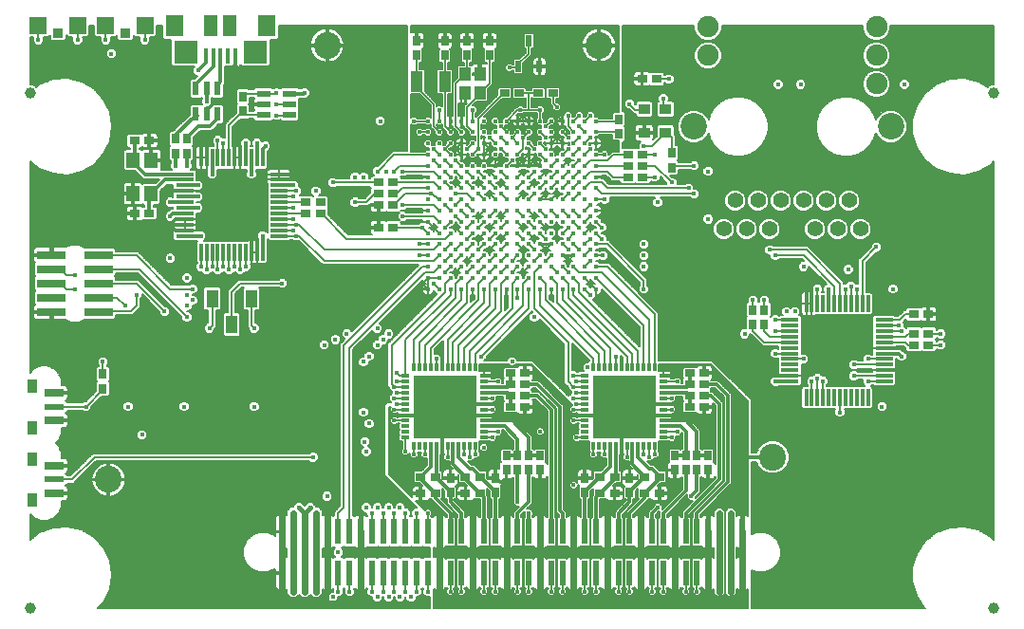
<source format=gtl>
G75*
G70*
%OFA0B0*%
%FSLAX24Y24*%
%IPPOS*%
%LPD*%
%AMOC8*
5,1,8,0,0,1.08239X$1,22.5*
%
%ADD10C,0.0157*%
%ADD11R,0.0236X0.0906*%
%ADD12R,0.1000X0.0300*%
%ADD13R,0.0591X0.0118*%
%ADD14R,0.0118X0.0591*%
%ADD15R,0.0315X0.0118*%
%ADD16R,0.0118X0.0315*%
%ADD17R,0.2205X0.2205*%
%ADD18R,0.0157X0.0531*%
%ADD19R,0.0630X0.0748*%
%ADD20R,0.0827X0.0787*%
%ADD21R,0.0472X0.0748*%
%ADD22R,0.0236X0.0472*%
%ADD23R,0.0394X0.0354*%
%ADD24R,0.0433X0.0748*%
%ADD25R,0.0276X0.0354*%
%ADD26R,0.0354X0.0276*%
%ADD27R,0.0217X0.0394*%
%ADD28R,0.0453X0.0551*%
%ADD29R,0.0472X0.0236*%
%ADD30C,0.0930*%
%ADD31C,0.0750*%
%ADD32C,0.0550*%
%ADD33R,0.0591X0.0591*%
%ADD34R,0.0354X0.0354*%
%ADD35C,0.0394*%
%ADD36R,0.0394X0.0630*%
%ADD37R,0.0394X0.0472*%
%ADD38R,0.0709X0.0295*%
%ADD39R,0.0709X0.0236*%
%ADD40R,0.0354X0.0512*%
%ADD41C,0.0945*%
%ADD42C,0.0240*%
%ADD43C,0.0160*%
%ADD44C,0.0120*%
%ADD45C,0.0060*%
%ADD46C,0.0160*%
%ADD47C,0.0170*%
D10*
X015671Y012915D03*
X016065Y012915D03*
X016458Y012915D03*
X016852Y012915D03*
X017246Y012915D03*
X017639Y012915D03*
X018033Y012915D03*
X018427Y012915D03*
X018820Y012915D03*
X019214Y012915D03*
X019608Y012915D03*
X020002Y012915D03*
X020395Y012915D03*
X020789Y012915D03*
X021183Y012915D03*
X021576Y012915D03*
X021576Y013309D03*
X021183Y013309D03*
X021183Y013702D03*
X021576Y013702D03*
X021576Y014096D03*
X021183Y014096D03*
X021183Y014490D03*
X021576Y014490D03*
X021576Y014883D03*
X021183Y014883D03*
X020789Y014883D03*
X020395Y014883D03*
X020002Y014883D03*
X019608Y014883D03*
X019214Y014883D03*
X018820Y014883D03*
X018427Y014883D03*
X018033Y014883D03*
X017639Y014883D03*
X017246Y014883D03*
X016852Y014883D03*
X016458Y014883D03*
X016065Y014883D03*
X015671Y014883D03*
X015671Y014490D03*
X016065Y014490D03*
X016458Y014490D03*
X016458Y014096D03*
X016065Y014096D03*
X015671Y014096D03*
X015671Y013702D03*
X015671Y013309D03*
X016065Y013309D03*
X016458Y013309D03*
X016458Y013702D03*
X016065Y013702D03*
X016852Y013702D03*
X016852Y013309D03*
X017246Y013309D03*
X017246Y013702D03*
X017639Y013702D03*
X017639Y013309D03*
X018033Y013309D03*
X018033Y013702D03*
X018427Y013702D03*
X018427Y013309D03*
X018820Y013309D03*
X018820Y013702D03*
X019214Y013702D03*
X019214Y013309D03*
X019608Y013309D03*
X019608Y013702D03*
X020002Y013702D03*
X020395Y013702D03*
X020395Y013309D03*
X020002Y013309D03*
X020789Y013309D03*
X020789Y013702D03*
X020789Y014096D03*
X020395Y014096D03*
X020002Y014096D03*
X020002Y014490D03*
X020395Y014490D03*
X020789Y014490D03*
X019608Y014490D03*
X019214Y014490D03*
X018820Y014490D03*
X018427Y014490D03*
X018033Y014490D03*
X017639Y014490D03*
X017246Y014490D03*
X017246Y014096D03*
X017639Y014096D03*
X018033Y014096D03*
X018427Y014096D03*
X018820Y014096D03*
X019214Y014096D03*
X019608Y014096D03*
X019608Y015277D03*
X020002Y015277D03*
X020395Y015277D03*
X020395Y015671D03*
X020002Y015671D03*
X019608Y015671D03*
X019214Y015671D03*
X018820Y015671D03*
X018427Y015671D03*
X018427Y015277D03*
X018820Y015277D03*
X019214Y015277D03*
X019214Y016065D03*
X019214Y016458D03*
X018820Y016458D03*
X018427Y016458D03*
X018427Y016065D03*
X018820Y016065D03*
X018033Y016065D03*
X018033Y016458D03*
X017639Y016458D03*
X017246Y016458D03*
X017246Y016065D03*
X017639Y016065D03*
X017639Y015671D03*
X017246Y015671D03*
X017246Y015277D03*
X017639Y015277D03*
X018033Y015277D03*
X018033Y015671D03*
X016852Y015671D03*
X016458Y015671D03*
X016065Y015671D03*
X016065Y015277D03*
X016458Y015277D03*
X016852Y015277D03*
X016852Y016065D03*
X016852Y016458D03*
X016458Y016458D03*
X016458Y016065D03*
X016065Y016065D03*
X016065Y016458D03*
X015671Y016458D03*
X015671Y016065D03*
X015671Y015671D03*
X015671Y015277D03*
X016852Y014490D03*
X016852Y014096D03*
X019608Y016065D03*
X019608Y016458D03*
X020002Y016458D03*
X020395Y016458D03*
X020395Y016065D03*
X020002Y016065D03*
X020789Y016065D03*
X020789Y016458D03*
X021183Y016458D03*
X021576Y016458D03*
X021576Y016065D03*
X021183Y016065D03*
X021183Y015671D03*
X021576Y015671D03*
X021576Y015277D03*
X021183Y015277D03*
X020789Y015277D03*
X020789Y015671D03*
X020789Y016852D03*
X021183Y016852D03*
X021576Y016852D03*
X021576Y017246D03*
X021183Y017246D03*
X021183Y017639D03*
X021576Y017639D03*
X021576Y018033D03*
X021183Y018033D03*
X021183Y018427D03*
X021576Y018427D03*
X021576Y018820D03*
X021183Y018820D03*
X020789Y018820D03*
X020395Y018820D03*
X020002Y018820D03*
X019608Y018820D03*
X019214Y018820D03*
X018820Y018820D03*
X018427Y018820D03*
X018033Y018820D03*
X017639Y018820D03*
X017246Y018820D03*
X016852Y018820D03*
X016458Y018820D03*
X016065Y018820D03*
X015671Y018820D03*
X015671Y018427D03*
X016065Y018427D03*
X016458Y018427D03*
X016458Y018033D03*
X016065Y018033D03*
X015671Y018033D03*
X015671Y017639D03*
X015671Y017246D03*
X016065Y017246D03*
X016458Y017246D03*
X016458Y017639D03*
X016065Y017639D03*
X016852Y017639D03*
X016852Y017246D03*
X017246Y017246D03*
X017246Y017639D03*
X017639Y017639D03*
X017639Y017246D03*
X018033Y017246D03*
X018033Y017639D03*
X018427Y017639D03*
X018427Y017246D03*
X018820Y017246D03*
X018820Y017639D03*
X019214Y017639D03*
X019214Y017246D03*
X019608Y017246D03*
X019608Y017639D03*
X020002Y017639D03*
X020395Y017639D03*
X020395Y017246D03*
X020002Y017246D03*
X020002Y016852D03*
X020395Y016852D03*
X020789Y017246D03*
X020789Y017639D03*
X020789Y018033D03*
X020395Y018033D03*
X020002Y018033D03*
X020002Y018427D03*
X020395Y018427D03*
X020789Y018427D03*
X019608Y018427D03*
X019214Y018427D03*
X018820Y018427D03*
X018427Y018427D03*
X018427Y018033D03*
X018820Y018033D03*
X019214Y018033D03*
X019608Y018033D03*
X018033Y018033D03*
X017639Y018033D03*
X017246Y018033D03*
X017246Y018427D03*
X017639Y018427D03*
X018033Y018427D03*
X016852Y018427D03*
X016852Y018033D03*
X016852Y016852D03*
X017246Y016852D03*
X017639Y016852D03*
X018033Y016852D03*
X018427Y016852D03*
X018820Y016852D03*
X019214Y016852D03*
X019608Y016852D03*
X016458Y016852D03*
X016065Y016852D03*
X015671Y016852D03*
D11*
X015671Y004391D03*
X016065Y004391D03*
X016458Y004391D03*
X016852Y004391D03*
X017246Y004391D03*
X017639Y004391D03*
X018033Y004391D03*
X018427Y004391D03*
X018820Y004391D03*
X019214Y004391D03*
X019608Y004391D03*
X020002Y004391D03*
X020395Y004391D03*
X020789Y004391D03*
X021183Y004391D03*
X021576Y004391D03*
X021970Y004391D03*
X022364Y004391D03*
X022757Y004391D03*
X023151Y004391D03*
X023545Y004391D03*
X023939Y004391D03*
X024332Y004391D03*
X024726Y004391D03*
X025120Y004391D03*
X025513Y004391D03*
X025907Y004391D03*
X026301Y004391D03*
X026694Y004391D03*
X026694Y002935D03*
X026301Y002935D03*
X025907Y002935D03*
X025513Y002935D03*
X025120Y002935D03*
X024726Y002935D03*
X024332Y002935D03*
X023939Y002935D03*
X023545Y002935D03*
X023151Y002935D03*
X022757Y002935D03*
X022364Y002935D03*
X021970Y002935D03*
X021576Y002935D03*
X021183Y002935D03*
X020789Y002935D03*
X020395Y002935D03*
X020002Y002935D03*
X019608Y002935D03*
X019214Y002935D03*
X018820Y002935D03*
X018427Y002935D03*
X018033Y002935D03*
X017639Y002935D03*
X017246Y002935D03*
X016852Y002935D03*
X016458Y002935D03*
X016065Y002935D03*
X015671Y002935D03*
X015277Y002935D03*
X014883Y002935D03*
X014490Y002935D03*
X014096Y002935D03*
X013702Y002935D03*
X013309Y002935D03*
X012915Y002935D03*
X012521Y002935D03*
X012128Y002935D03*
X011734Y002935D03*
X011340Y002935D03*
X010946Y002935D03*
X010553Y002935D03*
X010553Y004391D03*
X010946Y004391D03*
X011340Y004391D03*
X011734Y004391D03*
X012128Y004391D03*
X012521Y004391D03*
X012915Y004391D03*
X013309Y004391D03*
X013702Y004391D03*
X014096Y004391D03*
X014490Y004391D03*
X014883Y004391D03*
X015277Y004391D03*
D12*
X004104Y012112D03*
X004104Y012612D03*
X004104Y013112D03*
X004104Y013612D03*
X004104Y014112D03*
X002434Y014112D03*
X002434Y013612D03*
X002434Y013112D03*
X002434Y012612D03*
X002434Y012112D03*
D13*
X007128Y014785D03*
X007128Y014982D03*
X007128Y015179D03*
X007128Y015376D03*
X007128Y015572D03*
X007128Y015769D03*
X007128Y015966D03*
X007128Y016163D03*
X007128Y016360D03*
X007128Y016557D03*
X007128Y016754D03*
X007128Y016950D03*
X010435Y016950D03*
X010435Y016754D03*
X010435Y016557D03*
X010435Y016360D03*
X010435Y016163D03*
X010435Y015966D03*
X010435Y015769D03*
X010435Y015572D03*
X010435Y015376D03*
X010435Y015179D03*
X010435Y014982D03*
X010435Y014785D03*
X028387Y011832D03*
X028387Y011635D03*
X028387Y011439D03*
X028387Y011242D03*
X028387Y011045D03*
X028387Y010848D03*
X028387Y010651D03*
X028387Y010454D03*
X028387Y010257D03*
X028387Y010061D03*
X028387Y009864D03*
X028387Y009667D03*
X031694Y009667D03*
X031694Y009864D03*
X031694Y010061D03*
X031694Y010257D03*
X031694Y010454D03*
X031694Y010651D03*
X031694Y010848D03*
X031694Y011045D03*
X031694Y011242D03*
X031694Y011439D03*
X031694Y011635D03*
X031694Y011832D03*
D14*
X031124Y012403D03*
X030927Y012403D03*
X030730Y012403D03*
X030533Y012403D03*
X030336Y012403D03*
X030139Y012403D03*
X029943Y012403D03*
X029746Y012403D03*
X029549Y012403D03*
X029352Y012403D03*
X029155Y012403D03*
X028958Y012403D03*
X028958Y009096D03*
X029155Y009096D03*
X029352Y009096D03*
X029549Y009096D03*
X029746Y009096D03*
X029943Y009096D03*
X030139Y009096D03*
X030336Y009096D03*
X030533Y009096D03*
X030730Y009096D03*
X030927Y009096D03*
X031124Y009096D03*
X009864Y014214D03*
X009667Y014214D03*
X009470Y014214D03*
X009273Y014214D03*
X009076Y014214D03*
X008880Y014214D03*
X008683Y014214D03*
X008486Y014214D03*
X008289Y014214D03*
X008092Y014214D03*
X007895Y014214D03*
X007698Y014214D03*
X007698Y017521D03*
X007895Y017521D03*
X008092Y017521D03*
X008289Y017521D03*
X008486Y017521D03*
X008683Y017521D03*
X008880Y017521D03*
X009076Y017521D03*
X009273Y017521D03*
X009470Y017521D03*
X009667Y017521D03*
X009864Y017521D03*
D15*
X014883Y009864D03*
X014883Y009667D03*
X014883Y009470D03*
X014883Y009273D03*
X014883Y009076D03*
X014883Y008880D03*
X014883Y008683D03*
X014883Y008486D03*
X014883Y008289D03*
X014883Y008092D03*
X014883Y007895D03*
X014883Y007698D03*
X017639Y007698D03*
X017639Y007895D03*
X017639Y008092D03*
X017639Y008289D03*
X017639Y008486D03*
X017639Y008683D03*
X017639Y008880D03*
X017639Y009076D03*
X017639Y009273D03*
X017639Y009470D03*
X017639Y009667D03*
X017639Y009864D03*
X021183Y009864D03*
X021183Y009667D03*
X021183Y009470D03*
X021183Y009273D03*
X021183Y009076D03*
X021183Y008880D03*
X021183Y008683D03*
X021183Y008486D03*
X021183Y008289D03*
X021183Y008092D03*
X021183Y007895D03*
X021183Y007698D03*
X023939Y007698D03*
X023939Y007895D03*
X023939Y008092D03*
X023939Y008289D03*
X023939Y008486D03*
X023939Y008683D03*
X023939Y008880D03*
X023939Y009076D03*
X023939Y009273D03*
X023939Y009470D03*
X023939Y009667D03*
X023939Y009864D03*
D16*
X023643Y010159D03*
X023446Y010159D03*
X023250Y010159D03*
X023053Y010159D03*
X022856Y010159D03*
X022659Y010159D03*
X022462Y010159D03*
X022265Y010159D03*
X022069Y010159D03*
X021872Y010159D03*
X021675Y010159D03*
X021478Y010159D03*
X021478Y007403D03*
X021675Y007403D03*
X021872Y007403D03*
X022069Y007403D03*
X022265Y007403D03*
X022462Y007403D03*
X022659Y007403D03*
X022856Y007403D03*
X023053Y007403D03*
X023250Y007403D03*
X023446Y007403D03*
X023643Y007403D03*
X017344Y007403D03*
X017147Y007403D03*
X016950Y007403D03*
X016754Y007403D03*
X016557Y007403D03*
X016360Y007403D03*
X016163Y007403D03*
X015966Y007403D03*
X015769Y007403D03*
X015572Y007403D03*
X015376Y007403D03*
X015179Y007403D03*
X015179Y010159D03*
X015376Y010159D03*
X015572Y010159D03*
X015769Y010159D03*
X015966Y010159D03*
X016163Y010159D03*
X016360Y010159D03*
X016557Y010159D03*
X016754Y010159D03*
X016950Y010159D03*
X017147Y010159D03*
X017344Y010159D03*
D17*
X016261Y008781D03*
X022561Y008781D03*
D18*
X008899Y021114D03*
X008643Y021114D03*
X008387Y021114D03*
X008131Y021114D03*
X007876Y021114D03*
D19*
X006773Y022167D03*
X010002Y022167D03*
D20*
X009608Y021242D03*
X007167Y021242D03*
D21*
X008053Y022167D03*
X008722Y022167D03*
D22*
X008269Y019962D03*
X007895Y019962D03*
X007521Y019962D03*
X007521Y019057D03*
X007895Y019057D03*
X008269Y019057D03*
D23*
X023269Y019234D03*
X024017Y019234D03*
X024017Y018407D03*
X023269Y018407D03*
D24*
X016261Y020198D03*
X015277Y020198D03*
D25*
X015277Y021124D03*
X015277Y021635D03*
X016261Y021635D03*
X016261Y021124D03*
X017049Y021124D03*
X017049Y021635D03*
X017836Y021635D03*
X017836Y021124D03*
X022364Y018880D03*
X022364Y018368D03*
X024234Y017698D03*
X024234Y017187D03*
X027088Y012187D03*
X027482Y012187D03*
X027482Y011675D03*
X027088Y011675D03*
X025513Y007069D03*
X025120Y007069D03*
X024726Y007069D03*
X024332Y007069D03*
X024332Y006557D03*
X024726Y006557D03*
X025120Y006557D03*
X025513Y006557D03*
X022757Y006281D03*
X022757Y005769D03*
X021183Y005769D03*
X021183Y006281D03*
X019608Y006557D03*
X019214Y006557D03*
X018820Y006557D03*
X018427Y006557D03*
X018033Y006281D03*
X018033Y005769D03*
X016458Y005769D03*
X016458Y006281D03*
X018427Y007069D03*
X018820Y007069D03*
X019214Y007069D03*
X019608Y007069D03*
X004254Y009411D03*
X004254Y009923D03*
X006813Y017679D03*
X007206Y017679D03*
X007206Y018191D03*
X006813Y018191D03*
X009175Y019155D03*
X009175Y019667D03*
D26*
X005887Y018131D03*
X005376Y018131D03*
X005376Y015572D03*
X005887Y015572D03*
X011380Y015572D03*
X011380Y015966D03*
X011891Y015966D03*
X011891Y015572D03*
X013939Y015868D03*
X014450Y015868D03*
X014450Y016261D03*
X014450Y016655D03*
X013939Y016655D03*
X013939Y016261D03*
X013939Y015080D03*
X014450Y015080D03*
X018368Y019805D03*
X018880Y019805D03*
X019549Y019805D03*
X020061Y019805D03*
X023191Y020297D03*
X023702Y020297D03*
X023210Y017639D03*
X023210Y017246D03*
X023210Y016852D03*
X022698Y016852D03*
X022698Y017246D03*
X022698Y017639D03*
X032738Y012029D03*
X033250Y012029D03*
X033250Y011340D03*
X033250Y010946D03*
X032738Y010946D03*
X032738Y011340D03*
X025376Y009962D03*
X025376Y009569D03*
X025376Y009175D03*
X025376Y008781D03*
X024864Y008781D03*
X024864Y009175D03*
X024864Y009569D03*
X024864Y009962D03*
X023801Y006320D03*
X023289Y006320D03*
X023289Y005730D03*
X023801Y005730D03*
X022226Y005730D03*
X021714Y005730D03*
X021714Y006320D03*
X022226Y006320D03*
X019076Y008781D03*
X019076Y009175D03*
X019076Y009569D03*
X019076Y009962D03*
X018565Y009962D03*
X018565Y009569D03*
X018565Y009175D03*
X018565Y008781D03*
X017502Y006320D03*
X016990Y006320D03*
X016990Y005730D03*
X017502Y005730D03*
X015927Y005730D03*
X015415Y005730D03*
X015415Y006320D03*
X015927Y006320D03*
D27*
X018840Y020730D03*
X019588Y020730D03*
X019214Y021635D03*
D28*
X005946Y017443D03*
X005317Y017443D03*
X005317Y016261D03*
X005946Y016261D03*
D29*
X009903Y019037D03*
X009903Y019411D03*
X009903Y019785D03*
X010809Y019785D03*
X010809Y019411D03*
X010809Y019037D03*
D30*
X025006Y018624D03*
X031926Y018624D03*
D31*
X031426Y020124D03*
X031426Y021124D03*
X031426Y022124D03*
X025506Y022124D03*
X025506Y021124D03*
D32*
X026466Y016024D03*
X027266Y016024D03*
X028066Y016024D03*
X028866Y016024D03*
X029666Y016024D03*
X030466Y016024D03*
X030066Y015024D03*
X029266Y015024D03*
X027666Y015024D03*
X026866Y015024D03*
X026066Y015024D03*
X030866Y015024D03*
D33*
X005730Y022167D03*
X004352Y022167D03*
X003368Y022167D03*
X001990Y022167D03*
D34*
X002679Y021911D03*
X005041Y021911D03*
D35*
X001694Y001694D03*
X001694Y019805D03*
X035553Y019805D03*
X035553Y001694D03*
D36*
X009470Y012580D03*
X008781Y011675D03*
X008092Y012580D03*
D37*
X016990Y019805D03*
X017502Y019805D03*
X017502Y020474D03*
X016990Y020474D03*
D38*
X002541Y009263D03*
X002541Y008299D03*
X002541Y006704D03*
X002541Y005740D03*
D39*
X002541Y006222D03*
X002541Y008781D03*
D40*
X001773Y008053D03*
X001773Y006950D03*
X001773Y005494D03*
X001773Y009509D03*
D41*
X004450Y006222D03*
X012128Y021478D03*
X021675Y021478D03*
X027777Y007009D03*
D42*
X026301Y005041D02*
X026301Y004391D01*
X026301Y004352D02*
X026301Y003663D01*
X026301Y002935D01*
X026301Y002285D01*
X026694Y002285D02*
X026694Y002935D01*
X026694Y003663D01*
X026694Y004391D01*
X025907Y004391D02*
X025907Y003663D01*
X025907Y002935D01*
X025907Y002285D01*
X025513Y002285D02*
X025513Y002935D01*
X025513Y003663D01*
X025513Y004391D01*
X025907Y004391D02*
X025907Y005041D01*
X024332Y005041D02*
X024332Y004391D01*
X024332Y003663D01*
X024332Y002935D01*
X024332Y002285D01*
X023151Y002285D02*
X023151Y003663D01*
X023151Y004391D01*
X023151Y005041D01*
X021970Y005041D02*
X021970Y003663D01*
X021970Y002285D01*
X020789Y002285D02*
X020789Y002935D01*
X020789Y003663D01*
X020789Y004391D01*
X020789Y005041D01*
X019608Y005041D02*
X019608Y004391D01*
X019608Y003663D01*
X019608Y002285D01*
X018427Y002285D02*
X018427Y002935D01*
X018427Y003663D01*
X018427Y004391D01*
X018427Y005041D01*
X017246Y005041D02*
X017246Y004391D01*
X017246Y003663D01*
X017246Y002935D01*
X017246Y002285D01*
X016065Y002285D02*
X016065Y002876D01*
X016065Y002935D02*
X016065Y003663D01*
X016065Y004391D01*
X016065Y005041D01*
X013309Y004391D02*
X013309Y003663D01*
X013309Y002935D01*
X013309Y002285D01*
X012128Y002285D02*
X012128Y002935D01*
X012128Y003663D01*
X012128Y004391D01*
X012128Y005041D01*
X011734Y005041D02*
X011734Y004391D01*
X011734Y003663D01*
X011734Y002935D01*
X011734Y002285D01*
X011340Y002285D02*
X011340Y002935D01*
X011340Y003663D01*
X011340Y004391D01*
X011340Y005041D01*
X010946Y005041D02*
X010946Y004391D01*
X010946Y003663D01*
X010946Y002935D01*
X010946Y002285D01*
X010553Y002285D02*
X010553Y002935D01*
X010553Y003663D01*
X010553Y004391D01*
X010553Y005041D01*
D43*
X010553Y005041D03*
X010946Y005041D03*
X011143Y005238D03*
X011340Y005041D03*
X011537Y005238D03*
X011734Y005041D03*
X012128Y005041D03*
X012128Y005631D03*
X013309Y005041D03*
X013506Y005238D03*
X013702Y005041D03*
X013899Y005238D03*
X014096Y005041D03*
X014293Y005238D03*
X014490Y005041D03*
X014687Y005238D03*
X014883Y005041D03*
X015080Y005238D03*
X015277Y005041D03*
X015671Y005041D03*
X016065Y005041D03*
X017246Y005041D03*
X018427Y005041D03*
X018820Y005435D03*
X019214Y005041D03*
X019608Y005041D03*
X020789Y005041D03*
X021970Y005041D03*
X023151Y005041D03*
X023742Y005238D03*
X024332Y005041D03*
X024923Y005631D03*
X025513Y006124D03*
X024332Y006124D03*
X023643Y007108D03*
X023446Y007009D03*
X023250Y007108D03*
X022659Y007009D03*
X022462Y007108D03*
X021872Y007108D03*
X021478Y007108D03*
X020887Y007698D03*
X020789Y008289D03*
X020887Y008486D03*
X020789Y008683D03*
X020887Y008880D03*
X020789Y009076D03*
X020887Y009273D03*
X020789Y009470D03*
X020887Y009667D03*
X020789Y009864D03*
X020887Y010159D03*
X021281Y010159D03*
X022265Y010553D03*
X022462Y010454D03*
X024234Y009864D03*
X024431Y009667D03*
X024234Y009076D03*
X024431Y008880D03*
X024234Y008683D03*
X024431Y008486D03*
X024431Y007895D03*
X024234Y007698D03*
X025513Y007502D03*
X025691Y009372D03*
X027777Y009864D03*
X027876Y009667D03*
X028860Y010454D03*
X029155Y009667D03*
X029352Y009765D03*
X029549Y009667D03*
X030631Y009864D03*
X030631Y010257D03*
X031124Y010454D03*
X031124Y009667D03*
X032206Y010061D03*
X032305Y010553D03*
X032206Y010848D03*
X032305Y011439D03*
X032206Y011635D03*
X033683Y011340D03*
X033978Y011734D03*
X033683Y010946D03*
X033092Y010257D03*
X031616Y008781D03*
X030139Y008584D03*
X027876Y010651D03*
X027876Y011439D03*
X027876Y011832D03*
X028269Y012128D03*
X028565Y012128D03*
X029057Y012915D03*
X029352Y012915D03*
X029746Y012915D03*
X030336Y012915D03*
X030533Y013013D03*
X030730Y012915D03*
X030435Y013604D03*
X031419Y014391D03*
X032009Y012915D03*
X030631Y011931D03*
X028860Y013702D03*
X027876Y014096D03*
X027679Y014293D03*
X025513Y015376D03*
X025021Y016261D03*
X024824Y016458D03*
X024234Y016655D03*
X023643Y016852D03*
X023643Y017639D03*
X023250Y017935D03*
X022757Y018427D03*
X021872Y018033D03*
X021380Y017836D03*
X020986Y017836D03*
X020592Y017836D03*
X020592Y017443D03*
X020198Y017443D03*
X019805Y017443D03*
X019411Y017443D03*
X019017Y017443D03*
X018624Y017443D03*
X019017Y017049D03*
X019411Y017049D03*
X019805Y017049D03*
X020198Y017049D03*
X020592Y017049D03*
X020986Y017049D03*
X020986Y017443D03*
X021872Y017639D03*
X021380Y018230D03*
X020986Y018230D03*
X020986Y018624D03*
X020592Y018230D03*
X020198Y018230D03*
X019805Y018230D03*
X019805Y018624D03*
X020198Y019017D03*
X020198Y019313D03*
X020592Y019017D03*
X020986Y019017D03*
X021380Y019017D03*
X022167Y019509D03*
X022757Y019411D03*
X023939Y019608D03*
X024431Y019214D03*
X024135Y020297D03*
X022757Y020297D03*
X020002Y020691D03*
X018525Y020691D03*
X017443Y021675D03*
X015769Y021675D03*
X015277Y019608D03*
X016065Y019214D03*
X016458Y019214D03*
X016852Y019214D03*
X017246Y019214D03*
X017541Y019313D03*
X018230Y018624D03*
X018230Y018230D03*
X017836Y018230D03*
X017836Y017836D03*
X017443Y017836D03*
X017049Y017836D03*
X016655Y017836D03*
X016261Y017836D03*
X015868Y017836D03*
X015868Y017443D03*
X016261Y017443D03*
X016655Y017443D03*
X016655Y017049D03*
X016261Y017049D03*
X016261Y016655D03*
X016655Y016655D03*
X016655Y016261D03*
X017049Y016655D03*
X017443Y016655D03*
X017836Y016655D03*
X017836Y016261D03*
X017443Y016261D03*
X017049Y015868D03*
X016655Y015868D03*
X016261Y015868D03*
X016655Y015474D03*
X016655Y015080D03*
X016261Y015080D03*
X015868Y015080D03*
X015474Y015080D03*
X015179Y015671D03*
X014785Y015868D03*
X014785Y015474D03*
X015376Y014490D03*
X015376Y014096D03*
X016261Y013899D03*
X016655Y013899D03*
X017049Y013899D03*
X017443Y013899D03*
X017836Y013899D03*
X018230Y013899D03*
X018230Y013506D03*
X017836Y013506D03*
X017443Y013506D03*
X017049Y013506D03*
X016655Y013506D03*
X016261Y013506D03*
X015868Y013112D03*
X015474Y013112D03*
X014883Y013506D03*
X016261Y014293D03*
X016655Y014293D03*
X017049Y014293D03*
X017443Y014293D03*
X017836Y014293D03*
X017836Y014687D03*
X017443Y014687D03*
X017049Y014687D03*
X017049Y015080D03*
X017443Y015080D03*
X017836Y015080D03*
X018230Y015080D03*
X018230Y015474D03*
X017836Y015474D03*
X017443Y015474D03*
X017049Y015474D03*
X018230Y014687D03*
X018230Y014293D03*
X018624Y013899D03*
X018624Y013506D03*
X019017Y013506D03*
X019411Y013899D03*
X019805Y013899D03*
X019805Y014293D03*
X019805Y014687D03*
X019411Y014687D03*
X019017Y014687D03*
X019017Y014293D03*
X019411Y014293D03*
X019411Y015080D03*
X019017Y015080D03*
X019017Y015474D03*
X019411Y015474D03*
X019805Y015474D03*
X020198Y015474D03*
X020592Y015474D03*
X020592Y015080D03*
X020986Y015080D03*
X021380Y015080D03*
X021773Y015080D03*
X021380Y015474D03*
X020986Y015474D03*
X021380Y015868D03*
X021872Y016065D03*
X021872Y015671D03*
X020986Y016261D03*
X020592Y016261D03*
X020198Y016261D03*
X019805Y016261D03*
X019411Y016261D03*
X019017Y016261D03*
X019017Y016655D03*
X019411Y016655D03*
X019805Y016655D03*
X020198Y016655D03*
X020592Y016655D03*
X020986Y016655D03*
X021872Y016852D03*
X023742Y015966D03*
X023250Y015080D03*
X023250Y014490D03*
X023250Y014096D03*
X023250Y013702D03*
X023250Y012915D03*
X022659Y011931D03*
X021380Y012718D03*
X021380Y013112D03*
X020592Y013506D03*
X020198Y013506D03*
X020592Y013899D03*
X020592Y014293D03*
X020592Y014687D03*
X021380Y014687D03*
X021773Y014687D03*
X021380Y014293D03*
X021813Y014096D03*
X021380Y013899D03*
X020002Y012620D03*
X019411Y011931D03*
X018820Y011537D03*
X018427Y012324D03*
X018820Y012620D03*
X017246Y012561D03*
X014293Y011340D03*
X014096Y011143D03*
X013899Y010946D03*
X013604Y010553D03*
X013407Y010356D03*
X012423Y011143D03*
X012817Y011340D03*
X012029Y010946D03*
X013899Y011537D03*
X015966Y010454D03*
X016163Y010553D03*
X017541Y010553D03*
X017935Y009864D03*
X018131Y009667D03*
X017935Y009076D03*
X018131Y008880D03*
X017935Y008683D03*
X018131Y008486D03*
X018131Y007895D03*
X017935Y007698D03*
X017639Y007346D03*
X017344Y007108D03*
X017147Y007009D03*
X016950Y007108D03*
X016360Y007009D03*
X016163Y007108D03*
X015572Y007108D03*
X015179Y007108D03*
X014883Y007206D03*
X013506Y007206D03*
X013456Y007551D03*
X013604Y008191D03*
X013407Y008584D03*
X014490Y008683D03*
X014588Y008880D03*
X014490Y009076D03*
X014588Y009273D03*
X014490Y009470D03*
X014588Y009667D03*
X014588Y009962D03*
X014588Y008486D03*
X014490Y008289D03*
X011635Y007009D03*
X009569Y008781D03*
X007974Y008781D03*
X007108Y008781D03*
X005631Y007797D03*
X005139Y008781D03*
X003663Y008781D03*
X003171Y008289D03*
X003171Y009273D03*
X004254Y010356D03*
X002482Y011734D03*
X003269Y012915D03*
X003269Y013407D03*
X002482Y014490D03*
X004943Y015572D03*
X006616Y015474D03*
X006616Y015179D03*
X006616Y015966D03*
X006517Y016360D03*
X007600Y016557D03*
X008092Y016950D03*
X007206Y017246D03*
X006813Y017246D03*
X006517Y017246D03*
X007797Y018033D03*
X008289Y018131D03*
X008486Y018033D03*
X008978Y018033D03*
X009273Y018033D03*
X009667Y018033D03*
X009962Y017935D03*
X010848Y018427D03*
X010356Y019017D03*
X010356Y019411D03*
X010356Y019805D03*
X009470Y019411D03*
X008781Y019411D03*
X008289Y019509D03*
X007895Y019509D03*
X007600Y020592D03*
X008722Y020592D03*
X009076Y020592D03*
X011340Y019805D03*
X013998Y018820D03*
X014588Y018230D03*
X015376Y018427D03*
X015179Y018820D03*
X014785Y017049D03*
X014490Y017049D03*
X014194Y017049D03*
X013899Y017049D03*
X013407Y016852D03*
X013112Y016852D03*
X013407Y016261D03*
X013112Y015966D03*
X012324Y016655D03*
X012029Y017147D03*
X011734Y016360D03*
X011045Y016360D03*
X010946Y016557D03*
X011045Y016852D03*
X010946Y016163D03*
X010946Y015769D03*
X010946Y015376D03*
X011045Y015179D03*
X010946Y014982D03*
X011045Y014785D03*
X009864Y014785D03*
X009569Y014785D03*
X009076Y015966D03*
X009864Y016163D03*
X009470Y016950D03*
X007600Y016163D03*
X007600Y015769D03*
X007698Y014785D03*
X006616Y013998D03*
X007206Y013309D03*
X007698Y013702D03*
X007895Y013604D03*
X008092Y013702D03*
X008289Y013604D03*
X008486Y013702D03*
X008683Y013604D03*
X008880Y013702D03*
X009076Y013604D03*
X009273Y013702D03*
X009569Y013506D03*
X010553Y013112D03*
X009569Y011537D03*
X007994Y011537D03*
X007206Y011931D03*
X007206Y012324D03*
X007403Y012521D03*
X007206Y012718D03*
X007403Y012915D03*
X006419Y012128D03*
X005435Y012718D03*
X005041Y012324D03*
X003171Y006714D03*
X003171Y005730D03*
X010553Y003663D03*
X010946Y003663D03*
X011340Y003663D03*
X011734Y003663D03*
X012128Y003663D03*
X012521Y003663D03*
X013309Y003663D03*
X013309Y002285D03*
X013702Y002285D03*
X013899Y002088D03*
X014096Y002285D03*
X014293Y002088D03*
X014490Y002285D03*
X014687Y002088D03*
X014883Y002285D03*
X015080Y002088D03*
X015277Y002285D03*
X015671Y002285D03*
X016065Y002285D03*
X016458Y002285D03*
X016852Y002285D03*
X017246Y002285D03*
X017639Y002285D03*
X018033Y002285D03*
X018427Y002285D03*
X018820Y002285D03*
X019214Y002285D03*
X019608Y002285D03*
X020002Y002285D03*
X020395Y002285D03*
X020789Y002285D03*
X021183Y002285D03*
X021576Y002285D03*
X021970Y002285D03*
X022364Y002285D03*
X022757Y002285D03*
X023151Y002285D03*
X023545Y002285D03*
X023939Y002285D03*
X024332Y002285D03*
X024726Y002285D03*
X025120Y002285D03*
X025513Y002285D03*
X025907Y002285D03*
X026301Y002285D03*
X026694Y002285D03*
X026694Y003663D03*
X026301Y003663D03*
X025907Y003663D03*
X025513Y003663D03*
X024332Y003663D03*
X023151Y003663D03*
X021970Y003663D03*
X020789Y003663D03*
X019608Y003663D03*
X018427Y003663D03*
X017246Y003663D03*
X016065Y003663D03*
X012915Y002285D03*
X012521Y002285D03*
X012324Y002088D03*
X012128Y002285D03*
X011734Y002285D03*
X011340Y002285D03*
X010946Y002285D03*
X010553Y002285D03*
X018033Y006714D03*
X019608Y007913D03*
X019431Y009372D03*
X018624Y010356D03*
X018820Y010553D03*
X020789Y006025D03*
X025513Y005041D03*
X025907Y005041D03*
X026301Y005041D03*
X026694Y005041D03*
X026793Y011340D03*
X026399Y012029D03*
X027088Y012521D03*
X027482Y012521D03*
X028860Y016655D03*
X031025Y017639D03*
X030041Y020002D03*
X028761Y020100D03*
X027974Y020100D03*
X025021Y017246D03*
X025513Y017049D03*
X019805Y017836D03*
X019411Y017836D03*
X019017Y018230D03*
X018624Y018230D03*
X018230Y017836D03*
X018230Y017443D03*
X018230Y017049D03*
X017836Y017049D03*
X017443Y017049D03*
X017049Y017049D03*
X018230Y016655D03*
X018230Y016261D03*
X019805Y015080D03*
X015769Y016261D03*
X015376Y016852D03*
X019017Y019017D03*
X018919Y019214D03*
X019608Y019214D03*
X032403Y020100D03*
X035159Y021773D03*
X006517Y019608D03*
X004549Y021183D03*
X004352Y021675D03*
X003368Y021675D03*
X001990Y021675D03*
X005730Y021675D03*
D44*
X007600Y020592D02*
X007797Y020789D01*
X007876Y020868D01*
X007876Y021114D01*
X008131Y021114D02*
X008131Y020730D01*
X007521Y020120D01*
X007521Y019962D01*
X007895Y019962D02*
X007895Y019509D01*
X008092Y019411D02*
X008191Y019509D01*
X008289Y019509D01*
X008092Y019411D02*
X007895Y019214D01*
X007895Y019057D01*
X007580Y019017D02*
X007521Y019057D01*
X007502Y019017D02*
X007580Y019017D01*
X007502Y019017D02*
X006813Y018328D01*
X006813Y018191D01*
X007206Y018191D02*
X007206Y018230D01*
X007600Y018624D01*
X007994Y018624D01*
X008269Y018899D01*
X008269Y019057D01*
X008269Y019962D02*
X008269Y020080D01*
X008387Y020198D01*
X008387Y021114D01*
X008899Y021114D02*
X008899Y020769D01*
X009076Y020592D01*
X008899Y020769D02*
X008722Y020592D01*
X010809Y019785D02*
X011320Y019785D01*
X011340Y019805D01*
X009667Y018033D02*
X009667Y017521D01*
X009864Y017521D02*
X009864Y017836D01*
X009962Y017935D01*
X009470Y017521D02*
X009470Y016950D01*
X009273Y017521D02*
X009273Y018033D01*
X009076Y017935D02*
X008978Y018033D01*
X008880Y017935D01*
X008880Y017541D01*
X009076Y017521D02*
X009076Y017935D01*
X008092Y017521D02*
X008092Y016950D01*
X007600Y016557D02*
X007128Y016557D01*
X007128Y016754D02*
X006439Y016754D01*
X005946Y016261D01*
X005887Y016202D01*
X005887Y015572D01*
X006616Y015474D02*
X006714Y015572D01*
X007128Y015572D01*
X007128Y015376D02*
X006813Y015376D01*
X006616Y015179D01*
X007128Y015179D01*
X007128Y014982D02*
X006813Y014982D01*
X006616Y015179D01*
X007128Y014785D02*
X007698Y014785D01*
X007600Y015769D02*
X007128Y015769D01*
X007128Y015966D02*
X006616Y015966D01*
X006517Y016360D02*
X007128Y016360D01*
X007128Y016163D02*
X007600Y016163D01*
X007128Y016950D02*
X005730Y016950D01*
X005317Y017364D01*
X005415Y017364D01*
X005336Y017443D01*
X005376Y017443D01*
X005376Y018131D01*
X005317Y017443D02*
X005317Y017364D01*
X006813Y017246D02*
X006813Y017679D01*
X007206Y017679D02*
X007206Y017246D01*
X007698Y017521D02*
X007698Y017935D01*
X007797Y018033D01*
X007895Y017935D01*
X007895Y017521D01*
X010435Y016950D02*
X010946Y016950D01*
X011045Y016852D01*
X010946Y016754D01*
X010435Y016754D01*
X010435Y016557D02*
X010946Y016557D01*
X009864Y014785D02*
X009864Y014214D01*
X009667Y014214D02*
X009667Y014687D01*
X009569Y014785D01*
X009470Y014687D01*
X009470Y014214D01*
X016163Y010553D02*
X016163Y010159D01*
X017639Y009864D02*
X017935Y009864D01*
X018565Y009962D02*
X018565Y009569D01*
X018466Y009470D02*
X017639Y009470D01*
X017639Y009273D02*
X018466Y009273D01*
X018565Y009175D02*
X018565Y008781D01*
X018131Y008880D02*
X017639Y008880D01*
X016360Y008880D01*
X016163Y008683D02*
X016163Y007403D01*
X016163Y007108D01*
X016557Y007403D02*
X016557Y006754D01*
X016990Y006320D01*
X016990Y006242D02*
X017502Y005730D01*
X017639Y005592D01*
X017639Y004391D01*
X018033Y004391D02*
X018033Y005769D01*
X018033Y005789D02*
X017502Y006320D01*
X017443Y006380D01*
X017443Y006419D01*
X017246Y006616D01*
X017147Y006616D01*
X016754Y007009D01*
X016754Y007403D01*
X015966Y007403D02*
X015966Y006360D01*
X015927Y006320D02*
X016458Y005789D01*
X016458Y005769D02*
X016458Y005435D01*
X016852Y005041D01*
X016852Y004391D01*
X016458Y004391D02*
X016458Y005041D01*
X015927Y005572D01*
X015927Y005730D01*
X015415Y006242D01*
X015415Y006320D02*
X015769Y006675D01*
X015769Y007403D01*
X015966Y008486D02*
X014883Y008486D01*
X014588Y008486D01*
X016557Y008486D02*
X017639Y008486D01*
X018131Y008486D01*
X017639Y008289D02*
X018624Y008289D01*
X019214Y007698D01*
X019214Y007069D01*
X019608Y007069D01*
X019214Y006557D02*
X019214Y005435D01*
X018820Y005041D01*
X018820Y004391D01*
X019214Y004391D02*
X019214Y005041D01*
X018820Y005435D02*
X018820Y006557D01*
X018820Y007069D02*
X018427Y007069D01*
X018820Y007069D02*
X018820Y007639D01*
X018368Y008092D01*
X017639Y008092D01*
X019076Y009175D02*
X019509Y009175D01*
X020002Y008683D01*
X020002Y004391D01*
X020395Y004391D02*
X020395Y005041D01*
X020297Y005139D01*
X020297Y008781D01*
X019509Y009569D01*
X019076Y009569D01*
X020887Y008486D02*
X021183Y008486D01*
X022265Y008486D01*
X022462Y008683D02*
X022462Y007403D01*
X022462Y007108D01*
X022069Y007403D02*
X022069Y006675D01*
X021714Y006320D01*
X021183Y005789D01*
X021183Y005769D02*
X021183Y004391D01*
X021576Y004391D02*
X021576Y005592D01*
X021714Y005730D01*
X022226Y006242D01*
X022265Y006360D02*
X022265Y007403D01*
X022856Y007403D02*
X022856Y006754D01*
X023289Y006320D01*
X022757Y005789D01*
X022757Y005769D02*
X022757Y005435D01*
X022364Y005041D01*
X022364Y004391D01*
X022757Y004391D02*
X022757Y005041D01*
X023289Y005572D01*
X023289Y005730D01*
X023801Y006242D01*
X023801Y006320D02*
X023742Y006320D01*
X023742Y006419D01*
X023545Y006616D01*
X023446Y006616D01*
X023053Y007009D01*
X023053Y007403D01*
X023939Y008092D02*
X024529Y008092D01*
X024726Y007895D01*
X024726Y007069D01*
X024332Y007069D01*
X024332Y006557D02*
X024332Y006124D01*
X024726Y005828D02*
X024726Y006557D01*
X025120Y006557D02*
X025120Y005828D01*
X024923Y005631D01*
X024726Y005828D02*
X023939Y005041D01*
X023939Y004391D01*
X023545Y004391D02*
X023545Y005041D01*
X023742Y005238D01*
X024726Y005041D02*
X024726Y004391D01*
X025120Y004391D02*
X025120Y005041D01*
X026202Y006124D01*
X026202Y009175D01*
X025809Y009569D01*
X025376Y009569D01*
X025376Y009175D02*
X025513Y009175D01*
X025612Y009175D01*
X025907Y008880D01*
X025907Y006222D01*
X024726Y005041D01*
X025513Y006124D02*
X025513Y006557D01*
X025513Y007069D02*
X025120Y007069D01*
X025120Y007895D01*
X024726Y008289D01*
X023939Y008289D01*
X023939Y008486D02*
X022856Y008486D01*
X022659Y008880D02*
X023939Y008880D01*
X024431Y008880D01*
X024864Y008781D02*
X024864Y009175D01*
X024765Y009273D02*
X023939Y009273D01*
X023939Y009470D02*
X024765Y009470D01*
X024864Y009569D02*
X024864Y009962D01*
X024234Y009864D02*
X023939Y009864D01*
X022462Y010159D02*
X022462Y010454D01*
X023939Y008486D02*
X024431Y008486D01*
X026891Y007009D02*
X027777Y007009D01*
X027876Y009667D02*
X028387Y009667D01*
X028387Y009864D02*
X027777Y009864D01*
X028958Y012403D02*
X028958Y012817D01*
X029057Y012915D01*
X029155Y012817D01*
X029155Y012403D01*
X029746Y012403D02*
X029746Y012915D01*
X031694Y010848D02*
X032206Y010848D01*
X032206Y010651D02*
X031694Y010651D01*
X032206Y010651D02*
X032305Y010553D01*
X032206Y010061D02*
X031694Y010061D01*
X021970Y004391D02*
X021970Y003663D01*
X021970Y002935D01*
X021970Y002285D01*
X023151Y002285D02*
X023151Y002935D01*
X019608Y002935D02*
X019608Y002285D01*
X019608Y002935D02*
X019608Y003663D01*
X018427Y006124D02*
X018191Y006124D01*
X018033Y006281D01*
X021183Y006281D02*
X021183Y006714D01*
X013309Y002285D02*
X013309Y001990D01*
X013210Y001891D01*
X012128Y001891D01*
X012128Y002285D01*
X012128Y001891D02*
X010651Y001891D01*
X010553Y001990D01*
X010553Y002285D01*
X003161Y005740D02*
X002541Y005740D01*
X002541Y006704D02*
X003161Y006704D01*
X003161Y008299D02*
X002541Y008299D01*
X002541Y009263D02*
X003161Y009263D01*
X002482Y011734D02*
X002482Y012064D01*
X002434Y012112D01*
X002434Y014112D02*
X002482Y014159D01*
X002482Y014490D01*
D45*
X002464Y014392D02*
X002464Y014142D01*
X002404Y014142D01*
X002404Y014082D01*
X001804Y014082D01*
X001804Y013945D01*
X001813Y013912D01*
X001830Y013882D01*
X001854Y013858D01*
X001867Y013850D01*
X001824Y013807D01*
X001824Y013416D01*
X001879Y013362D01*
X001824Y013307D01*
X001824Y012916D01*
X001879Y012862D01*
X001824Y012807D01*
X001824Y012416D01*
X001867Y012373D01*
X001694Y012373D01*
X001694Y012315D02*
X001815Y012315D01*
X001813Y012312D02*
X001804Y012279D01*
X001804Y012142D01*
X002404Y012142D01*
X002404Y012082D01*
X001804Y012082D01*
X001804Y011945D01*
X001813Y011912D01*
X001830Y011882D01*
X001854Y011858D01*
X001884Y011841D01*
X001917Y011832D01*
X002404Y011832D01*
X002404Y012082D01*
X002464Y012082D01*
X002464Y011832D01*
X002942Y011832D01*
X003147Y011747D01*
X003392Y011747D01*
X003618Y011840D01*
X003629Y011852D01*
X004650Y011852D01*
X004714Y011916D01*
X004714Y011988D01*
X005296Y011988D01*
X005575Y012266D01*
X005575Y012589D01*
X005625Y012639D01*
X005625Y012724D01*
X006229Y012120D01*
X006229Y012049D01*
X006340Y011938D01*
X006498Y011938D01*
X006609Y012049D01*
X006609Y012206D01*
X006498Y012318D01*
X006427Y012318D01*
X005493Y013252D01*
X004714Y013252D01*
X004714Y013307D01*
X004660Y013362D01*
X004714Y013416D01*
X004714Y013464D01*
X005475Y013464D01*
X007016Y011923D01*
X007016Y011852D01*
X007128Y011741D01*
X007285Y011741D01*
X007396Y011852D01*
X007396Y012009D01*
X007285Y012121D01*
X007214Y012121D01*
X007201Y012134D01*
X007285Y012134D01*
X007396Y012246D01*
X007396Y012331D01*
X007482Y012331D01*
X007593Y012443D01*
X007593Y012600D01*
X007482Y012711D01*
X007396Y012711D01*
X007396Y012725D01*
X007482Y012725D01*
X007593Y012836D01*
X007593Y012994D01*
X007482Y013105D01*
X007324Y013105D01*
X007274Y013055D01*
X006674Y013055D01*
X005493Y014236D01*
X004714Y014236D01*
X004714Y014307D01*
X004650Y014372D01*
X003629Y014372D01*
X003618Y014383D01*
X003392Y014477D01*
X003147Y014477D01*
X002942Y014392D01*
X002464Y014392D01*
X002464Y014362D02*
X002404Y014362D01*
X002404Y014392D02*
X001917Y014392D01*
X001884Y014383D01*
X001854Y014366D01*
X001830Y014342D01*
X001813Y014312D01*
X001804Y014279D01*
X001804Y014142D01*
X002404Y014142D01*
X002404Y014392D01*
X002404Y014304D02*
X002464Y014304D01*
X002464Y014245D02*
X002404Y014245D01*
X002404Y014187D02*
X002464Y014187D01*
X002404Y014128D02*
X001694Y014128D01*
X001694Y014070D02*
X001804Y014070D01*
X001804Y014011D02*
X001694Y014011D01*
X001694Y013953D02*
X001804Y013953D01*
X001823Y013894D02*
X001694Y013894D01*
X001694Y013836D02*
X001853Y013836D01*
X001824Y013777D02*
X001694Y013777D01*
X001694Y013719D02*
X001824Y013719D01*
X001824Y013660D02*
X001694Y013660D01*
X001694Y013602D02*
X001824Y013602D01*
X001824Y013543D02*
X001694Y013543D01*
X001694Y013485D02*
X001824Y013485D01*
X001824Y013426D02*
X001694Y013426D01*
X001694Y013368D02*
X001873Y013368D01*
X001826Y013309D02*
X001694Y013309D01*
X001694Y013251D02*
X001824Y013251D01*
X001824Y013192D02*
X001694Y013192D01*
X001694Y013134D02*
X001824Y013134D01*
X001824Y013075D02*
X001694Y013075D01*
X001694Y013017D02*
X001824Y013017D01*
X001824Y012958D02*
X001694Y012958D01*
X001694Y012900D02*
X001841Y012900D01*
X001858Y012841D02*
X001694Y012841D01*
X001694Y012783D02*
X001824Y012783D01*
X001824Y012724D02*
X001694Y012724D01*
X001694Y012666D02*
X001824Y012666D01*
X001824Y012607D02*
X001694Y012607D01*
X001694Y012549D02*
X001824Y012549D01*
X001824Y012490D02*
X001694Y012490D01*
X001694Y012432D02*
X001824Y012432D01*
X001854Y012366D02*
X001830Y012342D01*
X001813Y012312D01*
X001804Y012256D02*
X001694Y012256D01*
X001694Y012198D02*
X001804Y012198D01*
X001804Y012081D02*
X001694Y012081D01*
X001694Y012139D02*
X002404Y012139D01*
X002404Y012081D02*
X002464Y012081D01*
X002464Y012022D02*
X002404Y012022D01*
X002404Y011964D02*
X002464Y011964D01*
X002464Y011905D02*
X002404Y011905D01*
X002404Y011847D02*
X002464Y011847D01*
X001874Y011847D02*
X001694Y011847D01*
X001694Y011905D02*
X001817Y011905D01*
X001804Y011964D02*
X001694Y011964D01*
X001694Y012022D02*
X001804Y012022D01*
X001694Y011788D02*
X003047Y011788D01*
X003491Y011788D02*
X007080Y011788D01*
X007022Y011847D02*
X003624Y011847D01*
X004104Y012112D02*
X004120Y012128D01*
X005238Y012128D01*
X005435Y012324D01*
X005435Y012718D01*
X005592Y012607D02*
X005741Y012607D01*
X005683Y012666D02*
X005625Y012666D01*
X005575Y012549D02*
X005800Y012549D01*
X005858Y012490D02*
X005575Y012490D01*
X005575Y012432D02*
X005917Y012432D01*
X005975Y012373D02*
X005575Y012373D01*
X005575Y012315D02*
X006034Y012315D01*
X006092Y012256D02*
X005564Y012256D01*
X005506Y012198D02*
X006151Y012198D01*
X006209Y012139D02*
X005447Y012139D01*
X005389Y012081D02*
X006229Y012081D01*
X006256Y012022D02*
X005330Y012022D01*
X005041Y012324D02*
X004754Y012612D01*
X004104Y012612D01*
X004104Y013112D02*
X005041Y013112D01*
X005435Y013112D01*
X006419Y012128D01*
X006559Y012256D02*
X006683Y012256D01*
X006741Y012198D02*
X006609Y012198D01*
X006609Y012139D02*
X006800Y012139D01*
X006858Y012081D02*
X006609Y012081D01*
X006582Y012022D02*
X006917Y012022D01*
X006975Y011964D02*
X006524Y011964D01*
X006314Y011964D02*
X004714Y011964D01*
X004703Y011905D02*
X007016Y011905D01*
X007206Y011931D02*
X005533Y013604D01*
X004112Y013604D01*
X004104Y013612D01*
X004666Y013368D02*
X005571Y013368D01*
X005513Y013426D02*
X004714Y013426D01*
X004713Y013309D02*
X005630Y013309D01*
X005688Y013251D02*
X005494Y013251D01*
X005552Y013192D02*
X005747Y013192D01*
X005805Y013134D02*
X005611Y013134D01*
X005669Y013075D02*
X005864Y013075D01*
X005922Y013017D02*
X005728Y013017D01*
X005786Y012958D02*
X005981Y012958D01*
X006039Y012900D02*
X005845Y012900D01*
X005903Y012841D02*
X006098Y012841D01*
X006156Y012783D02*
X005962Y012783D01*
X006020Y012724D02*
X006215Y012724D01*
X006273Y012666D02*
X006079Y012666D01*
X006137Y012607D02*
X006332Y012607D01*
X006390Y012549D02*
X006196Y012549D01*
X006254Y012490D02*
X006449Y012490D01*
X006507Y012432D02*
X006313Y012432D01*
X006371Y012373D02*
X006566Y012373D01*
X006624Y012315D02*
X006501Y012315D01*
X006616Y012915D02*
X007403Y012915D01*
X007540Y012783D02*
X007785Y012783D01*
X007785Y012841D02*
X007593Y012841D01*
X007593Y012900D02*
X007785Y012900D01*
X007785Y012941D02*
X007850Y013005D01*
X008335Y013005D01*
X008399Y012941D01*
X008399Y012220D01*
X008335Y012155D01*
X008232Y012155D01*
X008232Y011577D01*
X008184Y011529D01*
X008184Y011458D01*
X008072Y011347D01*
X007915Y011347D01*
X007804Y011458D01*
X007804Y011616D01*
X007915Y011727D01*
X007952Y011727D01*
X007952Y012155D01*
X007850Y012155D01*
X007785Y012220D01*
X007785Y012941D01*
X007803Y012958D02*
X007593Y012958D01*
X007570Y013017D02*
X008783Y013017D01*
X008842Y013075D02*
X007512Y013075D01*
X007358Y013192D02*
X008959Y013192D01*
X008936Y013170D02*
X009018Y013252D01*
X010424Y013252D01*
X010474Y013302D01*
X010631Y013302D01*
X010743Y013191D01*
X010743Y013033D01*
X010631Y012922D01*
X010474Y012922D01*
X010424Y012972D01*
X009746Y012972D01*
X009777Y012941D01*
X009777Y012220D01*
X009712Y012155D01*
X009610Y012155D01*
X009610Y011727D01*
X009647Y011727D01*
X009759Y011616D01*
X009759Y011458D01*
X009647Y011347D01*
X009490Y011347D01*
X009379Y011458D01*
X009379Y011529D01*
X009330Y011577D01*
X009330Y012155D01*
X009228Y012155D01*
X009163Y012220D01*
X009163Y012941D01*
X009194Y012972D01*
X009134Y012972D01*
X008921Y012759D01*
X008921Y012100D01*
X009024Y012100D01*
X009088Y012035D01*
X009088Y011314D01*
X009024Y011250D01*
X008539Y011250D01*
X008474Y011314D01*
X008474Y012035D01*
X008539Y012100D01*
X008641Y012100D01*
X008641Y012875D01*
X008936Y013170D01*
X008900Y013134D02*
X007300Y013134D01*
X007285Y013119D02*
X007396Y013230D01*
X007396Y013387D01*
X007285Y013499D01*
X007128Y013499D01*
X007016Y013387D01*
X007016Y013230D01*
X007128Y013119D01*
X007285Y013119D01*
X007295Y013075D02*
X006654Y013075D01*
X006595Y013134D02*
X007113Y013134D01*
X007054Y013192D02*
X006537Y013192D01*
X006478Y013251D02*
X007016Y013251D01*
X007016Y013309D02*
X006420Y013309D01*
X006361Y013368D02*
X007016Y013368D01*
X007055Y013426D02*
X006303Y013426D01*
X006244Y013485D02*
X007114Y013485D01*
X007299Y013485D02*
X007746Y013485D01*
X007718Y013512D02*
X007817Y013414D01*
X007974Y013414D01*
X008072Y013512D01*
X008112Y013512D01*
X008210Y013414D01*
X008368Y013414D01*
X008466Y013512D01*
X008506Y013512D01*
X008604Y013414D01*
X008761Y013414D01*
X008860Y013512D01*
X008899Y013512D01*
X008998Y013414D01*
X009155Y013414D01*
X009254Y013512D01*
X009352Y013512D01*
X009463Y013624D01*
X009463Y013781D01*
X009455Y013789D01*
X009470Y013789D01*
X009470Y014214D01*
X009470Y014214D01*
X009470Y013789D01*
X009546Y013789D01*
X009569Y013795D01*
X009591Y013789D01*
X009667Y013789D01*
X009743Y013789D01*
X009776Y013798D01*
X009795Y013809D01*
X009968Y013809D01*
X010033Y013873D01*
X010033Y014143D01*
X010034Y014144D01*
X010034Y014676D01*
X010094Y014616D01*
X010775Y014616D01*
X010805Y014645D01*
X010916Y014645D01*
X010966Y014595D01*
X011124Y014595D01*
X011129Y014601D01*
X011889Y013841D01*
X011971Y013759D01*
X015333Y013759D01*
X013000Y011426D01*
X012895Y011530D01*
X012738Y011530D01*
X012627Y011419D01*
X012627Y011261D01*
X012731Y011157D01*
X012660Y011086D01*
X012613Y011086D01*
X012613Y011065D02*
X012613Y011222D01*
X012502Y011333D01*
X012344Y011333D01*
X012233Y011222D01*
X012233Y011065D01*
X012344Y010953D01*
X012502Y010953D01*
X012613Y011065D01*
X012601Y011028D02*
X012576Y011028D01*
X012578Y011004D02*
X012578Y005296D01*
X012381Y005099D01*
X012381Y004954D01*
X012358Y004954D01*
X012339Y004935D01*
X012325Y004948D01*
X012296Y004965D01*
X012263Y004974D01*
X012157Y004974D01*
X012157Y004420D01*
X012099Y004420D01*
X012099Y004974D01*
X011992Y004974D01*
X011964Y004966D01*
X011964Y005136D01*
X011829Y005271D01*
X011727Y005271D01*
X011727Y005316D01*
X011616Y005428D01*
X011458Y005428D01*
X011340Y005310D01*
X011333Y005316D01*
X011222Y005428D01*
X011065Y005428D01*
X010953Y005316D01*
X010953Y005271D01*
X010851Y005271D01*
X010716Y005136D01*
X010716Y004966D01*
X010688Y004974D01*
X010582Y004974D01*
X010582Y004420D01*
X010524Y004420D01*
X010524Y004362D01*
X010305Y004362D01*
X010305Y004240D01*
X010283Y004261D01*
X010024Y004369D01*
X009743Y004369D01*
X009484Y004261D01*
X009285Y004063D01*
X009178Y003803D01*
X009178Y003523D01*
X009285Y003263D01*
X009484Y003065D01*
X009743Y002957D01*
X010024Y002957D01*
X010283Y003065D01*
X010305Y003086D01*
X010305Y002964D01*
X010524Y002964D01*
X010524Y002906D01*
X010305Y002906D01*
X010305Y002465D01*
X010314Y002432D01*
X010331Y002402D01*
X010355Y002378D01*
X010384Y002361D01*
X010418Y002352D01*
X010524Y002352D01*
X010524Y002906D01*
X010582Y002906D01*
X010582Y002352D01*
X010688Y002352D01*
X010716Y002360D01*
X010716Y002190D01*
X010851Y002055D01*
X011042Y002055D01*
X011143Y002157D01*
X011245Y002055D01*
X011435Y002055D01*
X011537Y002157D01*
X011639Y002055D01*
X011829Y002055D01*
X011964Y002190D01*
X011964Y002360D01*
X011992Y002352D01*
X012099Y002352D01*
X012099Y002906D01*
X012157Y002906D01*
X012157Y002352D01*
X012263Y002352D01*
X012296Y002361D01*
X012325Y002378D01*
X012339Y002391D01*
X012348Y002381D01*
X012331Y002364D01*
X012331Y002278D01*
X012246Y002278D01*
X012134Y002167D01*
X012134Y002009D01*
X012246Y001898D01*
X012403Y001898D01*
X012514Y002009D01*
X012514Y002095D01*
X012600Y002095D01*
X012711Y002206D01*
X012711Y002364D01*
X012694Y002381D01*
X012718Y002405D01*
X012742Y002381D01*
X012725Y002364D01*
X012725Y002206D01*
X012836Y002095D01*
X012994Y002095D01*
X013105Y002206D01*
X013105Y002364D01*
X013088Y002381D01*
X013098Y002391D01*
X013111Y002378D01*
X013140Y002361D01*
X013173Y002352D01*
X013280Y002352D01*
X013280Y002906D01*
X013338Y002906D01*
X013338Y002352D01*
X013444Y002352D01*
X013477Y002361D01*
X013507Y002378D01*
X013520Y002391D01*
X013530Y002381D01*
X013512Y002364D01*
X013512Y002206D01*
X013624Y002095D01*
X013709Y002095D01*
X013709Y002009D01*
X013821Y001898D01*
X013978Y001898D01*
X014089Y002009D01*
X014089Y002095D01*
X014103Y002095D01*
X014103Y002009D01*
X014214Y001898D01*
X014372Y001898D01*
X014483Y002009D01*
X014483Y002095D01*
X014497Y002095D01*
X014497Y002009D01*
X014608Y001898D01*
X014765Y001898D01*
X014877Y002009D01*
X014877Y002095D01*
X014890Y002095D01*
X014890Y002009D01*
X015002Y001898D01*
X015159Y001898D01*
X015270Y002009D01*
X015270Y002095D01*
X015356Y002095D01*
X015467Y002206D01*
X015467Y002364D01*
X015450Y002381D01*
X015474Y002405D01*
X015498Y002381D01*
X015481Y002364D01*
X015481Y002206D01*
X015592Y002095D01*
X015728Y002095D01*
X015728Y001694D01*
X004086Y001694D01*
X004288Y001912D01*
X004510Y002372D01*
X004586Y002876D01*
X004510Y003380D01*
X004288Y003839D01*
X003942Y004213D01*
X003500Y004467D01*
X003003Y004581D01*
X002495Y004543D01*
X002021Y004356D01*
X002021Y004356D01*
X001694Y004096D01*
X001694Y005019D01*
X001843Y004871D01*
X002066Y004778D01*
X002307Y004778D01*
X002531Y004871D01*
X002701Y005042D01*
X002794Y005265D01*
X002794Y005462D01*
X002912Y005462D01*
X002945Y005471D01*
X002975Y005488D01*
X002999Y005512D01*
X003016Y005542D01*
X003025Y005575D01*
X003025Y005710D01*
X002709Y005710D01*
X002701Y005729D01*
X002661Y005770D01*
X003025Y005770D01*
X003025Y005905D01*
X003016Y005938D01*
X003919Y005938D01*
X003935Y005906D02*
X003892Y005991D01*
X003863Y006081D01*
X003848Y006175D01*
X003848Y006192D01*
X004420Y006192D01*
X004420Y006252D01*
X003848Y006252D01*
X003848Y006269D01*
X003863Y006363D01*
X003892Y006453D01*
X003935Y006538D01*
X003991Y006615D01*
X004058Y006682D01*
X004135Y006737D01*
X004219Y006780D01*
X004309Y006810D01*
X004403Y006825D01*
X004420Y006825D01*
X004420Y006252D01*
X004480Y006252D01*
X004480Y006825D01*
X004498Y006825D01*
X004591Y006810D01*
X004682Y006780D01*
X004766Y006737D01*
X004843Y006682D01*
X004910Y006615D01*
X004966Y006538D01*
X005009Y006453D01*
X005038Y006363D01*
X005053Y006269D01*
X005053Y006252D01*
X004480Y006252D01*
X004480Y006192D01*
X004480Y005620D01*
X004498Y005620D01*
X004591Y005634D01*
X004682Y005664D01*
X004766Y005707D01*
X004843Y005762D01*
X004910Y005830D01*
X004966Y005906D01*
X005009Y005991D01*
X005038Y006081D01*
X005053Y006175D01*
X005053Y006192D01*
X004480Y006192D01*
X004420Y006192D01*
X004420Y005620D01*
X004403Y005620D01*
X004309Y005634D01*
X004219Y005664D01*
X004135Y005707D01*
X004058Y005762D01*
X003991Y005830D01*
X003935Y005906D01*
X003954Y005880D02*
X003025Y005880D01*
X003016Y005938D02*
X002999Y005967D01*
X002975Y005991D01*
X002952Y006005D01*
X003005Y006058D01*
X003005Y006082D01*
X003229Y006082D01*
X003311Y006164D01*
X004016Y006869D01*
X011507Y006869D01*
X011557Y006819D01*
X011714Y006819D01*
X011825Y006931D01*
X011825Y007088D01*
X011714Y007199D01*
X011557Y007199D01*
X011507Y007149D01*
X003900Y007149D01*
X003818Y007067D01*
X003113Y006362D01*
X003005Y006362D01*
X003005Y006386D01*
X002952Y006439D01*
X002975Y006453D01*
X002999Y006477D01*
X003016Y006507D01*
X003025Y006540D01*
X003025Y006674D01*
X002661Y006674D01*
X002701Y006715D01*
X002709Y006734D01*
X003025Y006734D01*
X003025Y006869D01*
X003016Y006902D01*
X002999Y006932D01*
X002975Y006956D01*
X002945Y006973D01*
X002912Y006982D01*
X002794Y006982D01*
X002794Y007179D01*
X002701Y007403D01*
X002602Y007502D01*
X002701Y007601D01*
X002794Y007824D01*
X002794Y008021D01*
X002912Y008021D01*
X002945Y008030D01*
X002975Y008047D01*
X002999Y008071D01*
X003016Y008101D01*
X003025Y008134D01*
X003025Y008269D01*
X002709Y008269D01*
X002701Y008288D01*
X002661Y008329D01*
X003025Y008329D01*
X003025Y008464D01*
X003016Y008497D01*
X002999Y008526D01*
X002975Y008550D01*
X002952Y008564D01*
X003005Y008617D01*
X003005Y008641D01*
X003534Y008641D01*
X003584Y008591D01*
X003742Y008591D01*
X003853Y008702D01*
X003853Y008773D01*
X004204Y009124D01*
X004437Y009124D01*
X004501Y009188D01*
X004501Y009634D01*
X004468Y009667D01*
X004501Y009700D01*
X004501Y010146D01*
X004437Y010210D01*
X004394Y010210D01*
X004394Y010227D01*
X004444Y010277D01*
X004444Y010435D01*
X004332Y010546D01*
X004175Y010546D01*
X004064Y010435D01*
X004064Y010277D01*
X004114Y010227D01*
X004114Y010210D01*
X004070Y010210D01*
X004006Y010146D01*
X004006Y009700D01*
X004039Y009667D01*
X004006Y009634D01*
X004006Y009322D01*
X003655Y008971D01*
X003584Y008971D01*
X003534Y008921D01*
X003005Y008921D01*
X003005Y008945D01*
X002952Y008998D01*
X002975Y009012D01*
X002999Y009036D01*
X003016Y009066D01*
X003025Y009099D01*
X003025Y009233D01*
X002661Y009233D01*
X002701Y009274D01*
X002709Y009293D01*
X003025Y009293D01*
X003025Y009428D01*
X003016Y009461D01*
X002999Y009491D01*
X002975Y009515D01*
X002945Y009532D01*
X002912Y009541D01*
X002794Y009541D01*
X002794Y009738D01*
X002701Y009962D01*
X002531Y010132D01*
X002307Y010225D01*
X002066Y010225D01*
X001843Y010132D01*
X001694Y009984D01*
X001694Y017403D01*
X002021Y017143D01*
X002495Y016956D01*
X003003Y016918D01*
X003500Y017032D01*
X003942Y017287D01*
X004980Y017287D01*
X004980Y017229D02*
X003841Y017229D01*
X003942Y017287D02*
X003942Y017287D01*
X004288Y017660D01*
X004288Y017660D01*
X004510Y018120D01*
X004586Y018624D01*
X004510Y019128D01*
X004288Y019587D01*
X003942Y019961D01*
X003500Y020215D01*
X003003Y020329D01*
X002495Y020291D01*
X002021Y020105D01*
X002021Y020105D01*
X001914Y020019D01*
X001868Y020065D01*
X001756Y020112D01*
X001694Y020112D01*
X001694Y021762D01*
X001808Y021762D01*
X001800Y021754D01*
X001800Y021596D01*
X001911Y021485D01*
X002068Y021485D01*
X002180Y021596D01*
X002180Y021754D01*
X002172Y021762D01*
X002331Y021762D01*
X002392Y021823D01*
X002392Y021688D01*
X002456Y021624D01*
X002901Y021624D01*
X002966Y021688D01*
X002966Y021823D01*
X003027Y021762D01*
X003186Y021762D01*
X003178Y021754D01*
X003178Y021596D01*
X003289Y021485D01*
X003446Y021485D01*
X003558Y021596D01*
X003558Y021754D01*
X003550Y021762D01*
X003709Y021762D01*
X003773Y021826D01*
X003773Y022167D01*
X003947Y022167D01*
X003947Y021826D01*
X004011Y021762D01*
X004170Y021762D01*
X004162Y021754D01*
X004162Y021596D01*
X004273Y021485D01*
X004431Y021485D01*
X004542Y021596D01*
X004542Y021754D01*
X004534Y021762D01*
X004693Y021762D01*
X004754Y021823D01*
X004754Y021688D01*
X004818Y021624D01*
X005264Y021624D01*
X005328Y021688D01*
X005328Y021823D01*
X005389Y021762D01*
X005548Y021762D01*
X005540Y021754D01*
X005540Y021596D01*
X005651Y021485D01*
X005809Y021485D01*
X005920Y021596D01*
X005920Y021754D01*
X005912Y021762D01*
X006071Y021762D01*
X006135Y021826D01*
X006135Y022167D01*
X006348Y022167D01*
X006348Y021747D01*
X006413Y021683D01*
X006645Y021683D01*
X006644Y021681D01*
X006644Y020802D01*
X006708Y020738D01*
X007477Y020738D01*
X007410Y020671D01*
X007410Y020513D01*
X007521Y020402D01*
X007563Y020402D01*
X007470Y020308D01*
X007358Y020308D01*
X007293Y020244D01*
X007293Y019680D01*
X007358Y019616D01*
X007685Y019616D01*
X007708Y019639D01*
X007725Y019622D01*
X007725Y019608D01*
X007705Y019588D01*
X007705Y019431D01*
X007724Y019412D01*
X007697Y019397D01*
X007694Y019394D01*
X007685Y019403D01*
X007358Y019403D01*
X007293Y019338D01*
X007293Y019049D01*
X006722Y018478D01*
X006629Y018478D01*
X006565Y018413D01*
X006565Y017968D01*
X006598Y017935D01*
X006565Y017901D01*
X006565Y017456D01*
X006629Y017392D01*
X006643Y017392D01*
X006643Y017344D01*
X006623Y017324D01*
X006623Y017167D01*
X006669Y017120D01*
X006295Y017120D01*
X006303Y017150D01*
X006303Y017413D01*
X005976Y017413D01*
X005976Y017473D01*
X005916Y017473D01*
X005916Y017848D01*
X005703Y017848D01*
X005670Y017839D01*
X005640Y017822D01*
X005617Y017799D01*
X005588Y017828D01*
X005546Y017828D01*
X005546Y017884D01*
X005598Y017884D01*
X005617Y017903D01*
X005630Y017890D01*
X005660Y017873D01*
X005693Y017864D01*
X005857Y017864D01*
X005857Y018101D01*
X005917Y018101D01*
X005917Y017864D01*
X006082Y017864D01*
X006115Y017873D01*
X006144Y017890D01*
X006169Y017914D01*
X006186Y017944D01*
X006195Y017977D01*
X006195Y018101D01*
X005917Y018101D01*
X005917Y018161D01*
X006195Y018161D01*
X006195Y018286D01*
X006186Y018319D01*
X006169Y018349D01*
X006144Y018373D01*
X006115Y018390D01*
X006082Y018399D01*
X005917Y018399D01*
X005917Y018161D01*
X005857Y018161D01*
X005857Y018399D01*
X005693Y018399D01*
X005660Y018390D01*
X005630Y018373D01*
X005617Y018360D01*
X005598Y018379D01*
X005153Y018379D01*
X005088Y018315D01*
X005088Y017948D01*
X005153Y017884D01*
X005206Y017884D01*
X005206Y017828D01*
X005045Y017828D01*
X004980Y017764D01*
X004980Y017121D01*
X005045Y017057D01*
X005383Y017057D01*
X005560Y016880D01*
X005660Y016780D01*
X006225Y016780D01*
X006092Y016647D01*
X005675Y016647D01*
X005646Y016618D01*
X005623Y016641D01*
X005593Y016658D01*
X005560Y016667D01*
X005347Y016667D01*
X005347Y016291D01*
X005287Y016291D01*
X005287Y016231D01*
X005347Y016231D01*
X005347Y015856D01*
X005560Y015856D01*
X005593Y015865D01*
X005623Y015882D01*
X005646Y015905D01*
X005675Y015876D01*
X005717Y015876D01*
X005717Y015820D01*
X005665Y015820D01*
X005646Y015801D01*
X005633Y015814D01*
X005603Y015831D01*
X005570Y015840D01*
X005406Y015840D01*
X005406Y015602D01*
X005346Y015602D01*
X005346Y015542D01*
X005406Y015542D01*
X005406Y015305D01*
X005570Y015305D01*
X005603Y015314D01*
X005633Y015331D01*
X005646Y015344D01*
X005665Y015325D01*
X006110Y015325D01*
X006175Y015389D01*
X006175Y015756D01*
X006110Y015820D01*
X006057Y015820D01*
X006057Y015876D01*
X006218Y015876D01*
X006283Y015940D01*
X006283Y016357D01*
X006509Y016584D01*
X006722Y016584D01*
X006722Y016488D01*
X006711Y016469D01*
X006702Y016436D01*
X006702Y016360D01*
X007128Y016360D01*
X007553Y016360D01*
X007553Y016367D01*
X007679Y016367D01*
X007790Y016478D01*
X007790Y016635D01*
X007679Y016747D01*
X007533Y016747D01*
X007533Y017055D01*
X007468Y017119D01*
X007349Y017119D01*
X007396Y017167D01*
X007396Y017324D01*
X007376Y017344D01*
X007376Y017392D01*
X007390Y017392D01*
X007454Y017456D01*
X007454Y017901D01*
X007421Y017935D01*
X007454Y017968D01*
X007454Y018237D01*
X007670Y018454D01*
X008064Y018454D01*
X008164Y018553D01*
X008164Y018553D01*
X008321Y018710D01*
X008433Y018710D01*
X008497Y018775D01*
X008497Y019338D01*
X008433Y019403D01*
X008106Y019403D01*
X008096Y019394D01*
X008093Y019397D01*
X008067Y019412D01*
X008085Y019431D01*
X008085Y019588D01*
X008065Y019608D01*
X008065Y019622D01*
X008082Y019639D01*
X008106Y019616D01*
X008433Y019616D01*
X008497Y019680D01*
X008497Y020068D01*
X008557Y020128D01*
X008557Y020738D01*
X008751Y020738D01*
X008770Y020727D01*
X008803Y020718D01*
X008890Y020718D01*
X008890Y021104D01*
X008909Y021104D01*
X008909Y020718D01*
X008995Y020718D01*
X009028Y020727D01*
X009058Y020744D01*
X009082Y020768D01*
X009095Y020792D01*
X009149Y020738D01*
X010067Y020738D01*
X010131Y020802D01*
X010131Y021681D01*
X010129Y021683D01*
X010362Y021683D01*
X010427Y021747D01*
X010427Y022167D01*
X014940Y022167D01*
X014940Y017779D01*
X014432Y017779D01*
X013891Y017239D01*
X013821Y017239D01*
X013709Y017128D01*
X013709Y016970D01*
X013776Y016903D01*
X013716Y016903D01*
X013651Y016838D01*
X013651Y016795D01*
X013597Y016795D01*
X013597Y016931D01*
X013486Y017042D01*
X013328Y017042D01*
X013259Y016973D01*
X013191Y017042D01*
X013033Y017042D01*
X012922Y016931D01*
X012922Y016795D01*
X012453Y016795D01*
X012403Y016845D01*
X012246Y016845D01*
X012134Y016734D01*
X012134Y016576D01*
X012246Y016465D01*
X012403Y016465D01*
X012453Y016515D01*
X013651Y016515D01*
X013651Y016472D01*
X013665Y016458D01*
X013651Y016445D01*
X013651Y016310D01*
X013448Y016106D01*
X013241Y016106D01*
X013191Y016156D01*
X013033Y016156D01*
X012922Y016045D01*
X012922Y015887D01*
X013033Y015776D01*
X013191Y015776D01*
X013241Y015826D01*
X013564Y015826D01*
X013635Y015898D01*
X013909Y015898D01*
X013909Y015838D01*
X013969Y015838D01*
X013969Y015600D01*
X014133Y015600D01*
X014166Y015609D01*
X014196Y015626D01*
X014209Y015639D01*
X014228Y015620D01*
X014662Y015620D01*
X014595Y015553D01*
X014595Y015395D01*
X014662Y015328D01*
X014228Y015328D01*
X014209Y015309D01*
X014196Y015322D01*
X014166Y015339D01*
X014133Y015348D01*
X013969Y015348D01*
X013969Y015110D01*
X013909Y015110D01*
X013909Y015348D01*
X013744Y015348D01*
X013711Y015339D01*
X013682Y015322D01*
X013657Y015298D01*
X013640Y015268D01*
X013631Y015235D01*
X013631Y015110D01*
X013909Y015110D01*
X013909Y015050D01*
X013631Y015050D01*
X013631Y014925D01*
X013640Y014892D01*
X013657Y014863D01*
X013682Y014838D01*
X013702Y014827D01*
X012875Y014827D01*
X012179Y015523D01*
X012179Y015756D01*
X012165Y015769D01*
X012179Y015783D01*
X012179Y016150D01*
X012114Y016214D01*
X011857Y016214D01*
X011924Y016281D01*
X011924Y016439D01*
X011813Y016550D01*
X011655Y016550D01*
X011544Y016439D01*
X011544Y016281D01*
X011640Y016185D01*
X011635Y016181D01*
X011602Y016214D01*
X011168Y016214D01*
X011235Y016281D01*
X011235Y016439D01*
X011136Y016537D01*
X011136Y016635D01*
X011025Y016747D01*
X010868Y016747D01*
X010860Y016739D01*
X010860Y016754D01*
X010860Y016830D01*
X010854Y016852D01*
X010860Y016874D01*
X010860Y016950D01*
X010435Y016950D01*
X010435Y016950D01*
X010435Y016761D01*
X010435Y016754D01*
X010435Y016754D01*
X010860Y016754D01*
X010435Y016754D01*
X010435Y016754D01*
X010435Y016950D01*
X010435Y016950D01*
X010860Y016950D01*
X010860Y017027D01*
X010851Y017060D01*
X010834Y017089D01*
X010810Y017113D01*
X010780Y017131D01*
X010747Y017139D01*
X010435Y017139D01*
X010435Y016950D01*
X010009Y016950D01*
X010009Y016874D01*
X010015Y016852D01*
X010009Y016830D01*
X010009Y016754D01*
X010435Y016754D01*
X010435Y016754D01*
X010009Y016754D01*
X010009Y016677D01*
X010018Y016644D01*
X010029Y016625D01*
X010029Y014888D01*
X009942Y014975D01*
X009785Y014975D01*
X009674Y014864D01*
X009674Y014706D01*
X009694Y014686D01*
X009694Y014639D01*
X009667Y014639D01*
X009667Y014214D01*
X009667Y013789D01*
X009667Y014214D01*
X009667Y014214D01*
X009478Y014214D01*
X009470Y014214D01*
X009470Y014214D01*
X009470Y014639D01*
X009394Y014639D01*
X009361Y014631D01*
X009342Y014619D01*
X007802Y014619D01*
X007888Y014706D01*
X007888Y014864D01*
X007777Y014975D01*
X007620Y014975D01*
X007600Y014955D01*
X007553Y014955D01*
X007553Y014982D01*
X007553Y015058D01*
X007547Y015080D01*
X007553Y015103D01*
X007553Y015179D01*
X007553Y015255D01*
X007547Y015277D01*
X007553Y015299D01*
X007553Y015376D01*
X007553Y015452D01*
X007544Y015485D01*
X007533Y015504D01*
X007533Y015579D01*
X007679Y015579D01*
X007790Y015691D01*
X007790Y015848D01*
X007679Y015959D01*
X007533Y015959D01*
X007533Y015973D01*
X007679Y015973D01*
X007790Y016084D01*
X007790Y016242D01*
X007679Y016353D01*
X007553Y016353D01*
X007553Y016360D01*
X007128Y016360D01*
X007128Y016360D01*
X007128Y016360D01*
X006702Y016360D01*
X006702Y016284D01*
X006711Y016251D01*
X006722Y016231D01*
X006722Y016136D01*
X006714Y016136D01*
X006694Y016156D01*
X006537Y016156D01*
X006426Y016045D01*
X006426Y015887D01*
X006537Y015776D01*
X006694Y015776D01*
X006714Y015796D01*
X006722Y015796D01*
X006722Y015742D01*
X006644Y015742D01*
X006565Y015664D01*
X006537Y015664D01*
X006426Y015553D01*
X006426Y015395D01*
X006537Y015284D01*
X006694Y015284D01*
X006704Y015293D01*
X006708Y015277D01*
X006702Y015255D01*
X006702Y015179D01*
X007128Y015179D01*
X007553Y015179D01*
X007128Y015179D01*
X007128Y015179D01*
X007128Y015179D01*
X007128Y015376D01*
X007553Y015376D01*
X007128Y015376D01*
X007128Y015376D01*
X007128Y015376D01*
X006786Y015376D01*
X006786Y015376D01*
X007128Y015376D01*
X007128Y015376D01*
X007128Y015368D01*
X007128Y015179D01*
X007128Y014982D01*
X007553Y014982D01*
X007128Y014982D01*
X007128Y014982D01*
X007128Y014982D01*
X007128Y015171D01*
X007128Y015179D01*
X007128Y015179D01*
X007128Y015179D01*
X006702Y015179D01*
X006702Y015103D01*
X006708Y015080D01*
X006702Y015058D01*
X006702Y014982D01*
X007128Y014982D01*
X007128Y014982D01*
X006702Y014982D01*
X006702Y014906D01*
X006711Y014873D01*
X006722Y014853D01*
X006722Y014680D01*
X006787Y014616D01*
X007056Y014616D01*
X007057Y014615D01*
X007589Y014615D01*
X007529Y014555D01*
X007529Y013873D01*
X007558Y013844D01*
X007558Y013831D01*
X007508Y013781D01*
X007508Y013624D01*
X007620Y013512D01*
X007718Y013512D01*
X007804Y013426D02*
X007358Y013426D01*
X007396Y013368D02*
X014941Y013368D01*
X015000Y013426D02*
X009167Y013426D01*
X009226Y013485D02*
X015058Y013485D01*
X015117Y013543D02*
X009383Y013543D01*
X009441Y013602D02*
X015175Y013602D01*
X015234Y013660D02*
X009463Y013660D01*
X009463Y013719D02*
X015292Y013719D01*
X015474Y013702D02*
X012718Y010946D01*
X012718Y005238D01*
X012521Y005041D01*
X012521Y004391D01*
X012521Y004352D01*
X012521Y004391D01*
X012157Y004362D02*
X012157Y003809D01*
X012263Y003809D01*
X012296Y003817D01*
X012325Y003835D01*
X012339Y003848D01*
X012358Y003829D01*
X012418Y003829D01*
X012331Y003742D01*
X012331Y003584D01*
X012418Y003497D01*
X012358Y003497D01*
X012339Y003478D01*
X012325Y003491D01*
X012296Y003509D01*
X012263Y003517D01*
X012157Y003517D01*
X012157Y002964D01*
X012099Y002964D01*
X012099Y003517D01*
X011992Y003517D01*
X011964Y003510D01*
X011964Y003816D01*
X011992Y003809D01*
X012099Y003809D01*
X012099Y004362D01*
X012157Y004362D01*
X012157Y004359D02*
X012099Y004359D01*
X012099Y004300D02*
X012157Y004300D01*
X012157Y004242D02*
X012099Y004242D01*
X012099Y004183D02*
X012157Y004183D01*
X012157Y004125D02*
X012099Y004125D01*
X012099Y004066D02*
X012157Y004066D01*
X012157Y004008D02*
X012099Y004008D01*
X012099Y003949D02*
X012157Y003949D01*
X012157Y003891D02*
X012099Y003891D01*
X012099Y003832D02*
X012157Y003832D01*
X012321Y003832D02*
X012354Y003832D01*
X012363Y003774D02*
X011964Y003774D01*
X011964Y003715D02*
X012331Y003715D01*
X012331Y003657D02*
X011964Y003657D01*
X011964Y003598D02*
X012331Y003598D01*
X012376Y003540D02*
X011964Y003540D01*
X012099Y003481D02*
X012157Y003481D01*
X012157Y003423D02*
X012099Y003423D01*
X012099Y003364D02*
X012157Y003364D01*
X012157Y003306D02*
X012099Y003306D01*
X012099Y003247D02*
X012157Y003247D01*
X012157Y003189D02*
X012099Y003189D01*
X012099Y003130D02*
X012157Y003130D01*
X012157Y003072D02*
X012099Y003072D01*
X012099Y003013D02*
X012157Y003013D01*
X012157Y002896D02*
X012099Y002896D01*
X012099Y002838D02*
X012157Y002838D01*
X012157Y002779D02*
X012099Y002779D01*
X012099Y002721D02*
X012157Y002721D01*
X012157Y002662D02*
X012099Y002662D01*
X012099Y002604D02*
X012157Y002604D01*
X012157Y002545D02*
X012099Y002545D01*
X012099Y002487D02*
X012157Y002487D01*
X012157Y002428D02*
X012099Y002428D01*
X012099Y002370D02*
X012157Y002370D01*
X012220Y002253D02*
X011964Y002253D01*
X011964Y002311D02*
X012331Y002311D01*
X012337Y002370D02*
X012311Y002370D01*
X012521Y002285D02*
X012521Y002935D01*
X012915Y002935D02*
X012915Y002285D01*
X013034Y002136D02*
X013583Y002136D01*
X013525Y002194D02*
X013093Y002194D01*
X013105Y002253D02*
X013512Y002253D01*
X013512Y002311D02*
X013105Y002311D01*
X013099Y002370D02*
X013125Y002370D01*
X013280Y002370D02*
X013338Y002370D01*
X013338Y002428D02*
X013280Y002428D01*
X013280Y002487D02*
X013338Y002487D01*
X013338Y002545D02*
X013280Y002545D01*
X013280Y002604D02*
X013338Y002604D01*
X013338Y002662D02*
X013280Y002662D01*
X013280Y002721D02*
X013338Y002721D01*
X013338Y002779D02*
X013280Y002779D01*
X013280Y002838D02*
X013338Y002838D01*
X013338Y002896D02*
X013280Y002896D01*
X013280Y002964D02*
X013280Y003517D01*
X013173Y003517D01*
X013140Y003509D01*
X013111Y003491D01*
X013098Y003478D01*
X013079Y003497D01*
X012751Y003497D01*
X012718Y003464D01*
X012685Y003497D01*
X012624Y003497D01*
X012711Y003584D01*
X012711Y003742D01*
X012624Y003829D01*
X012685Y003829D01*
X012718Y003862D01*
X012751Y003829D01*
X013079Y003829D01*
X013098Y003848D01*
X013111Y003835D01*
X013140Y003817D01*
X013173Y003809D01*
X013280Y003809D01*
X013280Y004362D01*
X013338Y004362D01*
X013338Y003809D01*
X013444Y003809D01*
X013477Y003817D01*
X013507Y003835D01*
X013520Y003848D01*
X013539Y003829D01*
X013866Y003829D01*
X013899Y003862D01*
X013932Y003829D01*
X014260Y003829D01*
X014293Y003862D01*
X014326Y003829D01*
X014653Y003829D01*
X014687Y003862D01*
X014720Y003829D01*
X015047Y003829D01*
X015080Y003862D01*
X015113Y003829D01*
X015441Y003829D01*
X015474Y003862D01*
X015507Y003829D01*
X015728Y003829D01*
X015728Y003497D01*
X015507Y003497D01*
X015474Y003464D01*
X015441Y003497D01*
X015113Y003497D01*
X015080Y003464D01*
X015047Y003497D01*
X014720Y003497D01*
X014687Y003464D01*
X014653Y003497D01*
X014326Y003497D01*
X014293Y003464D01*
X014260Y003497D01*
X013932Y003497D01*
X013899Y003464D01*
X013866Y003497D01*
X013539Y003497D01*
X013520Y003478D01*
X013507Y003491D01*
X013477Y003509D01*
X013444Y003517D01*
X013338Y003517D01*
X013338Y002964D01*
X013280Y002964D01*
X013280Y003013D02*
X013338Y003013D01*
X013338Y003072D02*
X013280Y003072D01*
X013280Y003130D02*
X013338Y003130D01*
X013338Y003189D02*
X013280Y003189D01*
X013280Y003247D02*
X013338Y003247D01*
X013338Y003306D02*
X013280Y003306D01*
X013280Y003364D02*
X013338Y003364D01*
X013338Y003423D02*
X013280Y003423D01*
X013280Y003481D02*
X013338Y003481D01*
X013517Y003481D02*
X013522Y003481D01*
X013502Y003832D02*
X013535Y003832D01*
X013338Y003832D02*
X013280Y003832D01*
X013280Y003891D02*
X013338Y003891D01*
X013338Y003949D02*
X013280Y003949D01*
X013280Y004008D02*
X013338Y004008D01*
X013338Y004066D02*
X013280Y004066D01*
X013280Y004125D02*
X013338Y004125D01*
X013338Y004183D02*
X013280Y004183D01*
X013280Y004242D02*
X013338Y004242D01*
X013338Y004300D02*
X013280Y004300D01*
X013280Y004359D02*
X013338Y004359D01*
X013338Y004420D02*
X013280Y004420D01*
X013280Y004974D01*
X013173Y004974D01*
X013140Y004965D01*
X013111Y004948D01*
X013098Y004935D01*
X013079Y004954D01*
X013055Y004954D01*
X013055Y010790D01*
X013716Y011451D01*
X013821Y011347D01*
X013978Y011347D01*
X014089Y011458D01*
X014089Y011616D01*
X013985Y011720D01*
X015482Y013218D01*
X015504Y013180D01*
X015543Y013142D01*
X015590Y013114D01*
X015599Y013112D01*
X015590Y013109D01*
X015543Y013082D01*
X015504Y013043D01*
X015476Y012996D01*
X015462Y012942D01*
X015462Y012924D01*
X015661Y012924D01*
X015661Y012906D01*
X015462Y012906D01*
X015462Y012887D01*
X015476Y012834D01*
X015504Y012787D01*
X015543Y012748D01*
X015590Y012720D01*
X015643Y012706D01*
X015661Y012706D01*
X015661Y012906D01*
X015680Y012906D01*
X015680Y012706D01*
X015698Y012706D01*
X015751Y012720D01*
X015799Y012748D01*
X015838Y012787D01*
X015865Y012834D01*
X015876Y012873D01*
X015876Y012837D01*
X015980Y012733D01*
X014251Y011004D01*
X014251Y009511D01*
X014300Y009462D01*
X014300Y009391D01*
X014398Y009293D01*
X014398Y009254D01*
X014300Y009155D01*
X014300Y008998D01*
X014376Y008921D01*
X014235Y008921D01*
X014153Y008839D01*
X014153Y006361D01*
X015283Y005231D01*
X015198Y005231D01*
X015087Y005120D01*
X015087Y004962D01*
X015104Y004945D01*
X015080Y004921D01*
X015056Y004945D01*
X015073Y004962D01*
X015073Y005120D01*
X014962Y005231D01*
X014877Y005231D01*
X014877Y005316D01*
X014765Y005428D01*
X014608Y005428D01*
X014497Y005316D01*
X014497Y005231D01*
X014483Y005231D01*
X014483Y005316D01*
X014372Y005428D01*
X014214Y005428D01*
X014103Y005316D01*
X014103Y005231D01*
X014089Y005231D01*
X014089Y005316D01*
X013978Y005428D01*
X013821Y005428D01*
X013709Y005316D01*
X013709Y005231D01*
X013696Y005231D01*
X013696Y005316D01*
X013584Y005428D01*
X013427Y005428D01*
X013316Y005316D01*
X013316Y005159D01*
X013427Y005048D01*
X013512Y005048D01*
X013512Y004962D01*
X013530Y004945D01*
X013520Y004935D01*
X013507Y004948D01*
X013477Y004965D01*
X013444Y004974D01*
X013338Y004974D01*
X013338Y004420D01*
X013338Y004476D02*
X013280Y004476D01*
X013280Y004534D02*
X013338Y004534D01*
X013338Y004593D02*
X013280Y004593D01*
X013280Y004651D02*
X013338Y004651D01*
X013338Y004710D02*
X013280Y004710D01*
X013280Y004768D02*
X013338Y004768D01*
X013338Y004827D02*
X013280Y004827D01*
X013280Y004885D02*
X013338Y004885D01*
X013338Y004944D02*
X013280Y004944D01*
X013106Y004944D02*
X013089Y004944D01*
X013055Y005002D02*
X013512Y005002D01*
X013511Y004944D02*
X013528Y004944D01*
X013414Y005061D02*
X013055Y005061D01*
X013055Y005119D02*
X013356Y005119D01*
X013316Y005178D02*
X013055Y005178D01*
X013055Y005236D02*
X013316Y005236D01*
X013316Y005295D02*
X013055Y005295D01*
X013055Y005353D02*
X013352Y005353D01*
X013411Y005412D02*
X013055Y005412D01*
X013055Y005470D02*
X015044Y005470D01*
X015102Y005412D02*
X014782Y005412D01*
X014840Y005353D02*
X015161Y005353D01*
X015219Y005295D02*
X014877Y005295D01*
X014877Y005236D02*
X015278Y005236D01*
X015359Y005353D02*
X015962Y005353D01*
X015904Y005412D02*
X015300Y005412D01*
X015250Y005462D02*
X015385Y005462D01*
X015385Y005700D01*
X015108Y005700D01*
X015108Y005604D01*
X014293Y006419D01*
X014293Y008781D01*
X014376Y008781D01*
X014340Y008745D01*
X014340Y008621D01*
X014428Y008533D01*
X014552Y008533D01*
X014601Y008582D01*
X014596Y008562D01*
X014596Y008486D01*
X014883Y008486D01*
X014883Y008486D01*
X014596Y008486D01*
X014596Y008410D01*
X014601Y008389D01*
X014552Y008439D01*
X014428Y008439D01*
X014340Y008351D01*
X014340Y008227D01*
X014428Y008139D01*
X014552Y008139D01*
X014602Y008189D01*
X014665Y008189D01*
X014656Y008180D01*
X014656Y008004D01*
X014666Y007994D01*
X014656Y007983D01*
X014656Y007807D01*
X014666Y007797D01*
X014656Y007786D01*
X014656Y007610D01*
X014697Y007569D01*
X014783Y007569D01*
X014783Y007318D01*
X014733Y007268D01*
X014733Y007144D01*
X014821Y007056D01*
X014946Y007056D01*
X015029Y007139D01*
X015029Y007046D01*
X015117Y006958D01*
X015241Y006958D01*
X015329Y007046D01*
X015329Y007170D01*
X015323Y007176D01*
X015428Y007176D01*
X015422Y007170D01*
X015422Y007046D01*
X015510Y006958D01*
X015635Y006958D01*
X015639Y006963D01*
X015639Y006729D01*
X015439Y006528D01*
X015209Y006528D01*
X015168Y006487D01*
X015168Y006154D01*
X015209Y006113D01*
X015360Y006113D01*
X015475Y005998D01*
X015445Y005998D01*
X015445Y005760D01*
X015385Y005760D01*
X015385Y005998D01*
X015221Y005998D01*
X015188Y005989D01*
X015158Y005972D01*
X015134Y005948D01*
X015117Y005918D01*
X015108Y005885D01*
X015108Y005760D01*
X015385Y005760D01*
X015385Y005700D01*
X015445Y005700D01*
X015445Y005462D01*
X015609Y005462D01*
X015642Y005471D01*
X015672Y005488D01*
X015696Y005512D01*
X015709Y005534D01*
X015721Y005522D01*
X015797Y005522D01*
X015797Y005519D01*
X016328Y004987D01*
X016328Y004914D01*
X016311Y004914D01*
X016299Y004902D01*
X016287Y004924D01*
X016262Y004948D01*
X016233Y004965D01*
X016200Y004974D01*
X016094Y004974D01*
X016094Y004420D01*
X016036Y004420D01*
X016036Y004974D01*
X015929Y004974D01*
X015896Y004965D01*
X015867Y004948D01*
X015842Y004924D01*
X015830Y004902D01*
X015818Y004914D01*
X015798Y004914D01*
X015777Y004935D01*
X015821Y004979D01*
X015821Y005103D01*
X015733Y005191D01*
X015609Y005191D01*
X015565Y005147D01*
X015250Y005462D01*
X015385Y005470D02*
X015445Y005470D01*
X015445Y005529D02*
X015385Y005529D01*
X015385Y005587D02*
X015445Y005587D01*
X015445Y005646D02*
X015385Y005646D01*
X015385Y005704D02*
X015008Y005704D01*
X015066Y005646D02*
X015108Y005646D01*
X015108Y005763D02*
X014949Y005763D01*
X014891Y005821D02*
X015108Y005821D01*
X015108Y005880D02*
X014832Y005880D01*
X014774Y005938D02*
X015128Y005938D01*
X015217Y005997D02*
X014715Y005997D01*
X014657Y006055D02*
X015418Y006055D01*
X015445Y005997D02*
X015385Y005997D01*
X015385Y005938D02*
X015445Y005938D01*
X015445Y005880D02*
X015385Y005880D01*
X015385Y005821D02*
X015445Y005821D01*
X015445Y005763D02*
X015385Y005763D01*
X015639Y005470D02*
X015845Y005470D01*
X015714Y005529D02*
X015706Y005529D01*
X015746Y005178D02*
X016138Y005178D01*
X016079Y005236D02*
X015476Y005236D01*
X015534Y005178D02*
X015595Y005178D01*
X015671Y005041D02*
X015671Y004391D01*
X016036Y004362D02*
X016094Y004362D01*
X016094Y003809D01*
X016200Y003809D01*
X016233Y003817D01*
X016262Y003835D01*
X016287Y003859D01*
X016299Y003880D01*
X016311Y003869D01*
X016605Y003869D01*
X016646Y003910D01*
X016646Y004873D01*
X016605Y004914D01*
X016588Y004914D01*
X016588Y005095D01*
X016147Y005536D01*
X016174Y005563D01*
X016174Y005889D01*
X016250Y005813D01*
X016250Y005563D01*
X016291Y005522D01*
X016328Y005522D01*
X016328Y005381D01*
X016404Y005305D01*
X016722Y004987D01*
X016722Y004914D01*
X016705Y004914D01*
X016664Y004873D01*
X016664Y003910D01*
X016705Y003869D01*
X016999Y003869D01*
X017011Y003880D01*
X017024Y003859D01*
X017048Y003835D01*
X017077Y003817D01*
X017110Y003809D01*
X017217Y003809D01*
X017217Y004362D01*
X017275Y004362D01*
X017275Y003809D01*
X017381Y003809D01*
X017414Y003817D01*
X017444Y003835D01*
X017468Y003859D01*
X017480Y003880D01*
X017492Y003869D01*
X017786Y003869D01*
X017827Y003910D01*
X017827Y004873D01*
X017786Y004914D01*
X017769Y004914D01*
X017769Y005646D01*
X017749Y005667D01*
X017749Y005889D01*
X017825Y005813D01*
X017825Y005563D01*
X017866Y005522D01*
X017903Y005522D01*
X017903Y004914D01*
X017886Y004914D01*
X017845Y004873D01*
X017845Y003910D01*
X017886Y003869D01*
X018180Y003869D01*
X018192Y003880D01*
X018205Y003859D01*
X018229Y003835D01*
X018258Y003817D01*
X018292Y003809D01*
X018398Y003809D01*
X018398Y004362D01*
X018456Y004362D01*
X018456Y003809D01*
X018562Y003809D01*
X018595Y003817D01*
X018625Y003835D01*
X018649Y003859D01*
X018661Y003880D01*
X018673Y003869D01*
X018968Y003869D01*
X019009Y003910D01*
X019009Y004873D01*
X018968Y004914D01*
X018950Y004914D01*
X018950Y004987D01*
X019064Y005101D01*
X019064Y004979D01*
X019084Y004959D01*
X019084Y004914D01*
X019067Y004914D01*
X019026Y004873D01*
X019026Y003910D01*
X019067Y003869D01*
X019361Y003869D01*
X019373Y003880D01*
X019386Y003859D01*
X019410Y003835D01*
X019440Y003817D01*
X019473Y003809D01*
X019579Y003809D01*
X019579Y004362D01*
X019637Y004362D01*
X019637Y003809D01*
X019743Y003809D01*
X019776Y003817D01*
X019806Y003835D01*
X019830Y003859D01*
X019843Y003880D01*
X019854Y003869D01*
X020149Y003869D01*
X020190Y003910D01*
X020190Y004873D01*
X020149Y004914D01*
X020132Y004914D01*
X020132Y008737D01*
X020055Y008813D01*
X019563Y009305D01*
X019324Y009305D01*
X019324Y009342D01*
X019293Y009372D01*
X019324Y009402D01*
X019324Y009439D01*
X019456Y009439D01*
X020167Y008727D01*
X020167Y005086D01*
X020265Y004987D01*
X020265Y004914D01*
X020248Y004914D01*
X020207Y004873D01*
X020207Y003910D01*
X020248Y003869D01*
X020542Y003869D01*
X020554Y003880D01*
X020567Y003859D01*
X020591Y003835D01*
X020621Y003817D01*
X020654Y003809D01*
X020760Y003809D01*
X020760Y004362D01*
X020818Y004362D01*
X020818Y003809D01*
X020924Y003809D01*
X020957Y003817D01*
X020987Y003835D01*
X021011Y003859D01*
X021024Y003880D01*
X021036Y003869D01*
X021330Y003869D01*
X021371Y003910D01*
X021371Y004873D01*
X021330Y004914D01*
X021313Y004914D01*
X021313Y005522D01*
X021349Y005522D01*
X021390Y005563D01*
X021390Y005813D01*
X021467Y005889D01*
X021467Y005667D01*
X021446Y005646D01*
X021446Y004914D01*
X021429Y004914D01*
X021388Y004873D01*
X021388Y003910D01*
X021429Y003869D01*
X021723Y003869D01*
X021735Y003880D01*
X021748Y003859D01*
X021772Y003835D01*
X021802Y003817D01*
X021835Y003809D01*
X021941Y003809D01*
X021941Y004362D01*
X021999Y004362D01*
X021999Y003809D01*
X022105Y003809D01*
X022138Y003817D01*
X022168Y003835D01*
X022192Y003859D01*
X022205Y003880D01*
X022217Y003869D01*
X022511Y003869D01*
X022552Y003910D01*
X022552Y004873D01*
X022511Y004914D01*
X022494Y004914D01*
X022494Y004987D01*
X022811Y005305D01*
X022887Y005381D01*
X022887Y005522D01*
X022924Y005522D01*
X022965Y005563D01*
X022965Y005813D01*
X023042Y005889D01*
X023042Y005563D01*
X023069Y005536D01*
X022627Y005095D01*
X022627Y004914D01*
X022610Y004914D01*
X022569Y004873D01*
X022569Y003910D01*
X022610Y003869D01*
X022905Y003869D01*
X022916Y003880D01*
X022929Y003859D01*
X022953Y003835D01*
X022983Y003817D01*
X023016Y003809D01*
X023122Y003809D01*
X023122Y004362D01*
X023180Y004362D01*
X023180Y003809D01*
X023286Y003809D01*
X023319Y003817D01*
X023349Y003835D01*
X023373Y003859D01*
X023386Y003880D01*
X023398Y003869D01*
X023692Y003869D01*
X023733Y003910D01*
X023733Y004873D01*
X023692Y004914D01*
X023675Y004914D01*
X023675Y004987D01*
X023776Y005088D01*
X023804Y005088D01*
X023809Y005093D01*
X023809Y004914D01*
X023791Y004914D01*
X023750Y004873D01*
X023750Y003910D01*
X023791Y003869D01*
X024086Y003869D01*
X024098Y003880D01*
X024110Y003859D01*
X024134Y003835D01*
X024164Y003817D01*
X024197Y003809D01*
X024303Y003809D01*
X024303Y004362D01*
X024361Y004362D01*
X024361Y003809D01*
X024468Y003809D01*
X024501Y003817D01*
X024530Y003835D01*
X024554Y003859D01*
X024567Y003880D01*
X024579Y003869D01*
X024873Y003869D01*
X024914Y003910D01*
X024914Y004873D01*
X024873Y004914D01*
X024856Y004914D01*
X024856Y004987D01*
X025961Y006092D01*
X026037Y006168D01*
X026037Y008933D01*
X025961Y009010D01*
X025742Y009229D01*
X025666Y009305D01*
X025623Y009305D01*
X025623Y009342D01*
X025593Y009372D01*
X025623Y009402D01*
X025623Y009439D01*
X025755Y009439D01*
X026072Y009121D01*
X026072Y006177D01*
X025066Y005171D01*
X024990Y005095D01*
X024990Y004914D01*
X024973Y004914D01*
X024932Y004873D01*
X024932Y003910D01*
X024973Y003869D01*
X025267Y003869D01*
X025279Y003880D01*
X025291Y003859D01*
X025315Y003835D01*
X025345Y003817D01*
X025378Y003809D01*
X025484Y003809D01*
X025484Y004362D01*
X025542Y004362D01*
X025542Y003809D01*
X025649Y003809D01*
X025682Y003817D01*
X025711Y003835D01*
X025717Y003840D01*
X025717Y003486D01*
X025711Y003491D01*
X025682Y003509D01*
X025649Y003517D01*
X025542Y003517D01*
X025542Y002964D01*
X025484Y002964D01*
X025484Y003517D01*
X025378Y003517D01*
X025345Y003509D01*
X025315Y003491D01*
X025291Y003467D01*
X025279Y003445D01*
X025267Y003457D01*
X024973Y003457D01*
X024932Y003416D01*
X024932Y002453D01*
X024973Y002412D01*
X025020Y002412D01*
X025020Y002397D01*
X024970Y002347D01*
X024970Y002223D01*
X025058Y002135D01*
X025182Y002135D01*
X025270Y002223D01*
X025270Y002347D01*
X025220Y002397D01*
X025220Y002412D01*
X025267Y002412D01*
X025279Y002424D01*
X025291Y002402D01*
X025315Y002378D01*
X025345Y002361D01*
X025378Y002352D01*
X025484Y002352D01*
X025484Y002906D01*
X025542Y002906D01*
X025542Y002352D01*
X025649Y002352D01*
X025682Y002361D01*
X025711Y002378D01*
X025717Y002384D01*
X025717Y002206D01*
X025828Y002095D01*
X025986Y002095D01*
X026097Y002206D01*
X026097Y005120D01*
X025986Y005231D01*
X025828Y005231D01*
X025717Y005120D01*
X025717Y004942D01*
X025711Y004948D01*
X025682Y004965D01*
X025649Y004974D01*
X025542Y004974D01*
X025542Y004420D01*
X025484Y004420D01*
X025484Y004974D01*
X025378Y004974D01*
X025345Y004965D01*
X025315Y004948D01*
X025291Y004924D01*
X025279Y004902D01*
X025267Y004914D01*
X025250Y004914D01*
X025250Y004987D01*
X026256Y005994D01*
X026332Y006070D01*
X026332Y009229D01*
X025939Y009622D01*
X025863Y009699D01*
X025623Y009699D01*
X025623Y009715D01*
X025633Y009720D01*
X025657Y009745D01*
X025674Y009774D01*
X025683Y009807D01*
X025683Y009932D01*
X025406Y009932D01*
X025406Y009992D01*
X025683Y009992D01*
X025683Y010117D01*
X025674Y010150D01*
X025719Y010150D01*
X025674Y010150D02*
X025657Y010180D01*
X025633Y010204D01*
X025603Y010221D01*
X025570Y010230D01*
X025406Y010230D01*
X025406Y009992D01*
X025346Y009992D01*
X025346Y010230D01*
X025181Y010230D01*
X025148Y010221D01*
X025119Y010204D01*
X025094Y010180D01*
X025082Y010158D01*
X025070Y010170D01*
X024658Y010170D01*
X024617Y010129D01*
X024617Y009795D01*
X024647Y009765D01*
X024617Y009735D01*
X024617Y009600D01*
X024576Y009600D01*
X024581Y009605D01*
X024581Y009729D01*
X024493Y009817D01*
X024369Y009817D01*
X024319Y009767D01*
X024221Y009767D01*
X024226Y009788D01*
X024226Y009864D01*
X024226Y009940D01*
X024217Y009973D01*
X024200Y010003D01*
X024176Y010027D01*
X024146Y010044D01*
X024113Y010053D01*
X023939Y010053D01*
X023939Y009864D01*
X024226Y009864D01*
X023939Y009864D01*
X023939Y009864D01*
X023939Y009864D01*
X023939Y010053D01*
X023772Y010053D01*
X023772Y010257D01*
X025612Y010257D01*
X026891Y008978D01*
X026891Y004949D01*
X026863Y004965D01*
X026830Y004974D01*
X026724Y004974D01*
X026724Y004420D01*
X026665Y004420D01*
X026665Y004974D01*
X026559Y004974D01*
X026526Y004965D01*
X026497Y004948D01*
X026491Y004942D01*
X026491Y005120D01*
X026379Y005231D01*
X026222Y005231D01*
X026111Y005120D01*
X026111Y002206D01*
X026222Y002095D01*
X026379Y002095D01*
X026491Y002206D01*
X026491Y002384D01*
X026497Y002378D01*
X026526Y002361D01*
X026559Y002352D01*
X026665Y002352D01*
X026665Y002906D01*
X026724Y002906D01*
X026724Y002352D01*
X026830Y002352D01*
X026863Y002361D01*
X026891Y002377D01*
X026891Y001694D01*
X015868Y001694D01*
X015868Y002377D01*
X015896Y002361D01*
X015929Y002352D01*
X016036Y002352D01*
X016036Y002906D01*
X016094Y002906D01*
X016094Y002352D01*
X016200Y002352D01*
X016233Y002361D01*
X016262Y002378D01*
X016287Y002402D01*
X016299Y002424D01*
X016311Y002412D01*
X016358Y002412D01*
X016358Y002397D01*
X016308Y002347D01*
X016308Y002223D01*
X016396Y002135D01*
X016520Y002135D01*
X016608Y002223D01*
X016608Y002347D01*
X016558Y002397D01*
X016558Y002412D01*
X016605Y002412D01*
X016646Y002453D01*
X016646Y003416D01*
X016605Y003457D01*
X016311Y003457D01*
X016299Y003445D01*
X016287Y003467D01*
X016262Y003491D01*
X016233Y003509D01*
X016200Y003517D01*
X016094Y003517D01*
X016094Y002964D01*
X016036Y002964D01*
X016036Y003517D01*
X015929Y003517D01*
X015896Y003509D01*
X015868Y003492D01*
X015868Y003834D01*
X015896Y003817D01*
X015929Y003809D01*
X016036Y003809D01*
X016036Y004362D01*
X016036Y004359D02*
X016094Y004359D01*
X016094Y004300D02*
X016036Y004300D01*
X016036Y004242D02*
X016094Y004242D01*
X016094Y004183D02*
X016036Y004183D01*
X016036Y004125D02*
X016094Y004125D01*
X016094Y004066D02*
X016036Y004066D01*
X016036Y004008D02*
X016094Y004008D01*
X016094Y003949D02*
X016036Y003949D01*
X016036Y003891D02*
X016094Y003891D01*
X016094Y003832D02*
X016036Y003832D01*
X015871Y003832D02*
X015868Y003832D01*
X015868Y003774D02*
X025717Y003774D01*
X025707Y003832D02*
X025717Y003832D01*
X025717Y003715D02*
X015868Y003715D01*
X015868Y003657D02*
X025717Y003657D01*
X025717Y003598D02*
X015868Y003598D01*
X015868Y003540D02*
X025717Y003540D01*
X025542Y003481D02*
X025484Y003481D01*
X025484Y003423D02*
X025542Y003423D01*
X025542Y003364D02*
X025484Y003364D01*
X025484Y003306D02*
X025542Y003306D01*
X025542Y003247D02*
X025484Y003247D01*
X025484Y003189D02*
X025542Y003189D01*
X025542Y003130D02*
X025484Y003130D01*
X025484Y003072D02*
X025542Y003072D01*
X025542Y003013D02*
X025484Y003013D01*
X025484Y002896D02*
X025542Y002896D01*
X025542Y002838D02*
X025484Y002838D01*
X025484Y002779D02*
X025542Y002779D01*
X025542Y002721D02*
X025484Y002721D01*
X025484Y002662D02*
X025542Y002662D01*
X025542Y002604D02*
X025484Y002604D01*
X025484Y002545D02*
X025542Y002545D01*
X025542Y002487D02*
X025484Y002487D01*
X025484Y002428D02*
X025542Y002428D01*
X025542Y002370D02*
X025484Y002370D01*
X025330Y002370D02*
X025247Y002370D01*
X025270Y002311D02*
X025717Y002311D01*
X025717Y002253D02*
X025270Y002253D01*
X025241Y002194D02*
X025729Y002194D01*
X025788Y002136D02*
X025182Y002136D01*
X025057Y002136D02*
X024789Y002136D01*
X024788Y002135D02*
X024876Y002223D01*
X024876Y002347D01*
X024826Y002397D01*
X024826Y002412D01*
X024873Y002412D01*
X024914Y002453D01*
X024914Y003416D01*
X024873Y003457D01*
X024579Y003457D01*
X024567Y003445D01*
X024554Y003467D01*
X024530Y003491D01*
X024501Y003509D01*
X024468Y003517D01*
X024361Y003517D01*
X024361Y002964D01*
X024303Y002964D01*
X024303Y003517D01*
X024197Y003517D01*
X024164Y003509D01*
X024134Y003491D01*
X024110Y003467D01*
X024098Y003445D01*
X024086Y003457D01*
X023791Y003457D01*
X023750Y003416D01*
X023750Y002453D01*
X023791Y002412D01*
X023839Y002412D01*
X023839Y002397D01*
X023789Y002347D01*
X023789Y002223D01*
X023876Y002135D01*
X024001Y002135D01*
X024089Y002223D01*
X024089Y002347D01*
X024039Y002397D01*
X024039Y002412D01*
X024086Y002412D01*
X024098Y002424D01*
X024110Y002402D01*
X024134Y002378D01*
X024164Y002361D01*
X024197Y002352D01*
X024303Y002352D01*
X024303Y002906D01*
X024361Y002906D01*
X024361Y002352D01*
X024468Y002352D01*
X024501Y002361D01*
X024530Y002378D01*
X024554Y002402D01*
X024567Y002424D01*
X024579Y002412D01*
X024626Y002412D01*
X024626Y002397D01*
X024576Y002347D01*
X024576Y002223D01*
X024664Y002135D01*
X024788Y002135D01*
X024847Y002194D02*
X024998Y002194D01*
X024970Y002253D02*
X024876Y002253D01*
X024876Y002311D02*
X024970Y002311D01*
X024992Y002370D02*
X024854Y002370D01*
X024889Y002428D02*
X024956Y002428D01*
X024932Y002487D02*
X024914Y002487D01*
X024914Y002545D02*
X024932Y002545D01*
X024932Y002604D02*
X024914Y002604D01*
X024914Y002662D02*
X024932Y002662D01*
X024932Y002721D02*
X024914Y002721D01*
X024914Y002779D02*
X024932Y002779D01*
X024932Y002838D02*
X024914Y002838D01*
X024914Y002896D02*
X024932Y002896D01*
X024932Y002955D02*
X024914Y002955D01*
X024914Y003013D02*
X024932Y003013D01*
X024932Y003072D02*
X024914Y003072D01*
X024914Y003130D02*
X024932Y003130D01*
X024932Y003189D02*
X024914Y003189D01*
X024914Y003247D02*
X024932Y003247D01*
X024932Y003306D02*
X024914Y003306D01*
X024914Y003364D02*
X024932Y003364D01*
X024938Y003423D02*
X024908Y003423D01*
X024541Y003481D02*
X025305Y003481D01*
X025320Y003832D02*
X024526Y003832D01*
X024361Y003832D02*
X024303Y003832D01*
X024303Y003891D02*
X024361Y003891D01*
X024361Y003949D02*
X024303Y003949D01*
X024303Y004008D02*
X024361Y004008D01*
X024361Y004066D02*
X024303Y004066D01*
X024303Y004125D02*
X024361Y004125D01*
X024361Y004183D02*
X024303Y004183D01*
X024303Y004242D02*
X024361Y004242D01*
X024361Y004300D02*
X024303Y004300D01*
X024303Y004359D02*
X024361Y004359D01*
X024361Y004420D02*
X024303Y004420D01*
X024303Y004974D01*
X024197Y004974D01*
X024164Y004965D01*
X024134Y004948D01*
X024110Y004924D01*
X024098Y004902D01*
X024086Y004914D01*
X024069Y004914D01*
X024069Y004987D01*
X024773Y005691D01*
X024773Y005569D01*
X024861Y005481D01*
X024983Y005481D01*
X024596Y005095D01*
X024596Y004914D01*
X024579Y004914D01*
X024567Y004902D01*
X024554Y004924D01*
X024530Y004948D01*
X024501Y004965D01*
X024468Y004974D01*
X024361Y004974D01*
X024361Y004420D01*
X024361Y004476D02*
X024303Y004476D01*
X024303Y004534D02*
X024361Y004534D01*
X024361Y004593D02*
X024303Y004593D01*
X024303Y004651D02*
X024361Y004651D01*
X024361Y004710D02*
X024303Y004710D01*
X024303Y004768D02*
X024361Y004768D01*
X024361Y004827D02*
X024303Y004827D01*
X024303Y004885D02*
X024361Y004885D01*
X024361Y004944D02*
X024303Y004944D01*
X024130Y004944D02*
X024069Y004944D01*
X024084Y005002D02*
X024596Y005002D01*
X024596Y004944D02*
X024535Y004944D01*
X024596Y005061D02*
X024142Y005061D01*
X024201Y005119D02*
X024620Y005119D01*
X024679Y005178D02*
X024259Y005178D01*
X024318Y005236D02*
X024737Y005236D01*
X024796Y005295D02*
X024376Y005295D01*
X024435Y005353D02*
X024854Y005353D01*
X024913Y005412D02*
X024493Y005412D01*
X024552Y005470D02*
X024971Y005470D01*
X025073Y005572D02*
X025777Y006276D01*
X025777Y006347D01*
X025772Y006329D01*
X025755Y006300D01*
X025731Y006276D01*
X025701Y006258D01*
X025668Y006250D01*
X025543Y006250D01*
X025543Y006527D01*
X025483Y006527D01*
X025483Y006250D01*
X025358Y006250D01*
X025325Y006258D01*
X025296Y006276D01*
X025272Y006300D01*
X025266Y006310D01*
X025250Y006310D01*
X025250Y005774D01*
X025174Y005698D01*
X025073Y005598D01*
X025073Y005572D01*
X025073Y005587D02*
X025088Y005587D01*
X025121Y005646D02*
X025147Y005646D01*
X025179Y005704D02*
X025205Y005704D01*
X025238Y005763D02*
X025264Y005763D01*
X025250Y005821D02*
X025322Y005821D01*
X025381Y005880D02*
X025250Y005880D01*
X025250Y005938D02*
X025439Y005938D01*
X025498Y005997D02*
X025250Y005997D01*
X025250Y006055D02*
X025556Y006055D01*
X025615Y006114D02*
X025250Y006114D01*
X025250Y006172D02*
X025673Y006172D01*
X025732Y006231D02*
X025250Y006231D01*
X025250Y006289D02*
X025282Y006289D01*
X025483Y006289D02*
X025543Y006289D01*
X025543Y006348D02*
X025483Y006348D01*
X025483Y006406D02*
X025543Y006406D01*
X025543Y006465D02*
X025483Y006465D01*
X025483Y006523D02*
X025543Y006523D01*
X025745Y006289D02*
X025777Y006289D01*
X026037Y006289D02*
X026072Y006289D01*
X026072Y006231D02*
X026037Y006231D01*
X026037Y006172D02*
X026067Y006172D01*
X026009Y006114D02*
X025982Y006114D01*
X025950Y006055D02*
X025924Y006055D01*
X025892Y005997D02*
X025865Y005997D01*
X025833Y005938D02*
X025807Y005938D01*
X025775Y005880D02*
X025748Y005880D01*
X025716Y005821D02*
X025690Y005821D01*
X025658Y005763D02*
X025631Y005763D01*
X025599Y005704D02*
X025573Y005704D01*
X025540Y005646D02*
X025514Y005646D01*
X025482Y005587D02*
X025456Y005587D01*
X025423Y005529D02*
X025397Y005529D01*
X025365Y005470D02*
X025339Y005470D01*
X025306Y005412D02*
X025280Y005412D01*
X025248Y005353D02*
X025222Y005353D01*
X025189Y005295D02*
X025163Y005295D01*
X025131Y005236D02*
X025105Y005236D01*
X025072Y005178D02*
X025046Y005178D01*
X025014Y005119D02*
X024988Y005119D01*
X024990Y005061D02*
X024929Y005061D01*
X024871Y005002D02*
X024990Y005002D01*
X024990Y004944D02*
X024856Y004944D01*
X024902Y004885D02*
X024944Y004885D01*
X024932Y004827D02*
X024914Y004827D01*
X024914Y004768D02*
X024932Y004768D01*
X024932Y004710D02*
X024914Y004710D01*
X024914Y004651D02*
X024932Y004651D01*
X024932Y004593D02*
X024914Y004593D01*
X024914Y004534D02*
X024932Y004534D01*
X024932Y004476D02*
X024914Y004476D01*
X024914Y004417D02*
X024932Y004417D01*
X024932Y004359D02*
X024914Y004359D01*
X024914Y004300D02*
X024932Y004300D01*
X024932Y004242D02*
X024914Y004242D01*
X024914Y004183D02*
X024932Y004183D01*
X024932Y004125D02*
X024914Y004125D01*
X024914Y004066D02*
X024932Y004066D01*
X024932Y004008D02*
X024914Y004008D01*
X024914Y003949D02*
X024932Y003949D01*
X024951Y003891D02*
X024895Y003891D01*
X024361Y003481D02*
X024303Y003481D01*
X024303Y003423D02*
X024361Y003423D01*
X024361Y003364D02*
X024303Y003364D01*
X024303Y003306D02*
X024361Y003306D01*
X024361Y003247D02*
X024303Y003247D01*
X024303Y003189D02*
X024361Y003189D01*
X024361Y003130D02*
X024303Y003130D01*
X024303Y003072D02*
X024361Y003072D01*
X024361Y003013D02*
X024303Y003013D01*
X024303Y002896D02*
X024361Y002896D01*
X024361Y002838D02*
X024303Y002838D01*
X024303Y002779D02*
X024361Y002779D01*
X024361Y002721D02*
X024303Y002721D01*
X024303Y002662D02*
X024361Y002662D01*
X024361Y002604D02*
X024303Y002604D01*
X024303Y002545D02*
X024361Y002545D01*
X024361Y002487D02*
X024303Y002487D01*
X024303Y002428D02*
X024361Y002428D01*
X024361Y002370D02*
X024303Y002370D01*
X024149Y002370D02*
X024066Y002370D01*
X024089Y002311D02*
X024576Y002311D01*
X024576Y002253D02*
X024089Y002253D01*
X024060Y002194D02*
X024605Y002194D01*
X024663Y002136D02*
X024001Y002136D01*
X023876Y002136D02*
X023608Y002136D01*
X023607Y002135D02*
X023695Y002223D01*
X023695Y002347D01*
X023645Y002397D01*
X023645Y002412D01*
X023692Y002412D01*
X023733Y002453D01*
X023733Y003416D01*
X023692Y003457D01*
X023398Y003457D01*
X023386Y003445D01*
X023373Y003467D01*
X023349Y003491D01*
X023319Y003509D01*
X023286Y003517D01*
X023180Y003517D01*
X023180Y002964D01*
X023122Y002964D01*
X023122Y003517D01*
X023016Y003517D01*
X022983Y003509D01*
X022953Y003491D01*
X022929Y003467D01*
X022916Y003445D01*
X022905Y003457D01*
X022610Y003457D01*
X022569Y003416D01*
X022569Y002453D01*
X022610Y002412D01*
X022657Y002412D01*
X022657Y002397D01*
X022607Y002347D01*
X022607Y002223D01*
X022695Y002135D01*
X022820Y002135D01*
X022907Y002223D01*
X022907Y002347D01*
X022857Y002397D01*
X022857Y002412D01*
X022905Y002412D01*
X022916Y002424D01*
X022929Y002402D01*
X022953Y002378D01*
X022983Y002361D01*
X023016Y002352D01*
X023122Y002352D01*
X023122Y002906D01*
X023180Y002906D01*
X023180Y002352D01*
X023286Y002352D01*
X023319Y002361D01*
X023349Y002378D01*
X023373Y002402D01*
X023386Y002424D01*
X023398Y002412D01*
X023445Y002412D01*
X023445Y002397D01*
X023395Y002347D01*
X023395Y002223D01*
X023483Y002135D01*
X023607Y002135D01*
X023666Y002194D02*
X023817Y002194D01*
X023789Y002253D02*
X023695Y002253D01*
X023695Y002311D02*
X023789Y002311D01*
X023811Y002370D02*
X023672Y002370D01*
X023708Y002428D02*
X023775Y002428D01*
X023750Y002487D02*
X023733Y002487D01*
X023733Y002545D02*
X023750Y002545D01*
X023750Y002604D02*
X023733Y002604D01*
X023733Y002662D02*
X023750Y002662D01*
X023750Y002721D02*
X023733Y002721D01*
X023733Y002779D02*
X023750Y002779D01*
X023750Y002838D02*
X023733Y002838D01*
X023733Y002896D02*
X023750Y002896D01*
X023750Y002955D02*
X023733Y002955D01*
X023733Y003013D02*
X023750Y003013D01*
X023750Y003072D02*
X023733Y003072D01*
X023733Y003130D02*
X023750Y003130D01*
X023750Y003189D02*
X023733Y003189D01*
X023733Y003247D02*
X023750Y003247D01*
X023750Y003306D02*
X023733Y003306D01*
X023733Y003364D02*
X023750Y003364D01*
X023757Y003423D02*
X023727Y003423D01*
X023359Y003481D02*
X024124Y003481D01*
X024139Y003832D02*
X023345Y003832D01*
X023180Y003832D02*
X023122Y003832D01*
X023122Y003891D02*
X023180Y003891D01*
X023180Y003949D02*
X023122Y003949D01*
X023122Y004008D02*
X023180Y004008D01*
X023180Y004066D02*
X023122Y004066D01*
X023122Y004125D02*
X023180Y004125D01*
X023180Y004183D02*
X023122Y004183D01*
X023122Y004242D02*
X023180Y004242D01*
X023180Y004300D02*
X023122Y004300D01*
X023122Y004359D02*
X023180Y004359D01*
X023180Y004420D02*
X023122Y004420D01*
X023122Y004974D01*
X023016Y004974D01*
X022983Y004965D01*
X022953Y004948D01*
X022929Y004924D01*
X022916Y004902D01*
X022905Y004914D01*
X022887Y004914D01*
X022887Y004987D01*
X023343Y005442D01*
X023419Y005519D01*
X023419Y005522D01*
X023495Y005522D01*
X023507Y005534D01*
X023520Y005512D01*
X023544Y005488D01*
X023573Y005471D01*
X023607Y005462D01*
X023771Y005462D01*
X023771Y005700D01*
X023831Y005700D01*
X023831Y005760D01*
X024108Y005760D01*
X024108Y005885D01*
X024099Y005918D01*
X024082Y005948D01*
X024058Y005972D01*
X024028Y005989D01*
X023995Y005998D01*
X023831Y005998D01*
X023831Y005760D01*
X023771Y005760D01*
X023771Y005998D01*
X023741Y005998D01*
X023856Y006113D01*
X024007Y006113D01*
X024048Y006154D01*
X024048Y006487D01*
X024007Y006528D01*
X023816Y006528D01*
X023675Y006670D01*
X023599Y006746D01*
X023500Y006746D01*
X023387Y006859D01*
X023509Y006859D01*
X023596Y006947D01*
X023596Y006958D01*
X023705Y006958D01*
X023793Y007046D01*
X023793Y007170D01*
X023759Y007204D01*
X023772Y007217D01*
X023772Y007569D01*
X024125Y007569D01*
X024138Y007582D01*
X024172Y007548D01*
X024296Y007548D01*
X024384Y007636D01*
X024384Y007745D01*
X024493Y007745D01*
X024581Y007833D01*
X024581Y007857D01*
X024596Y007841D01*
X024596Y007316D01*
X024559Y007316D01*
X024529Y007286D01*
X024499Y007316D01*
X024165Y007316D01*
X024124Y007275D01*
X024124Y006862D01*
X024136Y006850D01*
X024115Y006838D01*
X024090Y006814D01*
X024073Y006784D01*
X024064Y006751D01*
X024064Y006587D01*
X024302Y006587D01*
X024302Y006527D01*
X024064Y006527D01*
X024064Y006362D01*
X024073Y006329D01*
X024090Y006300D01*
X024115Y006276D01*
X024144Y006258D01*
X024177Y006250D01*
X024302Y006250D01*
X024302Y006527D01*
X024362Y006527D01*
X024362Y006250D01*
X024487Y006250D01*
X024520Y006258D01*
X024550Y006276D01*
X024574Y006300D01*
X024580Y006310D01*
X024596Y006310D01*
X024596Y005882D01*
X023892Y005178D01*
X023892Y005300D01*
X023804Y005388D01*
X023680Y005388D01*
X023592Y005300D01*
X023592Y005272D01*
X023415Y005095D01*
X023415Y004914D01*
X023398Y004914D01*
X023386Y004902D01*
X023373Y004924D01*
X023349Y004948D01*
X023319Y004965D01*
X023286Y004974D01*
X023180Y004974D01*
X023180Y004420D01*
X023180Y004476D02*
X023122Y004476D01*
X023122Y004534D02*
X023180Y004534D01*
X023180Y004593D02*
X023122Y004593D01*
X023122Y004651D02*
X023180Y004651D01*
X023180Y004710D02*
X023122Y004710D01*
X023122Y004768D02*
X023180Y004768D01*
X023180Y004827D02*
X023122Y004827D01*
X023122Y004885D02*
X023180Y004885D01*
X023180Y004944D02*
X023122Y004944D01*
X022949Y004944D02*
X022887Y004944D01*
X022902Y005002D02*
X023415Y005002D01*
X023415Y004944D02*
X023354Y004944D01*
X023415Y005061D02*
X022961Y005061D01*
X023019Y005119D02*
X023439Y005119D01*
X023498Y005178D02*
X023078Y005178D01*
X023136Y005236D02*
X023556Y005236D01*
X023592Y005295D02*
X023195Y005295D01*
X023253Y005353D02*
X023645Y005353D01*
X023577Y005470D02*
X023370Y005470D01*
X023312Y005412D02*
X024125Y005412D01*
X024067Y005353D02*
X023839Y005353D01*
X023892Y005295D02*
X024008Y005295D01*
X023950Y005236D02*
X023892Y005236D01*
X023809Y005061D02*
X023748Y005061D01*
X023690Y005002D02*
X023809Y005002D01*
X023809Y004944D02*
X023675Y004944D01*
X023721Y004885D02*
X023762Y004885D01*
X023750Y004827D02*
X023733Y004827D01*
X023733Y004768D02*
X023750Y004768D01*
X023750Y004710D02*
X023733Y004710D01*
X023733Y004651D02*
X023750Y004651D01*
X023750Y004593D02*
X023733Y004593D01*
X023733Y004534D02*
X023750Y004534D01*
X023750Y004476D02*
X023733Y004476D01*
X023733Y004417D02*
X023750Y004417D01*
X023750Y004359D02*
X023733Y004359D01*
X023733Y004300D02*
X023750Y004300D01*
X023750Y004242D02*
X023733Y004242D01*
X023733Y004183D02*
X023750Y004183D01*
X023750Y004125D02*
X023733Y004125D01*
X023733Y004066D02*
X023750Y004066D01*
X023750Y004008D02*
X023733Y004008D01*
X023733Y003949D02*
X023750Y003949D01*
X023769Y003891D02*
X023714Y003891D01*
X023180Y003481D02*
X023122Y003481D01*
X023122Y003423D02*
X023180Y003423D01*
X023180Y003364D02*
X023122Y003364D01*
X023122Y003306D02*
X023180Y003306D01*
X023180Y003247D02*
X023122Y003247D01*
X023122Y003189D02*
X023180Y003189D01*
X023180Y003130D02*
X023122Y003130D01*
X023122Y003072D02*
X023180Y003072D01*
X023180Y003013D02*
X023122Y003013D01*
X023122Y002896D02*
X023180Y002896D01*
X023180Y002838D02*
X023122Y002838D01*
X023122Y002779D02*
X023180Y002779D01*
X023180Y002721D02*
X023122Y002721D01*
X023122Y002662D02*
X023180Y002662D01*
X023180Y002604D02*
X023122Y002604D01*
X023122Y002545D02*
X023180Y002545D01*
X023180Y002487D02*
X023122Y002487D01*
X023122Y002428D02*
X023180Y002428D01*
X023180Y002370D02*
X023122Y002370D01*
X022968Y002370D02*
X022885Y002370D01*
X022907Y002311D02*
X023395Y002311D01*
X023395Y002253D02*
X022907Y002253D01*
X022879Y002194D02*
X023424Y002194D01*
X023482Y002136D02*
X022820Y002136D01*
X022695Y002136D02*
X022426Y002136D01*
X022426Y002135D02*
X022514Y002223D01*
X022514Y002347D01*
X022464Y002397D01*
X022464Y002412D01*
X022511Y002412D01*
X022552Y002453D01*
X022552Y003416D01*
X022511Y003457D01*
X022217Y003457D01*
X022205Y003445D01*
X022192Y003467D01*
X022168Y003491D01*
X022138Y003509D01*
X022105Y003517D01*
X021999Y003517D01*
X021999Y002964D01*
X021941Y002964D01*
X021941Y003517D01*
X021835Y003517D01*
X021802Y003509D01*
X021772Y003491D01*
X021748Y003467D01*
X021735Y003445D01*
X021723Y003457D01*
X021429Y003457D01*
X021388Y003416D01*
X021388Y002453D01*
X021429Y002412D01*
X021476Y002412D01*
X021476Y002397D01*
X021426Y002347D01*
X021426Y002223D01*
X021514Y002135D01*
X021639Y002135D01*
X021726Y002223D01*
X021726Y002347D01*
X021676Y002397D01*
X021676Y002412D01*
X021723Y002412D01*
X021735Y002424D01*
X021748Y002402D01*
X021772Y002378D01*
X021802Y002361D01*
X021835Y002352D01*
X021941Y002352D01*
X021941Y002906D01*
X021999Y002906D01*
X021999Y002352D01*
X022105Y002352D01*
X022138Y002361D01*
X022168Y002378D01*
X022192Y002402D01*
X022205Y002424D01*
X022217Y002412D01*
X022264Y002412D01*
X022264Y002397D01*
X022214Y002347D01*
X022214Y002223D01*
X022302Y002135D01*
X022426Y002135D01*
X022485Y002194D02*
X022636Y002194D01*
X022607Y002253D02*
X022514Y002253D01*
X022514Y002311D02*
X022607Y002311D01*
X022630Y002370D02*
X022491Y002370D01*
X022527Y002428D02*
X022594Y002428D01*
X022569Y002487D02*
X022552Y002487D01*
X022552Y002545D02*
X022569Y002545D01*
X022569Y002604D02*
X022552Y002604D01*
X022552Y002662D02*
X022569Y002662D01*
X022569Y002721D02*
X022552Y002721D01*
X022552Y002779D02*
X022569Y002779D01*
X022569Y002838D02*
X022552Y002838D01*
X022552Y002896D02*
X022569Y002896D01*
X022569Y002955D02*
X022552Y002955D01*
X022552Y003013D02*
X022569Y003013D01*
X022569Y003072D02*
X022552Y003072D01*
X022552Y003130D02*
X022569Y003130D01*
X022569Y003189D02*
X022552Y003189D01*
X022552Y003247D02*
X022569Y003247D01*
X022569Y003306D02*
X022552Y003306D01*
X022552Y003364D02*
X022569Y003364D01*
X022576Y003423D02*
X022546Y003423D01*
X022178Y003481D02*
X022943Y003481D01*
X022958Y003832D02*
X022164Y003832D01*
X021999Y003832D02*
X021941Y003832D01*
X021941Y003891D02*
X021999Y003891D01*
X021999Y003949D02*
X021941Y003949D01*
X021941Y004008D02*
X021999Y004008D01*
X021999Y004066D02*
X021941Y004066D01*
X021941Y004125D02*
X021999Y004125D01*
X021999Y004183D02*
X021941Y004183D01*
X021941Y004242D02*
X021999Y004242D01*
X021999Y004300D02*
X021941Y004300D01*
X021941Y004359D02*
X021999Y004359D01*
X021999Y004420D02*
X021941Y004420D01*
X021941Y004974D01*
X021835Y004974D01*
X021802Y004965D01*
X021772Y004948D01*
X021748Y004924D01*
X021735Y004902D01*
X021723Y004914D01*
X021706Y004914D01*
X021706Y005522D01*
X021920Y005522D01*
X021932Y005534D01*
X021945Y005512D01*
X021969Y005488D01*
X021999Y005471D01*
X022032Y005462D01*
X022196Y005462D01*
X022196Y005700D01*
X022256Y005700D01*
X022256Y005760D01*
X022196Y005760D01*
X022196Y005998D01*
X022166Y005998D01*
X022281Y006113D01*
X022432Y006113D01*
X022473Y006154D01*
X022473Y006487D01*
X022432Y006528D01*
X022395Y006528D01*
X022395Y007116D01*
X022462Y007116D01*
X022462Y007403D01*
X022462Y007403D01*
X022462Y007116D01*
X022538Y007116D01*
X022559Y007121D01*
X022509Y007072D01*
X022509Y006947D01*
X022597Y006859D01*
X022721Y006859D01*
X022726Y006864D01*
X022726Y006700D01*
X022837Y006588D01*
X022787Y006588D01*
X022787Y006311D01*
X022727Y006311D01*
X022727Y006251D01*
X022490Y006251D01*
X022490Y006087D01*
X022499Y006054D01*
X022516Y006024D01*
X022540Y006000D01*
X022562Y005987D01*
X022550Y005975D01*
X022550Y005563D01*
X022591Y005522D01*
X022627Y005522D01*
X022627Y005488D01*
X022234Y005095D01*
X022234Y004914D01*
X022217Y004914D01*
X022205Y004902D01*
X022192Y004924D01*
X022168Y004948D01*
X022138Y004965D01*
X022105Y004974D01*
X021999Y004974D01*
X021999Y004420D01*
X021999Y004476D02*
X021941Y004476D01*
X021941Y004534D02*
X021999Y004534D01*
X021999Y004593D02*
X021941Y004593D01*
X021941Y004651D02*
X021999Y004651D01*
X021999Y004710D02*
X021941Y004710D01*
X021941Y004768D02*
X021999Y004768D01*
X021999Y004827D02*
X021941Y004827D01*
X021941Y004885D02*
X021999Y004885D01*
X021999Y004944D02*
X021941Y004944D01*
X021768Y004944D02*
X021706Y004944D01*
X021706Y005002D02*
X022234Y005002D01*
X022234Y004944D02*
X022173Y004944D01*
X022234Y005061D02*
X021706Y005061D01*
X021706Y005119D02*
X022258Y005119D01*
X022317Y005178D02*
X021706Y005178D01*
X021706Y005236D02*
X022375Y005236D01*
X022434Y005295D02*
X021706Y005295D01*
X021706Y005353D02*
X022492Y005353D01*
X022551Y005412D02*
X021706Y005412D01*
X021706Y005470D02*
X022002Y005470D01*
X021935Y005529D02*
X021927Y005529D01*
X022196Y005529D02*
X022256Y005529D01*
X022256Y005587D02*
X022196Y005587D01*
X022196Y005646D02*
X022256Y005646D01*
X022256Y005700D02*
X022256Y005462D01*
X022420Y005462D01*
X022453Y005471D01*
X022483Y005488D01*
X022507Y005512D01*
X022524Y005542D01*
X022533Y005575D01*
X022533Y005700D01*
X022256Y005700D01*
X022256Y005704D02*
X022550Y005704D01*
X022550Y005646D02*
X022533Y005646D01*
X022533Y005587D02*
X022550Y005587D01*
X022517Y005529D02*
X022584Y005529D01*
X022609Y005470D02*
X022450Y005470D01*
X022256Y005470D02*
X022196Y005470D01*
X022196Y005763D02*
X022256Y005763D01*
X022256Y005760D02*
X022256Y005998D01*
X022420Y005998D01*
X022453Y005989D01*
X022483Y005972D01*
X022507Y005948D01*
X022524Y005918D01*
X022533Y005885D01*
X022533Y005760D01*
X022256Y005760D01*
X022256Y005821D02*
X022196Y005821D01*
X022196Y005880D02*
X022256Y005880D01*
X022256Y005938D02*
X022196Y005938D01*
X022196Y005997D02*
X022256Y005997D01*
X022223Y006055D02*
X022498Y006055D01*
X022490Y006114D02*
X022433Y006114D01*
X022473Y006172D02*
X022490Y006172D01*
X022490Y006231D02*
X022473Y006231D01*
X022473Y006289D02*
X022727Y006289D01*
X022727Y006311D02*
X022490Y006311D01*
X022490Y006475D01*
X022499Y006508D01*
X022516Y006538D01*
X022540Y006562D01*
X022570Y006579D01*
X022603Y006588D01*
X022727Y006588D01*
X022727Y006311D01*
X022727Y006348D02*
X022787Y006348D01*
X022787Y006311D02*
X023025Y006311D01*
X023025Y006400D01*
X023042Y006384D01*
X023042Y006257D01*
X023025Y006241D01*
X023025Y006251D01*
X022787Y006251D01*
X022787Y006311D01*
X022787Y006289D02*
X023042Y006289D01*
X023042Y006348D02*
X023025Y006348D01*
X022787Y006406D02*
X022727Y006406D01*
X022727Y006465D02*
X022787Y006465D01*
X022787Y006523D02*
X022727Y006523D01*
X022727Y006582D02*
X022787Y006582D01*
X022785Y006640D02*
X022395Y006640D01*
X022395Y006582D02*
X022578Y006582D01*
X022507Y006523D02*
X022437Y006523D01*
X022473Y006465D02*
X022490Y006465D01*
X022490Y006406D02*
X022473Y006406D01*
X022473Y006348D02*
X022490Y006348D01*
X022265Y006360D02*
X022226Y006320D01*
X022226Y006242D01*
X022424Y005997D02*
X022546Y005997D01*
X022550Y005938D02*
X022513Y005938D01*
X022533Y005880D02*
X022550Y005880D01*
X022550Y005821D02*
X022533Y005821D01*
X022533Y005763D02*
X022550Y005763D01*
X022757Y005769D02*
X022757Y005789D01*
X022965Y005763D02*
X023042Y005763D01*
X023042Y005821D02*
X022973Y005821D01*
X023032Y005880D02*
X023042Y005880D01*
X023042Y005704D02*
X022965Y005704D01*
X022965Y005646D02*
X023042Y005646D01*
X023042Y005587D02*
X022965Y005587D01*
X022931Y005529D02*
X023061Y005529D01*
X023003Y005470D02*
X022887Y005470D01*
X022887Y005412D02*
X022944Y005412D01*
X022886Y005353D02*
X022860Y005353D01*
X022827Y005295D02*
X022801Y005295D01*
X022769Y005236D02*
X022743Y005236D01*
X022710Y005178D02*
X022684Y005178D01*
X022652Y005119D02*
X022626Y005119D01*
X022627Y005061D02*
X022567Y005061D01*
X022509Y005002D02*
X022627Y005002D01*
X022627Y004944D02*
X022494Y004944D01*
X022540Y004885D02*
X022581Y004885D01*
X022569Y004827D02*
X022552Y004827D01*
X022552Y004768D02*
X022569Y004768D01*
X022569Y004710D02*
X022552Y004710D01*
X022552Y004651D02*
X022569Y004651D01*
X022569Y004593D02*
X022552Y004593D01*
X022552Y004534D02*
X022569Y004534D01*
X022569Y004476D02*
X022552Y004476D01*
X022552Y004417D02*
X022569Y004417D01*
X022569Y004359D02*
X022552Y004359D01*
X022552Y004300D02*
X022569Y004300D01*
X022569Y004242D02*
X022552Y004242D01*
X022552Y004183D02*
X022569Y004183D01*
X022569Y004125D02*
X022552Y004125D01*
X022552Y004066D02*
X022569Y004066D01*
X022569Y004008D02*
X022552Y004008D01*
X022552Y003949D02*
X022569Y003949D01*
X022588Y003891D02*
X022533Y003891D01*
X021999Y003481D02*
X021941Y003481D01*
X021941Y003423D02*
X021999Y003423D01*
X021999Y003364D02*
X021941Y003364D01*
X021941Y003306D02*
X021999Y003306D01*
X021999Y003247D02*
X021941Y003247D01*
X021941Y003189D02*
X021999Y003189D01*
X021999Y003130D02*
X021941Y003130D01*
X021941Y003072D02*
X021999Y003072D01*
X021999Y003013D02*
X021941Y003013D01*
X021941Y002896D02*
X021999Y002896D01*
X021999Y002838D02*
X021941Y002838D01*
X021941Y002779D02*
X021999Y002779D01*
X021999Y002721D02*
X021941Y002721D01*
X021941Y002662D02*
X021999Y002662D01*
X021999Y002604D02*
X021941Y002604D01*
X021941Y002545D02*
X021999Y002545D01*
X021999Y002487D02*
X021941Y002487D01*
X021941Y002428D02*
X021999Y002428D01*
X021999Y002370D02*
X021941Y002370D01*
X021786Y002370D02*
X021704Y002370D01*
X021726Y002311D02*
X022214Y002311D01*
X022214Y002253D02*
X021726Y002253D01*
X021698Y002194D02*
X022243Y002194D01*
X022301Y002136D02*
X021639Y002136D01*
X021514Y002136D02*
X021245Y002136D01*
X021245Y002135D02*
X021333Y002223D01*
X021333Y002347D01*
X021283Y002397D01*
X021283Y002412D01*
X021330Y002412D01*
X021371Y002453D01*
X021371Y003416D01*
X021330Y003457D01*
X021036Y003457D01*
X021024Y003445D01*
X021011Y003467D01*
X020987Y003491D01*
X020957Y003509D01*
X020924Y003517D01*
X020818Y003517D01*
X020818Y002964D01*
X020760Y002964D01*
X020760Y003517D01*
X020654Y003517D01*
X020621Y003509D01*
X020591Y003491D01*
X020567Y003467D01*
X020554Y003445D01*
X020542Y003457D01*
X020248Y003457D01*
X020207Y003416D01*
X020207Y002453D01*
X020248Y002412D01*
X020295Y002412D01*
X020295Y002397D01*
X020245Y002347D01*
X020245Y002223D01*
X020333Y002135D01*
X020457Y002135D01*
X020545Y002223D01*
X020545Y002347D01*
X020495Y002397D01*
X020495Y002412D01*
X020542Y002412D01*
X020554Y002424D01*
X020567Y002402D01*
X020591Y002378D01*
X020621Y002361D01*
X020654Y002352D01*
X020760Y002352D01*
X020760Y002906D01*
X020818Y002906D01*
X020818Y002352D01*
X020924Y002352D01*
X020957Y002361D01*
X020987Y002378D01*
X021011Y002402D01*
X021024Y002424D01*
X021036Y002412D01*
X021083Y002412D01*
X021083Y002397D01*
X021033Y002347D01*
X021033Y002223D01*
X021121Y002135D01*
X021245Y002135D01*
X021304Y002194D02*
X021455Y002194D01*
X021426Y002253D02*
X021333Y002253D01*
X021333Y002311D02*
X021426Y002311D01*
X021449Y002370D02*
X021310Y002370D01*
X021346Y002428D02*
X021413Y002428D01*
X021388Y002487D02*
X021371Y002487D01*
X021371Y002545D02*
X021388Y002545D01*
X021388Y002604D02*
X021371Y002604D01*
X021371Y002662D02*
X021388Y002662D01*
X021388Y002721D02*
X021371Y002721D01*
X021371Y002779D02*
X021388Y002779D01*
X021388Y002838D02*
X021371Y002838D01*
X021371Y002896D02*
X021388Y002896D01*
X021388Y002955D02*
X021371Y002955D01*
X021371Y003013D02*
X021388Y003013D01*
X021388Y003072D02*
X021371Y003072D01*
X021371Y003130D02*
X021388Y003130D01*
X021388Y003189D02*
X021371Y003189D01*
X021371Y003247D02*
X021388Y003247D01*
X021388Y003306D02*
X021371Y003306D01*
X021371Y003364D02*
X021388Y003364D01*
X021394Y003423D02*
X021365Y003423D01*
X020997Y003481D02*
X021762Y003481D01*
X021776Y003832D02*
X020983Y003832D01*
X020818Y003832D02*
X020760Y003832D01*
X020760Y003891D02*
X020818Y003891D01*
X020818Y003949D02*
X020760Y003949D01*
X020760Y004008D02*
X020818Y004008D01*
X020818Y004066D02*
X020760Y004066D01*
X020760Y004125D02*
X020818Y004125D01*
X020818Y004183D02*
X020760Y004183D01*
X020760Y004242D02*
X020818Y004242D01*
X020818Y004300D02*
X020760Y004300D01*
X020760Y004359D02*
X020818Y004359D01*
X020818Y004420D02*
X020760Y004420D01*
X020760Y004974D01*
X020654Y004974D01*
X020621Y004965D01*
X020591Y004948D01*
X020567Y004924D01*
X020554Y004902D01*
X020542Y004914D01*
X020525Y004914D01*
X020525Y005095D01*
X020449Y005171D01*
X020427Y005193D01*
X020427Y008835D01*
X020351Y008911D01*
X019563Y009699D01*
X019324Y009699D01*
X019324Y009715D01*
X019333Y009720D01*
X019358Y009745D01*
X019375Y009774D01*
X019384Y009807D01*
X019384Y009932D01*
X019106Y009932D01*
X019106Y009992D01*
X019046Y009992D01*
X019046Y010230D01*
X018882Y010230D01*
X018849Y010221D01*
X018819Y010204D01*
X018795Y010180D01*
X018783Y010158D01*
X018771Y010170D01*
X018358Y010170D01*
X018317Y010129D01*
X018317Y009795D01*
X018347Y009765D01*
X018317Y009735D01*
X018317Y009600D01*
X018277Y009600D01*
X018281Y009605D01*
X018281Y009729D01*
X018194Y009817D01*
X018069Y009817D01*
X018019Y009767D01*
X017921Y009767D01*
X017927Y009788D01*
X017927Y009864D01*
X017927Y009940D01*
X017918Y009973D01*
X017901Y010003D01*
X017877Y010027D01*
X017847Y010044D01*
X017814Y010053D01*
X017639Y010053D01*
X017473Y010053D01*
X017473Y010257D01*
X018510Y010257D01*
X018561Y010206D01*
X018686Y010206D01*
X018737Y010257D01*
X019313Y010257D01*
X020737Y008833D01*
X020727Y008833D01*
X020639Y008745D01*
X020639Y008621D01*
X020727Y008533D01*
X020851Y008533D01*
X020901Y008582D01*
X020895Y008562D01*
X020895Y008486D01*
X021183Y008486D01*
X021183Y008486D01*
X020895Y008486D01*
X020895Y008410D01*
X020901Y008389D01*
X020851Y008439D01*
X020727Y008439D01*
X020639Y008351D01*
X020639Y008227D01*
X020727Y008139D01*
X020851Y008139D01*
X020901Y008189D01*
X020964Y008189D01*
X020955Y008180D01*
X020955Y008004D01*
X020966Y007994D01*
X020955Y007983D01*
X020955Y007843D01*
X020950Y007848D01*
X020825Y007848D01*
X020737Y007761D01*
X020737Y007636D01*
X020825Y007548D01*
X020950Y007548D01*
X020983Y007582D01*
X020996Y007569D01*
X021349Y007569D01*
X021349Y007217D01*
X021362Y007204D01*
X021328Y007170D01*
X021328Y007046D01*
X021416Y006958D01*
X021540Y006958D01*
X021628Y007046D01*
X021628Y007170D01*
X021622Y007176D01*
X021727Y007176D01*
X021722Y007170D01*
X021722Y007046D01*
X021810Y006958D01*
X021934Y006958D01*
X021939Y006963D01*
X021939Y006729D01*
X021738Y006528D01*
X021508Y006528D01*
X021467Y006487D01*
X021467Y006257D01*
X021450Y006241D01*
X021450Y006251D01*
X021213Y006251D01*
X021213Y006311D01*
X021450Y006311D01*
X021450Y006475D01*
X021442Y006508D01*
X021424Y006538D01*
X021400Y006562D01*
X021371Y006579D01*
X021338Y006588D01*
X021213Y006588D01*
X021213Y006311D01*
X021153Y006311D01*
X021153Y006588D01*
X021028Y006588D01*
X020995Y006579D01*
X020965Y006562D01*
X020941Y006538D01*
X020924Y006508D01*
X020915Y006475D01*
X020915Y006311D01*
X021153Y006311D01*
X021153Y006251D01*
X020915Y006251D01*
X020915Y006111D01*
X020851Y006175D01*
X020727Y006175D01*
X020639Y006087D01*
X020639Y005963D01*
X020727Y005875D01*
X020851Y005875D01*
X020939Y005963D01*
X020939Y006027D01*
X020941Y006024D01*
X020965Y006000D01*
X020987Y005987D01*
X020975Y005975D01*
X020975Y005563D01*
X021016Y005522D01*
X021053Y005522D01*
X021053Y004914D01*
X021036Y004914D01*
X021024Y004902D01*
X021011Y004924D01*
X020987Y004948D01*
X020957Y004965D01*
X020924Y004974D01*
X020818Y004974D01*
X020818Y004420D01*
X020818Y004476D02*
X020760Y004476D01*
X020760Y004534D02*
X020818Y004534D01*
X020818Y004593D02*
X020760Y004593D01*
X020760Y004651D02*
X020818Y004651D01*
X020818Y004710D02*
X020760Y004710D01*
X020760Y004768D02*
X020818Y004768D01*
X020818Y004827D02*
X020760Y004827D01*
X020760Y004885D02*
X020818Y004885D01*
X020818Y004944D02*
X020760Y004944D01*
X020587Y004944D02*
X020525Y004944D01*
X020525Y005002D02*
X021053Y005002D01*
X021053Y004944D02*
X020991Y004944D01*
X021053Y005061D02*
X020525Y005061D01*
X020501Y005119D02*
X021053Y005119D01*
X021053Y005178D02*
X020442Y005178D01*
X020427Y005236D02*
X021053Y005236D01*
X021053Y005295D02*
X020427Y005295D01*
X020427Y005353D02*
X021053Y005353D01*
X021053Y005412D02*
X020427Y005412D01*
X020427Y005470D02*
X021053Y005470D01*
X021009Y005529D02*
X020427Y005529D01*
X020427Y005587D02*
X020975Y005587D01*
X020975Y005646D02*
X020427Y005646D01*
X020427Y005704D02*
X020975Y005704D01*
X020975Y005763D02*
X020427Y005763D01*
X020427Y005821D02*
X020975Y005821D01*
X020975Y005880D02*
X020856Y005880D01*
X020914Y005938D02*
X020975Y005938D01*
X020971Y005997D02*
X020939Y005997D01*
X020913Y006114D02*
X020915Y006114D01*
X020915Y006172D02*
X020854Y006172D01*
X020915Y006231D02*
X020427Y006231D01*
X020427Y006289D02*
X021153Y006289D01*
X021153Y006348D02*
X021213Y006348D01*
X021213Y006406D02*
X021153Y006406D01*
X021153Y006465D02*
X021213Y006465D01*
X021213Y006523D02*
X021153Y006523D01*
X021153Y006582D02*
X021213Y006582D01*
X021362Y006582D02*
X021791Y006582D01*
X021850Y006640D02*
X020427Y006640D01*
X020427Y006582D02*
X021003Y006582D01*
X020932Y006523D02*
X020427Y006523D01*
X020427Y006465D02*
X020915Y006465D01*
X020915Y006406D02*
X020427Y006406D01*
X020427Y006348D02*
X020915Y006348D01*
X020724Y006172D02*
X020427Y006172D01*
X020427Y006114D02*
X020665Y006114D01*
X020639Y006055D02*
X020427Y006055D01*
X020427Y005997D02*
X020639Y005997D01*
X020664Y005938D02*
X020427Y005938D01*
X020427Y005880D02*
X020722Y005880D01*
X021183Y005828D02*
X021183Y005769D01*
X021183Y005789D01*
X021390Y005763D02*
X021467Y005763D01*
X021467Y005821D02*
X021399Y005821D01*
X021457Y005880D02*
X021467Y005880D01*
X021467Y005704D02*
X021390Y005704D01*
X021390Y005646D02*
X021446Y005646D01*
X021446Y005587D02*
X021390Y005587D01*
X021356Y005529D02*
X021446Y005529D01*
X021446Y005470D02*
X021313Y005470D01*
X021313Y005412D02*
X021446Y005412D01*
X021446Y005353D02*
X021313Y005353D01*
X021313Y005295D02*
X021446Y005295D01*
X021446Y005236D02*
X021313Y005236D01*
X021313Y005178D02*
X021446Y005178D01*
X021446Y005119D02*
X021313Y005119D01*
X021313Y005061D02*
X021446Y005061D01*
X021446Y005002D02*
X021313Y005002D01*
X021313Y004944D02*
X021446Y004944D01*
X021400Y004885D02*
X021359Y004885D01*
X021371Y004827D02*
X021388Y004827D01*
X021388Y004768D02*
X021371Y004768D01*
X021371Y004710D02*
X021388Y004710D01*
X021388Y004651D02*
X021371Y004651D01*
X021371Y004593D02*
X021388Y004593D01*
X021388Y004534D02*
X021371Y004534D01*
X021371Y004476D02*
X021388Y004476D01*
X021388Y004417D02*
X021371Y004417D01*
X021371Y004359D02*
X021388Y004359D01*
X021388Y004300D02*
X021371Y004300D01*
X021371Y004242D02*
X021388Y004242D01*
X021388Y004183D02*
X021371Y004183D01*
X021371Y004125D02*
X021388Y004125D01*
X021388Y004066D02*
X021371Y004066D01*
X021371Y004008D02*
X021388Y004008D01*
X021388Y003949D02*
X021371Y003949D01*
X021352Y003891D02*
X021407Y003891D01*
X020818Y003481D02*
X020760Y003481D01*
X020760Y003423D02*
X020818Y003423D01*
X020818Y003364D02*
X020760Y003364D01*
X020760Y003306D02*
X020818Y003306D01*
X020818Y003247D02*
X020760Y003247D01*
X020760Y003189D02*
X020818Y003189D01*
X020818Y003130D02*
X020760Y003130D01*
X020760Y003072D02*
X020818Y003072D01*
X020818Y003013D02*
X020760Y003013D01*
X020760Y002896D02*
X020818Y002896D01*
X020818Y002838D02*
X020760Y002838D01*
X020760Y002779D02*
X020818Y002779D01*
X020818Y002721D02*
X020760Y002721D01*
X020760Y002662D02*
X020818Y002662D01*
X020818Y002604D02*
X020760Y002604D01*
X020760Y002545D02*
X020818Y002545D01*
X020818Y002487D02*
X020760Y002487D01*
X020760Y002428D02*
X020818Y002428D01*
X020818Y002370D02*
X020760Y002370D01*
X020605Y002370D02*
X020523Y002370D01*
X020545Y002311D02*
X021033Y002311D01*
X021033Y002253D02*
X020545Y002253D01*
X020516Y002194D02*
X021061Y002194D01*
X021120Y002136D02*
X020458Y002136D01*
X020333Y002136D02*
X020064Y002136D01*
X020064Y002135D02*
X020152Y002223D01*
X020152Y002347D01*
X020102Y002397D01*
X020102Y002412D01*
X020149Y002412D01*
X020190Y002453D01*
X020190Y003416D01*
X020149Y003457D01*
X019854Y003457D01*
X019843Y003445D01*
X019830Y003467D01*
X019806Y003491D01*
X019776Y003509D01*
X019743Y003517D01*
X019637Y003517D01*
X019637Y002964D01*
X019579Y002964D01*
X019579Y003517D01*
X019473Y003517D01*
X019440Y003509D01*
X019410Y003491D01*
X019386Y003467D01*
X019373Y003445D01*
X019361Y003457D01*
X019067Y003457D01*
X019026Y003416D01*
X019026Y002453D01*
X019067Y002412D01*
X019114Y002412D01*
X019114Y002397D01*
X019064Y002347D01*
X019064Y002223D01*
X019152Y002135D01*
X019276Y002135D01*
X019364Y002223D01*
X019364Y002347D01*
X019314Y002397D01*
X019314Y002412D01*
X019361Y002412D01*
X019373Y002424D01*
X019386Y002402D01*
X019410Y002378D01*
X019440Y002361D01*
X019473Y002352D01*
X019579Y002352D01*
X019579Y002906D01*
X019637Y002906D01*
X019637Y002352D01*
X019743Y002352D01*
X019776Y002361D01*
X019806Y002378D01*
X019830Y002402D01*
X019843Y002424D01*
X019854Y002412D01*
X019902Y002412D01*
X019902Y002397D01*
X019852Y002347D01*
X019852Y002223D01*
X019939Y002135D01*
X020064Y002135D01*
X020123Y002194D02*
X020274Y002194D01*
X020245Y002253D02*
X020152Y002253D01*
X020152Y002311D02*
X020245Y002311D01*
X020268Y002370D02*
X020129Y002370D01*
X020165Y002428D02*
X020232Y002428D01*
X020207Y002487D02*
X020190Y002487D01*
X020190Y002545D02*
X020207Y002545D01*
X020207Y002604D02*
X020190Y002604D01*
X020190Y002662D02*
X020207Y002662D01*
X020207Y002721D02*
X020190Y002721D01*
X020190Y002779D02*
X020207Y002779D01*
X020207Y002838D02*
X020190Y002838D01*
X020190Y002896D02*
X020207Y002896D01*
X020207Y002955D02*
X020190Y002955D01*
X020190Y003013D02*
X020207Y003013D01*
X020207Y003072D02*
X020190Y003072D01*
X020190Y003130D02*
X020207Y003130D01*
X020207Y003189D02*
X020190Y003189D01*
X020190Y003247D02*
X020207Y003247D01*
X020207Y003306D02*
X020190Y003306D01*
X020190Y003364D02*
X020207Y003364D01*
X020213Y003423D02*
X020183Y003423D01*
X019816Y003481D02*
X020581Y003481D01*
X020595Y003832D02*
X019802Y003832D01*
X019637Y003832D02*
X019579Y003832D01*
X019579Y003891D02*
X019637Y003891D01*
X019637Y003949D02*
X019579Y003949D01*
X019579Y004008D02*
X019637Y004008D01*
X019637Y004066D02*
X019579Y004066D01*
X019579Y004125D02*
X019637Y004125D01*
X019637Y004183D02*
X019579Y004183D01*
X019579Y004242D02*
X019637Y004242D01*
X019637Y004300D02*
X019579Y004300D01*
X019579Y004359D02*
X019637Y004359D01*
X019637Y004420D02*
X019579Y004420D01*
X019579Y004974D01*
X019473Y004974D01*
X019440Y004965D01*
X019410Y004948D01*
X019386Y004924D01*
X019373Y004902D01*
X019361Y004914D01*
X019344Y004914D01*
X019344Y004959D01*
X019364Y004979D01*
X019364Y005103D01*
X019276Y005191D01*
X019154Y005191D01*
X019268Y005305D01*
X019344Y005381D01*
X019344Y006310D01*
X019360Y006310D01*
X019366Y006300D01*
X019390Y006276D01*
X019420Y006258D01*
X019453Y006250D01*
X019578Y006250D01*
X019578Y006527D01*
X019638Y006527D01*
X019638Y006250D01*
X019763Y006250D01*
X019796Y006258D01*
X019825Y006276D01*
X019850Y006300D01*
X019867Y006329D01*
X019872Y006347D01*
X019872Y004914D01*
X019854Y004914D01*
X019843Y004902D01*
X019830Y004924D01*
X019806Y004948D01*
X019776Y004965D01*
X019743Y004974D01*
X019637Y004974D01*
X019637Y004420D01*
X019637Y004476D02*
X019579Y004476D01*
X019579Y004534D02*
X019637Y004534D01*
X019637Y004593D02*
X019579Y004593D01*
X019579Y004651D02*
X019637Y004651D01*
X019637Y004710D02*
X019579Y004710D01*
X019579Y004768D02*
X019637Y004768D01*
X019637Y004827D02*
X019579Y004827D01*
X019579Y004885D02*
X019637Y004885D01*
X019637Y004944D02*
X019579Y004944D01*
X019405Y004944D02*
X019344Y004944D01*
X019364Y005002D02*
X019872Y005002D01*
X019872Y004944D02*
X019810Y004944D01*
X019872Y005061D02*
X019364Y005061D01*
X019348Y005119D02*
X019872Y005119D01*
X019872Y005178D02*
X019290Y005178D01*
X019199Y005236D02*
X019872Y005236D01*
X019872Y005295D02*
X019258Y005295D01*
X019316Y005353D02*
X019872Y005353D01*
X019872Y005412D02*
X019344Y005412D01*
X019344Y005470D02*
X019872Y005470D01*
X019872Y005529D02*
X019344Y005529D01*
X019344Y005587D02*
X019872Y005587D01*
X019872Y005646D02*
X019344Y005646D01*
X019344Y005704D02*
X019872Y005704D01*
X019872Y005763D02*
X019344Y005763D01*
X019344Y005821D02*
X019872Y005821D01*
X019872Y005880D02*
X019344Y005880D01*
X019344Y005938D02*
X019872Y005938D01*
X019872Y005997D02*
X019344Y005997D01*
X019344Y006055D02*
X019872Y006055D01*
X019872Y006114D02*
X019344Y006114D01*
X019344Y006172D02*
X019872Y006172D01*
X019872Y006231D02*
X019344Y006231D01*
X019344Y006289D02*
X019377Y006289D01*
X019578Y006289D02*
X019638Y006289D01*
X019638Y006348D02*
X019578Y006348D01*
X019578Y006406D02*
X019638Y006406D01*
X019638Y006465D02*
X019578Y006465D01*
X019578Y006523D02*
X019638Y006523D01*
X019839Y006289D02*
X019872Y006289D01*
X020132Y006289D02*
X020167Y006289D01*
X020167Y006231D02*
X020132Y006231D01*
X020132Y006172D02*
X020167Y006172D01*
X020167Y006114D02*
X020132Y006114D01*
X020132Y006055D02*
X020167Y006055D01*
X020167Y005997D02*
X020132Y005997D01*
X020132Y005938D02*
X020167Y005938D01*
X020167Y005880D02*
X020132Y005880D01*
X020132Y005821D02*
X020167Y005821D01*
X020167Y005763D02*
X020132Y005763D01*
X020132Y005704D02*
X020167Y005704D01*
X020167Y005646D02*
X020132Y005646D01*
X020132Y005587D02*
X020167Y005587D01*
X020167Y005529D02*
X020132Y005529D01*
X020132Y005470D02*
X020167Y005470D01*
X020167Y005412D02*
X020132Y005412D01*
X020132Y005353D02*
X020167Y005353D01*
X020167Y005295D02*
X020132Y005295D01*
X020132Y005236D02*
X020167Y005236D01*
X020167Y005178D02*
X020132Y005178D01*
X020132Y005119D02*
X020167Y005119D01*
X020192Y005061D02*
X020132Y005061D01*
X020132Y005002D02*
X020250Y005002D01*
X020265Y004944D02*
X020132Y004944D01*
X020178Y004885D02*
X020219Y004885D01*
X020207Y004827D02*
X020190Y004827D01*
X020190Y004768D02*
X020207Y004768D01*
X020207Y004710D02*
X020190Y004710D01*
X020190Y004651D02*
X020207Y004651D01*
X020207Y004593D02*
X020190Y004593D01*
X020190Y004534D02*
X020207Y004534D01*
X020207Y004476D02*
X020190Y004476D01*
X020190Y004417D02*
X020207Y004417D01*
X020207Y004359D02*
X020190Y004359D01*
X020190Y004300D02*
X020207Y004300D01*
X020207Y004242D02*
X020190Y004242D01*
X020190Y004183D02*
X020207Y004183D01*
X020207Y004125D02*
X020190Y004125D01*
X020190Y004066D02*
X020207Y004066D01*
X020207Y004008D02*
X020190Y004008D01*
X020190Y003949D02*
X020207Y003949D01*
X020226Y003891D02*
X020171Y003891D01*
X019637Y003481D02*
X019579Y003481D01*
X019579Y003423D02*
X019637Y003423D01*
X019637Y003364D02*
X019579Y003364D01*
X019579Y003306D02*
X019637Y003306D01*
X019637Y003247D02*
X019579Y003247D01*
X019579Y003189D02*
X019637Y003189D01*
X019637Y003130D02*
X019579Y003130D01*
X019579Y003072D02*
X019637Y003072D01*
X019637Y003013D02*
X019579Y003013D01*
X019579Y002896D02*
X019637Y002896D01*
X019637Y002838D02*
X019579Y002838D01*
X019579Y002779D02*
X019637Y002779D01*
X019637Y002721D02*
X019579Y002721D01*
X019579Y002662D02*
X019637Y002662D01*
X019637Y002604D02*
X019579Y002604D01*
X019579Y002545D02*
X019637Y002545D01*
X019637Y002487D02*
X019579Y002487D01*
X019579Y002428D02*
X019637Y002428D01*
X019637Y002370D02*
X019579Y002370D01*
X019424Y002370D02*
X019342Y002370D01*
X019364Y002311D02*
X019852Y002311D01*
X019852Y002253D02*
X019364Y002253D01*
X019335Y002194D02*
X019880Y002194D01*
X019939Y002136D02*
X019277Y002136D01*
X019151Y002136D02*
X018883Y002136D01*
X018883Y002135D02*
X018970Y002223D01*
X018970Y002347D01*
X018920Y002397D01*
X018920Y002412D01*
X018968Y002412D01*
X019009Y002453D01*
X019009Y003416D01*
X018968Y003457D01*
X018673Y003457D01*
X018661Y003445D01*
X018649Y003467D01*
X018625Y003491D01*
X018595Y003509D01*
X018562Y003517D01*
X018456Y003517D01*
X018456Y002964D01*
X018398Y002964D01*
X018398Y003517D01*
X018292Y003517D01*
X018258Y003509D01*
X018229Y003491D01*
X018205Y003467D01*
X018192Y003445D01*
X018180Y003457D01*
X017886Y003457D01*
X017845Y003416D01*
X017845Y002453D01*
X017886Y002412D01*
X017933Y002412D01*
X017933Y002397D01*
X017883Y002347D01*
X017883Y002223D01*
X017971Y002135D01*
X018095Y002135D01*
X018183Y002223D01*
X018183Y002347D01*
X018133Y002397D01*
X018133Y002412D01*
X018180Y002412D01*
X018192Y002424D01*
X018205Y002402D01*
X018229Y002378D01*
X018258Y002361D01*
X018292Y002352D01*
X018398Y002352D01*
X018398Y002906D01*
X018456Y002906D01*
X018456Y002352D01*
X018562Y002352D01*
X018595Y002361D01*
X018625Y002378D01*
X018649Y002402D01*
X018661Y002424D01*
X018673Y002412D01*
X018720Y002412D01*
X018720Y002397D01*
X018670Y002347D01*
X018670Y002223D01*
X018758Y002135D01*
X018883Y002135D01*
X018942Y002194D02*
X019093Y002194D01*
X019064Y002253D02*
X018970Y002253D01*
X018970Y002311D02*
X019064Y002311D01*
X019087Y002370D02*
X018948Y002370D01*
X018984Y002428D02*
X019051Y002428D01*
X019026Y002487D02*
X019009Y002487D01*
X019009Y002545D02*
X019026Y002545D01*
X019026Y002604D02*
X019009Y002604D01*
X019009Y002662D02*
X019026Y002662D01*
X019026Y002721D02*
X019009Y002721D01*
X019009Y002779D02*
X019026Y002779D01*
X019026Y002838D02*
X019009Y002838D01*
X019009Y002896D02*
X019026Y002896D01*
X019026Y002955D02*
X019009Y002955D01*
X019009Y003013D02*
X019026Y003013D01*
X019026Y003072D02*
X019009Y003072D01*
X019009Y003130D02*
X019026Y003130D01*
X019026Y003189D02*
X019009Y003189D01*
X019009Y003247D02*
X019026Y003247D01*
X019026Y003306D02*
X019009Y003306D01*
X019009Y003364D02*
X019026Y003364D01*
X019032Y003423D02*
X019002Y003423D01*
X018635Y003481D02*
X019400Y003481D01*
X019414Y003832D02*
X018620Y003832D01*
X018456Y003832D02*
X018398Y003832D01*
X018398Y003891D02*
X018456Y003891D01*
X018456Y003949D02*
X018398Y003949D01*
X018398Y004008D02*
X018456Y004008D01*
X018456Y004066D02*
X018398Y004066D01*
X018398Y004125D02*
X018456Y004125D01*
X018456Y004183D02*
X018398Y004183D01*
X018398Y004242D02*
X018456Y004242D01*
X018456Y004300D02*
X018398Y004300D01*
X018398Y004359D02*
X018456Y004359D01*
X018456Y004420D02*
X018398Y004420D01*
X018398Y004974D01*
X018292Y004974D01*
X018258Y004965D01*
X018229Y004948D01*
X018205Y004924D01*
X018192Y004902D01*
X018180Y004914D01*
X018163Y004914D01*
X018163Y005522D01*
X018200Y005522D01*
X018241Y005563D01*
X018241Y005975D01*
X018229Y005987D01*
X018251Y006000D01*
X018275Y006024D01*
X018292Y006054D01*
X018301Y006087D01*
X018301Y006250D01*
X018397Y006250D01*
X018397Y006527D01*
X018457Y006527D01*
X018457Y006250D01*
X018582Y006250D01*
X018615Y006258D01*
X018644Y006276D01*
X018669Y006300D01*
X018674Y006310D01*
X018690Y006310D01*
X018690Y005517D01*
X018670Y005497D01*
X018670Y005373D01*
X018758Y005285D01*
X018880Y005285D01*
X018767Y005171D01*
X018690Y005095D01*
X018690Y004914D01*
X018673Y004914D01*
X018661Y004902D01*
X018649Y004924D01*
X018625Y004948D01*
X018595Y004965D01*
X018562Y004974D01*
X018456Y004974D01*
X018456Y004420D01*
X018456Y004476D02*
X018398Y004476D01*
X018398Y004534D02*
X018456Y004534D01*
X018456Y004593D02*
X018398Y004593D01*
X018398Y004651D02*
X018456Y004651D01*
X018456Y004710D02*
X018398Y004710D01*
X018398Y004768D02*
X018456Y004768D01*
X018456Y004827D02*
X018398Y004827D01*
X018398Y004885D02*
X018456Y004885D01*
X018456Y004944D02*
X018398Y004944D01*
X018224Y004944D02*
X018163Y004944D01*
X018163Y005002D02*
X018690Y005002D01*
X018690Y004944D02*
X018629Y004944D01*
X018690Y005061D02*
X018163Y005061D01*
X018163Y005119D02*
X018715Y005119D01*
X018773Y005178D02*
X018163Y005178D01*
X018163Y005236D02*
X018832Y005236D01*
X018748Y005295D02*
X018163Y005295D01*
X018163Y005353D02*
X018690Y005353D01*
X018670Y005412D02*
X018163Y005412D01*
X018163Y005470D02*
X018670Y005470D01*
X018690Y005529D02*
X018206Y005529D01*
X018241Y005587D02*
X018690Y005587D01*
X018690Y005646D02*
X018241Y005646D01*
X018241Y005704D02*
X018690Y005704D01*
X018690Y005763D02*
X018241Y005763D01*
X018241Y005821D02*
X018690Y005821D01*
X018690Y005880D02*
X018241Y005880D01*
X018241Y005938D02*
X018690Y005938D01*
X018690Y005997D02*
X018245Y005997D01*
X018292Y006055D02*
X018690Y006055D01*
X018690Y006114D02*
X018301Y006114D01*
X018301Y006172D02*
X018690Y006172D01*
X018690Y006231D02*
X018301Y006231D01*
X018397Y006289D02*
X018457Y006289D01*
X018457Y006348D02*
X018397Y006348D01*
X018397Y006406D02*
X018457Y006406D01*
X018457Y006465D02*
X018397Y006465D01*
X018397Y006523D02*
X018457Y006523D01*
X018159Y006588D02*
X018159Y006751D01*
X018168Y006784D01*
X018185Y006814D01*
X018209Y006838D01*
X018231Y006850D01*
X018219Y006862D01*
X018219Y007275D01*
X018260Y007316D01*
X018594Y007316D01*
X018624Y007286D01*
X018654Y007316D01*
X018690Y007316D01*
X018690Y007586D01*
X018314Y007962D01*
X018277Y007962D01*
X018281Y007957D01*
X018281Y007833D01*
X018194Y007745D01*
X018085Y007745D01*
X018085Y007636D01*
X017997Y007548D01*
X017873Y007548D01*
X017839Y007582D01*
X017826Y007569D01*
X017473Y007569D01*
X017473Y007217D01*
X017460Y007204D01*
X017494Y007170D01*
X017494Y007046D01*
X017406Y006958D01*
X017297Y006958D01*
X017297Y006947D01*
X017209Y006859D01*
X017087Y006859D01*
X017201Y006746D01*
X017300Y006746D01*
X017496Y006549D01*
X017517Y006528D01*
X017708Y006528D01*
X017749Y006487D01*
X017749Y006257D01*
X017765Y006241D01*
X017765Y006251D01*
X018003Y006251D01*
X018003Y006311D01*
X017765Y006311D01*
X017765Y006475D01*
X017774Y006508D01*
X017791Y006538D01*
X017815Y006562D01*
X017845Y006579D01*
X017878Y006588D01*
X018003Y006588D01*
X018003Y006311D01*
X018063Y006311D01*
X018063Y006588D01*
X018159Y006588D01*
X018159Y006640D02*
X017405Y006640D01*
X017347Y006699D02*
X018159Y006699D01*
X018161Y006757D02*
X017190Y006757D01*
X017131Y006816D02*
X018187Y006816D01*
X018219Y006874D02*
X017224Y006874D01*
X017283Y006933D02*
X018219Y006933D01*
X018219Y006991D02*
X017439Y006991D01*
X017494Y007050D02*
X018219Y007050D01*
X018219Y007108D02*
X017494Y007108D01*
X017494Y007167D02*
X018219Y007167D01*
X018219Y007225D02*
X017731Y007225D01*
X017702Y007196D02*
X017789Y007284D01*
X017789Y007408D01*
X017702Y007496D01*
X017577Y007496D01*
X017489Y007408D01*
X017489Y007284D01*
X017577Y007196D01*
X017702Y007196D01*
X017789Y007284D02*
X018228Y007284D01*
X018024Y007576D02*
X018690Y007576D01*
X018690Y007518D02*
X017473Y007518D01*
X017473Y007459D02*
X017540Y007459D01*
X017489Y007401D02*
X017473Y007401D01*
X017473Y007342D02*
X017489Y007342D01*
X017490Y007284D02*
X017473Y007284D01*
X017473Y007225D02*
X017548Y007225D01*
X017344Y007108D02*
X017344Y007403D01*
X017147Y007403D02*
X017147Y007009D01*
X016950Y007108D02*
X016950Y007403D01*
X016360Y007403D02*
X016360Y007009D01*
X016259Y007121D02*
X016210Y007072D01*
X016210Y006947D01*
X016298Y006859D01*
X016422Y006859D01*
X016427Y006864D01*
X016427Y006700D01*
X016538Y006588D01*
X016488Y006588D01*
X016488Y006311D01*
X016428Y006311D01*
X016428Y006251D01*
X016190Y006251D01*
X016190Y006241D01*
X016174Y006257D01*
X016174Y006487D01*
X016133Y006528D01*
X016096Y006528D01*
X016096Y007116D01*
X016163Y007116D01*
X016239Y007116D01*
X016259Y007121D01*
X016246Y007108D02*
X016096Y007108D01*
X016096Y007050D02*
X016210Y007050D01*
X016210Y006991D02*
X016096Y006991D01*
X016096Y006933D02*
X016225Y006933D01*
X016283Y006874D02*
X016096Y006874D01*
X016096Y006816D02*
X016427Y006816D01*
X016427Y006757D02*
X016096Y006757D01*
X016096Y006699D02*
X016428Y006699D01*
X016486Y006640D02*
X016096Y006640D01*
X016096Y006582D02*
X016279Y006582D01*
X016270Y006579D02*
X016241Y006562D01*
X016216Y006538D01*
X016199Y006508D01*
X016190Y006475D01*
X016190Y006311D01*
X016428Y006311D01*
X016428Y006588D01*
X016303Y006588D01*
X016270Y006579D01*
X016208Y006523D02*
X016138Y006523D01*
X016174Y006465D02*
X016190Y006465D01*
X016190Y006406D02*
X016174Y006406D01*
X016174Y006348D02*
X016190Y006348D01*
X016174Y006289D02*
X016428Y006289D01*
X016428Y006348D02*
X016488Y006348D01*
X016488Y006311D02*
X016726Y006311D01*
X016726Y006400D01*
X016743Y006384D01*
X016743Y006154D01*
X016784Y006113D01*
X016935Y006113D01*
X017050Y005998D01*
X017020Y005998D01*
X017020Y005760D01*
X016960Y005760D01*
X016960Y005998D01*
X016795Y005998D01*
X016762Y005989D01*
X016733Y005972D01*
X016709Y005948D01*
X016691Y005918D01*
X016683Y005885D01*
X016683Y005760D01*
X016960Y005760D01*
X016960Y005700D01*
X017020Y005700D01*
X017020Y005462D01*
X017184Y005462D01*
X017217Y005471D01*
X017247Y005488D01*
X017271Y005512D01*
X017284Y005534D01*
X017295Y005522D01*
X017509Y005522D01*
X017509Y004914D01*
X017492Y004914D01*
X017480Y004902D01*
X017468Y004924D01*
X017444Y004948D01*
X017414Y004965D01*
X017381Y004974D01*
X017275Y004974D01*
X017275Y004420D01*
X017217Y004420D01*
X017217Y004974D01*
X017110Y004974D01*
X017077Y004965D01*
X017048Y004948D01*
X017024Y004924D01*
X017011Y004902D01*
X016999Y004914D01*
X016982Y004914D01*
X016982Y005095D01*
X016588Y005488D01*
X016588Y005522D01*
X016625Y005522D01*
X016666Y005563D01*
X016666Y005975D01*
X016654Y005987D01*
X016676Y006000D01*
X016700Y006024D01*
X016717Y006054D01*
X016726Y006087D01*
X016726Y006251D01*
X016488Y006251D01*
X016488Y006311D01*
X016488Y006289D02*
X016743Y006289D01*
X016743Y006231D02*
X016726Y006231D01*
X016726Y006172D02*
X016743Y006172D01*
X016726Y006114D02*
X016783Y006114D01*
X016718Y006055D02*
X016993Y006055D01*
X017020Y005997D02*
X016960Y005997D01*
X016960Y005938D02*
X017020Y005938D01*
X017020Y005880D02*
X016960Y005880D01*
X016960Y005821D02*
X017020Y005821D01*
X017020Y005763D02*
X016960Y005763D01*
X016960Y005704D02*
X016666Y005704D01*
X016683Y005700D02*
X016683Y005575D01*
X016691Y005542D01*
X016709Y005512D01*
X016733Y005488D01*
X016762Y005471D01*
X016795Y005462D01*
X016960Y005462D01*
X016960Y005700D01*
X016683Y005700D01*
X016683Y005646D02*
X016666Y005646D01*
X016666Y005587D02*
X016683Y005587D01*
X016699Y005529D02*
X016632Y005529D01*
X016607Y005470D02*
X016766Y005470D01*
X016665Y005412D02*
X017509Y005412D01*
X017509Y005470D02*
X017214Y005470D01*
X017280Y005529D02*
X017289Y005529D01*
X017020Y005529D02*
X016960Y005529D01*
X016960Y005587D02*
X017020Y005587D01*
X017020Y005646D02*
X016960Y005646D01*
X016960Y005470D02*
X017020Y005470D01*
X016841Y005236D02*
X017509Y005236D01*
X017509Y005178D02*
X016899Y005178D01*
X016958Y005119D02*
X017509Y005119D01*
X017509Y005061D02*
X016982Y005061D01*
X016982Y005002D02*
X017509Y005002D01*
X017509Y004944D02*
X017448Y004944D01*
X017275Y004944D02*
X017217Y004944D01*
X017217Y004885D02*
X017275Y004885D01*
X017275Y004827D02*
X017217Y004827D01*
X017217Y004768D02*
X017275Y004768D01*
X017275Y004710D02*
X017217Y004710D01*
X017217Y004651D02*
X017275Y004651D01*
X017275Y004593D02*
X017217Y004593D01*
X017217Y004534D02*
X017275Y004534D01*
X017275Y004476D02*
X017217Y004476D01*
X017217Y004359D02*
X017275Y004359D01*
X017275Y004300D02*
X017217Y004300D01*
X017217Y004242D02*
X017275Y004242D01*
X017275Y004183D02*
X017217Y004183D01*
X017217Y004125D02*
X017275Y004125D01*
X017275Y004066D02*
X017217Y004066D01*
X017217Y004008D02*
X017275Y004008D01*
X017275Y003949D02*
X017217Y003949D01*
X017217Y003891D02*
X017275Y003891D01*
X017275Y003832D02*
X017217Y003832D01*
X017052Y003832D02*
X016258Y003832D01*
X016273Y003481D02*
X017037Y003481D01*
X017048Y003491D02*
X017024Y003467D01*
X017011Y003445D01*
X016999Y003457D01*
X016705Y003457D01*
X016664Y003416D01*
X016664Y002453D01*
X016705Y002412D01*
X016752Y002412D01*
X016752Y002397D01*
X016702Y002347D01*
X016702Y002223D01*
X016790Y002135D01*
X016914Y002135D01*
X017002Y002223D01*
X017002Y002347D01*
X016952Y002397D01*
X016952Y002412D01*
X016999Y002412D01*
X017011Y002424D01*
X017024Y002402D01*
X017048Y002378D01*
X017077Y002361D01*
X017110Y002352D01*
X017217Y002352D01*
X017217Y002906D01*
X017275Y002906D01*
X017275Y002352D01*
X017381Y002352D01*
X017414Y002361D01*
X017444Y002378D01*
X017468Y002402D01*
X017480Y002424D01*
X017492Y002412D01*
X017539Y002412D01*
X017539Y002397D01*
X017489Y002347D01*
X017489Y002223D01*
X017577Y002135D01*
X017702Y002135D01*
X017789Y002223D01*
X017789Y002347D01*
X017739Y002397D01*
X017739Y002412D01*
X017786Y002412D01*
X017827Y002453D01*
X017827Y003416D01*
X017786Y003457D01*
X017492Y003457D01*
X017480Y003445D01*
X017468Y003467D01*
X017444Y003491D01*
X017414Y003509D01*
X017381Y003517D01*
X017275Y003517D01*
X017275Y002964D01*
X017217Y002964D01*
X017217Y003517D01*
X017110Y003517D01*
X017077Y003509D01*
X017048Y003491D01*
X017217Y003481D02*
X017275Y003481D01*
X017275Y003423D02*
X017217Y003423D01*
X017217Y003364D02*
X017275Y003364D01*
X017275Y003306D02*
X017217Y003306D01*
X017217Y003247D02*
X017275Y003247D01*
X017275Y003189D02*
X017217Y003189D01*
X017217Y003130D02*
X017275Y003130D01*
X017275Y003072D02*
X017217Y003072D01*
X017217Y003013D02*
X017275Y003013D01*
X017275Y002896D02*
X017217Y002896D01*
X017217Y002838D02*
X017275Y002838D01*
X017275Y002779D02*
X017217Y002779D01*
X017217Y002721D02*
X017275Y002721D01*
X017275Y002662D02*
X017217Y002662D01*
X017217Y002604D02*
X017275Y002604D01*
X017275Y002545D02*
X017217Y002545D01*
X017217Y002487D02*
X017275Y002487D01*
X017275Y002428D02*
X017217Y002428D01*
X017217Y002370D02*
X017275Y002370D01*
X017429Y002370D02*
X017512Y002370D01*
X017489Y002311D02*
X017002Y002311D01*
X017002Y002253D02*
X017489Y002253D01*
X017518Y002194D02*
X016973Y002194D01*
X016915Y002136D02*
X017577Y002136D01*
X017702Y002136D02*
X017970Y002136D01*
X017912Y002194D02*
X017761Y002194D01*
X017789Y002253D02*
X017883Y002253D01*
X017883Y002311D02*
X017789Y002311D01*
X017767Y002370D02*
X017905Y002370D01*
X017870Y002428D02*
X017803Y002428D01*
X017827Y002487D02*
X017845Y002487D01*
X017845Y002545D02*
X017827Y002545D01*
X017827Y002604D02*
X017845Y002604D01*
X017845Y002662D02*
X017827Y002662D01*
X017827Y002721D02*
X017845Y002721D01*
X017845Y002779D02*
X017827Y002779D01*
X017827Y002838D02*
X017845Y002838D01*
X017845Y002896D02*
X017827Y002896D01*
X017827Y002955D02*
X017845Y002955D01*
X017845Y003013D02*
X017827Y003013D01*
X017827Y003072D02*
X017845Y003072D01*
X017845Y003130D02*
X017827Y003130D01*
X017827Y003189D02*
X017845Y003189D01*
X017845Y003247D02*
X017827Y003247D01*
X017827Y003306D02*
X017845Y003306D01*
X017845Y003364D02*
X017827Y003364D01*
X017821Y003423D02*
X017851Y003423D01*
X018219Y003481D02*
X017454Y003481D01*
X017439Y003832D02*
X018233Y003832D01*
X017864Y003891D02*
X017808Y003891D01*
X017827Y003949D02*
X017845Y003949D01*
X017845Y004008D02*
X017827Y004008D01*
X017827Y004066D02*
X017845Y004066D01*
X017845Y004125D02*
X017827Y004125D01*
X017827Y004183D02*
X017845Y004183D01*
X017845Y004242D02*
X017827Y004242D01*
X017827Y004300D02*
X017845Y004300D01*
X017845Y004359D02*
X017827Y004359D01*
X017827Y004417D02*
X017845Y004417D01*
X017845Y004476D02*
X017827Y004476D01*
X017827Y004534D02*
X017845Y004534D01*
X017845Y004593D02*
X017827Y004593D01*
X017827Y004651D02*
X017845Y004651D01*
X017845Y004710D02*
X017827Y004710D01*
X017827Y004768D02*
X017845Y004768D01*
X017845Y004827D02*
X017827Y004827D01*
X017815Y004885D02*
X017857Y004885D01*
X017903Y004944D02*
X017769Y004944D01*
X017769Y005002D02*
X017903Y005002D01*
X017903Y005061D02*
X017769Y005061D01*
X017769Y005119D02*
X017903Y005119D01*
X017903Y005178D02*
X017769Y005178D01*
X017769Y005236D02*
X017903Y005236D01*
X017903Y005295D02*
X017769Y005295D01*
X017769Y005353D02*
X017903Y005353D01*
X017903Y005412D02*
X017769Y005412D01*
X017769Y005470D02*
X017903Y005470D01*
X017860Y005529D02*
X017769Y005529D01*
X017769Y005587D02*
X017825Y005587D01*
X017825Y005646D02*
X017769Y005646D01*
X017749Y005704D02*
X017825Y005704D01*
X017825Y005763D02*
X017749Y005763D01*
X017749Y005821D02*
X017817Y005821D01*
X017759Y005880D02*
X017749Y005880D01*
X018033Y005789D02*
X018033Y005769D01*
X018003Y006289D02*
X017749Y006289D01*
X017749Y006348D02*
X017765Y006348D01*
X017765Y006406D02*
X017749Y006406D01*
X017749Y006465D02*
X017765Y006465D01*
X017783Y006523D02*
X017713Y006523D01*
X017853Y006582D02*
X017464Y006582D01*
X016990Y006320D02*
X016990Y006242D01*
X016743Y006348D02*
X016726Y006348D01*
X016488Y006406D02*
X016428Y006406D01*
X016428Y006465D02*
X016488Y006465D01*
X016488Y006523D02*
X016428Y006523D01*
X016428Y006582D02*
X016488Y006582D01*
X015966Y006360D02*
X015927Y006320D01*
X015551Y006640D02*
X014293Y006640D01*
X014293Y006582D02*
X015492Y006582D01*
X015609Y006699D02*
X014293Y006699D01*
X014293Y006757D02*
X015639Y006757D01*
X015639Y006816D02*
X014293Y006816D01*
X014293Y006874D02*
X015639Y006874D01*
X015639Y006933D02*
X014293Y006933D01*
X014293Y006991D02*
X015083Y006991D01*
X015029Y007050D02*
X014293Y007050D01*
X014293Y007108D02*
X014770Y007108D01*
X014733Y007167D02*
X014293Y007167D01*
X014293Y007225D02*
X014733Y007225D01*
X014749Y007284D02*
X014293Y007284D01*
X014293Y007342D02*
X014783Y007342D01*
X014783Y007401D02*
X014293Y007401D01*
X014293Y007459D02*
X014783Y007459D01*
X014783Y007518D02*
X014293Y007518D01*
X014293Y007576D02*
X014690Y007576D01*
X014656Y007635D02*
X014293Y007635D01*
X014293Y007693D02*
X014656Y007693D01*
X014656Y007752D02*
X014293Y007752D01*
X014293Y007810D02*
X014656Y007810D01*
X014656Y007869D02*
X014293Y007869D01*
X014293Y007927D02*
X014656Y007927D01*
X014658Y007986D02*
X014293Y007986D01*
X014293Y008044D02*
X014656Y008044D01*
X014656Y008103D02*
X014293Y008103D01*
X014293Y008161D02*
X014405Y008161D01*
X014347Y008220D02*
X014293Y008220D01*
X014293Y008278D02*
X014340Y008278D01*
X014340Y008337D02*
X014293Y008337D01*
X014293Y008395D02*
X014384Y008395D01*
X014293Y008454D02*
X014596Y008454D01*
X014596Y008512D02*
X014293Y008512D01*
X014293Y008571D02*
X014390Y008571D01*
X014340Y008629D02*
X014293Y008629D01*
X014293Y008688D02*
X014340Y008688D01*
X014341Y008746D02*
X014293Y008746D01*
X014153Y008746D02*
X013514Y008746D01*
X013486Y008774D02*
X013328Y008774D01*
X013217Y008663D01*
X013217Y008506D01*
X013328Y008394D01*
X013486Y008394D01*
X013597Y008506D01*
X013597Y008663D01*
X013486Y008774D01*
X013572Y008688D02*
X014153Y008688D01*
X014153Y008629D02*
X013597Y008629D01*
X013597Y008571D02*
X014153Y008571D01*
X014153Y008512D02*
X013597Y008512D01*
X013545Y008454D02*
X014153Y008454D01*
X014153Y008395D02*
X013487Y008395D01*
X013525Y008381D02*
X013414Y008269D01*
X013414Y008112D01*
X013525Y008001D01*
X013683Y008001D01*
X013794Y008112D01*
X013794Y008269D01*
X013683Y008381D01*
X013525Y008381D01*
X013481Y008337D02*
X013055Y008337D01*
X013055Y008395D02*
X013328Y008395D01*
X013269Y008454D02*
X013055Y008454D01*
X013055Y008512D02*
X013217Y008512D01*
X013217Y008571D02*
X013055Y008571D01*
X013055Y008629D02*
X013217Y008629D01*
X013242Y008688D02*
X013055Y008688D01*
X013055Y008746D02*
X013300Y008746D01*
X013055Y008805D02*
X014153Y008805D01*
X014177Y008863D02*
X013055Y008863D01*
X013055Y008922D02*
X014376Y008922D01*
X014317Y008980D02*
X013055Y008980D01*
X013055Y009039D02*
X014300Y009039D01*
X014300Y009097D02*
X013055Y009097D01*
X013055Y009156D02*
X014300Y009156D01*
X014359Y009214D02*
X013055Y009214D01*
X013055Y009273D02*
X014398Y009273D01*
X014360Y009331D02*
X013055Y009331D01*
X013055Y009390D02*
X014302Y009390D01*
X014300Y009448D02*
X013055Y009448D01*
X013055Y009507D02*
X014255Y009507D01*
X014251Y009565D02*
X013055Y009565D01*
X013055Y009624D02*
X014251Y009624D01*
X014251Y009682D02*
X013055Y009682D01*
X013055Y009741D02*
X014251Y009741D01*
X014251Y009799D02*
X013055Y009799D01*
X013055Y009858D02*
X014251Y009858D01*
X014251Y009916D02*
X013055Y009916D01*
X013055Y009975D02*
X014251Y009975D01*
X014251Y010033D02*
X013055Y010033D01*
X013055Y010092D02*
X014251Y010092D01*
X014251Y010150D02*
X013055Y010150D01*
X013055Y010209D02*
X013286Y010209D01*
X013328Y010166D02*
X013486Y010166D01*
X013597Y010277D01*
X013597Y010363D01*
X013683Y010363D01*
X013794Y010474D01*
X013794Y010631D01*
X013683Y010743D01*
X013525Y010743D01*
X013414Y010631D01*
X013414Y010546D01*
X013328Y010546D01*
X013217Y010435D01*
X013217Y010277D01*
X013328Y010166D01*
X013227Y010267D02*
X013055Y010267D01*
X013055Y010326D02*
X013217Y010326D01*
X013217Y010384D02*
X013055Y010384D01*
X013055Y010443D02*
X013225Y010443D01*
X013284Y010501D02*
X013055Y010501D01*
X013055Y010560D02*
X013414Y010560D01*
X013414Y010618D02*
X013055Y010618D01*
X013055Y010677D02*
X013459Y010677D01*
X013518Y010735D02*
X013055Y010735D01*
X013059Y010794D02*
X013783Y010794D01*
X013821Y010756D02*
X013978Y010756D01*
X014089Y010868D01*
X014089Y010953D01*
X014175Y010953D01*
X014286Y011065D01*
X014286Y011150D01*
X014372Y011150D01*
X014483Y011261D01*
X014483Y011419D01*
X014372Y011530D01*
X014214Y011530D01*
X014103Y011419D01*
X014103Y011333D01*
X014017Y011333D01*
X013906Y011222D01*
X013906Y011136D01*
X013821Y011136D01*
X013709Y011025D01*
X013709Y010868D01*
X013821Y010756D01*
X013749Y010677D02*
X014251Y010677D01*
X014251Y010735D02*
X013690Y010735D01*
X013725Y010852D02*
X013117Y010852D01*
X013176Y010911D02*
X013709Y010911D01*
X013709Y010969D02*
X013234Y010969D01*
X013293Y011028D02*
X013712Y011028D01*
X013770Y011086D02*
X013351Y011086D01*
X013410Y011145D02*
X013906Y011145D01*
X013906Y011203D02*
X013468Y011203D01*
X013527Y011262D02*
X013946Y011262D01*
X014004Y011320D02*
X013585Y011320D01*
X013644Y011379D02*
X013789Y011379D01*
X013730Y011437D02*
X013702Y011437D01*
X014010Y011379D02*
X014103Y011379D01*
X014121Y011437D02*
X014068Y011437D01*
X014089Y011496D02*
X014180Y011496D01*
X014089Y011554D02*
X014801Y011554D01*
X014743Y011496D02*
X014406Y011496D01*
X014465Y011437D02*
X014684Y011437D01*
X014626Y011379D02*
X014483Y011379D01*
X014483Y011320D02*
X014567Y011320D01*
X014509Y011262D02*
X014483Y011262D01*
X014450Y011203D02*
X014425Y011203D01*
X014392Y011145D02*
X014286Y011145D01*
X014286Y011086D02*
X014333Y011086D01*
X014275Y011028D02*
X014249Y011028D01*
X014251Y010969D02*
X014191Y010969D01*
X014251Y010911D02*
X014089Y010911D01*
X014074Y010852D02*
X014251Y010852D01*
X014251Y010794D02*
X014015Y010794D01*
X013794Y010618D02*
X014251Y010618D01*
X014251Y010560D02*
X013794Y010560D01*
X013794Y010501D02*
X014251Y010501D01*
X014251Y010443D02*
X013763Y010443D01*
X013704Y010384D02*
X014251Y010384D01*
X014251Y010326D02*
X013597Y010326D01*
X013587Y010267D02*
X014251Y010267D01*
X014251Y010209D02*
X013529Y010209D01*
X012915Y010848D02*
X012915Y004391D01*
X013082Y003832D02*
X013115Y003832D01*
X013095Y003481D02*
X013100Y003481D01*
X012735Y003481D02*
X012701Y003481D01*
X012667Y003540D02*
X015728Y003540D01*
X015728Y003598D02*
X012711Y003598D01*
X012711Y003657D02*
X015728Y003657D01*
X015728Y003715D02*
X012711Y003715D01*
X012679Y003774D02*
X015728Y003774D01*
X015504Y003832D02*
X015444Y003832D01*
X015110Y003832D02*
X015051Y003832D01*
X014716Y003832D02*
X014657Y003832D01*
X014323Y003832D02*
X014263Y003832D01*
X013929Y003832D02*
X013870Y003832D01*
X013882Y003481D02*
X013916Y003481D01*
X014276Y003481D02*
X014310Y003481D01*
X014670Y003481D02*
X014703Y003481D01*
X015063Y003481D02*
X015097Y003481D01*
X015457Y003481D02*
X015491Y003481D01*
X016036Y003481D02*
X016094Y003481D01*
X016094Y003423D02*
X016036Y003423D01*
X016036Y003364D02*
X016094Y003364D01*
X016094Y003306D02*
X016036Y003306D01*
X016036Y003247D02*
X016094Y003247D01*
X016094Y003189D02*
X016036Y003189D01*
X016036Y003130D02*
X016094Y003130D01*
X016094Y003072D02*
X016036Y003072D01*
X016036Y003013D02*
X016094Y003013D01*
X016094Y002896D02*
X016036Y002896D01*
X016036Y002838D02*
X016094Y002838D01*
X016094Y002779D02*
X016036Y002779D01*
X016036Y002721D02*
X016094Y002721D01*
X016094Y002662D02*
X016036Y002662D01*
X016036Y002604D02*
X016094Y002604D01*
X016094Y002545D02*
X016036Y002545D01*
X016036Y002487D02*
X016094Y002487D01*
X016094Y002428D02*
X016036Y002428D01*
X016036Y002370D02*
X016094Y002370D01*
X016248Y002370D02*
X016331Y002370D01*
X016308Y002311D02*
X015868Y002311D01*
X015868Y002253D02*
X016308Y002253D01*
X016337Y002194D02*
X015868Y002194D01*
X015868Y002136D02*
X016396Y002136D01*
X016521Y002136D02*
X016789Y002136D01*
X016731Y002194D02*
X016579Y002194D01*
X016608Y002253D02*
X016702Y002253D01*
X016702Y002311D02*
X016608Y002311D01*
X016586Y002370D02*
X016724Y002370D01*
X016689Y002428D02*
X016622Y002428D01*
X016646Y002487D02*
X016664Y002487D01*
X016664Y002545D02*
X016646Y002545D01*
X016646Y002604D02*
X016664Y002604D01*
X016664Y002662D02*
X016646Y002662D01*
X016646Y002721D02*
X016664Y002721D01*
X016664Y002779D02*
X016646Y002779D01*
X016646Y002838D02*
X016664Y002838D01*
X016664Y002896D02*
X016646Y002896D01*
X016646Y002955D02*
X016664Y002955D01*
X016664Y003013D02*
X016646Y003013D01*
X016646Y003072D02*
X016664Y003072D01*
X016664Y003130D02*
X016646Y003130D01*
X016646Y003189D02*
X016664Y003189D01*
X016664Y003247D02*
X016646Y003247D01*
X016646Y003306D02*
X016664Y003306D01*
X016664Y003364D02*
X016646Y003364D01*
X016640Y003423D02*
X016670Y003423D01*
X016683Y003891D02*
X016627Y003891D01*
X016646Y003949D02*
X016664Y003949D01*
X016664Y004008D02*
X016646Y004008D01*
X016646Y004066D02*
X016664Y004066D01*
X016664Y004125D02*
X016646Y004125D01*
X016646Y004183D02*
X016664Y004183D01*
X016664Y004242D02*
X016646Y004242D01*
X016646Y004300D02*
X016664Y004300D01*
X016664Y004359D02*
X016646Y004359D01*
X016646Y004417D02*
X016664Y004417D01*
X016664Y004476D02*
X016646Y004476D01*
X016646Y004534D02*
X016664Y004534D01*
X016664Y004593D02*
X016646Y004593D01*
X016646Y004651D02*
X016664Y004651D01*
X016664Y004710D02*
X016646Y004710D01*
X016646Y004768D02*
X016664Y004768D01*
X016664Y004827D02*
X016646Y004827D01*
X016634Y004885D02*
X016676Y004885D01*
X016722Y004944D02*
X016588Y004944D01*
X016588Y005002D02*
X016707Y005002D01*
X016648Y005061D02*
X016588Y005061D01*
X016590Y005119D02*
X016564Y005119D01*
X016531Y005178D02*
X016505Y005178D01*
X016473Y005236D02*
X016447Y005236D01*
X016414Y005295D02*
X016388Y005295D01*
X016356Y005353D02*
X016330Y005353D01*
X016328Y005412D02*
X016271Y005412D01*
X016328Y005470D02*
X016213Y005470D01*
X016154Y005529D02*
X016285Y005529D01*
X016250Y005587D02*
X016174Y005587D01*
X016174Y005646D02*
X016250Y005646D01*
X016250Y005704D02*
X016174Y005704D01*
X016174Y005763D02*
X016250Y005763D01*
X016242Y005821D02*
X016174Y005821D01*
X016174Y005880D02*
X016184Y005880D01*
X016458Y005789D02*
X016458Y005769D01*
X016666Y005763D02*
X016683Y005763D01*
X016683Y005821D02*
X016666Y005821D01*
X016666Y005880D02*
X016683Y005880D01*
X016666Y005938D02*
X016703Y005938D01*
X016670Y005997D02*
X016791Y005997D01*
X016724Y005353D02*
X017509Y005353D01*
X017509Y005295D02*
X016782Y005295D01*
X016982Y004944D02*
X017043Y004944D01*
X016328Y004944D02*
X016267Y004944D01*
X016313Y005002D02*
X015821Y005002D01*
X015821Y005061D02*
X016255Y005061D01*
X016196Y005119D02*
X015805Y005119D01*
X015786Y004944D02*
X015862Y004944D01*
X016036Y004944D02*
X016094Y004944D01*
X016094Y004885D02*
X016036Y004885D01*
X016036Y004827D02*
X016094Y004827D01*
X016094Y004768D02*
X016036Y004768D01*
X016036Y004710D02*
X016094Y004710D01*
X016094Y004651D02*
X016036Y004651D01*
X016036Y004593D02*
X016094Y004593D01*
X016094Y004534D02*
X016036Y004534D01*
X016036Y004476D02*
X016094Y004476D01*
X015277Y004391D02*
X015277Y005041D01*
X015145Y005178D02*
X015016Y005178D01*
X015073Y005119D02*
X015087Y005119D01*
X015087Y005061D02*
X015073Y005061D01*
X015073Y005002D02*
X015087Y005002D01*
X015103Y004944D02*
X015058Y004944D01*
X014883Y005041D02*
X014883Y004391D01*
X014490Y004391D02*
X014490Y005041D01*
X014483Y005236D02*
X014497Y005236D01*
X014497Y005295D02*
X014483Y005295D01*
X014446Y005353D02*
X014533Y005353D01*
X014592Y005412D02*
X014388Y005412D01*
X014198Y005412D02*
X013994Y005412D01*
X014053Y005353D02*
X014140Y005353D01*
X014103Y005295D02*
X014089Y005295D01*
X014089Y005236D02*
X014103Y005236D01*
X014096Y005041D02*
X014096Y004391D01*
X013702Y004391D02*
X013702Y005041D01*
X013696Y005236D02*
X013709Y005236D01*
X013709Y005295D02*
X013696Y005295D01*
X013659Y005353D02*
X013746Y005353D01*
X013804Y005412D02*
X013600Y005412D01*
X013055Y005529D02*
X014985Y005529D01*
X014927Y005587D02*
X013055Y005587D01*
X013055Y005646D02*
X014868Y005646D01*
X014810Y005704D02*
X013055Y005704D01*
X013055Y005763D02*
X014751Y005763D01*
X014693Y005821D02*
X013055Y005821D01*
X013055Y005880D02*
X014634Y005880D01*
X014576Y005938D02*
X013055Y005938D01*
X013055Y005997D02*
X014517Y005997D01*
X014459Y006055D02*
X013055Y006055D01*
X013055Y006114D02*
X014400Y006114D01*
X014342Y006172D02*
X013055Y006172D01*
X013055Y006231D02*
X014283Y006231D01*
X014225Y006289D02*
X013055Y006289D01*
X013055Y006348D02*
X014166Y006348D01*
X014153Y006406D02*
X013055Y006406D01*
X013055Y006465D02*
X014153Y006465D01*
X014153Y006523D02*
X013055Y006523D01*
X013055Y006582D02*
X014153Y006582D01*
X014153Y006640D02*
X013055Y006640D01*
X013055Y006699D02*
X014153Y006699D01*
X014153Y006757D02*
X013055Y006757D01*
X013055Y006816D02*
X014153Y006816D01*
X014153Y006874D02*
X013055Y006874D01*
X013055Y006933D02*
X014153Y006933D01*
X014153Y006991D02*
X013055Y006991D01*
X013055Y007050D02*
X013393Y007050D01*
X013427Y007016D02*
X013316Y007128D01*
X013316Y007285D01*
X013391Y007361D01*
X013378Y007361D01*
X013266Y007472D01*
X013266Y007629D01*
X013378Y007741D01*
X013535Y007741D01*
X013646Y007629D01*
X013646Y007472D01*
X013571Y007396D01*
X013584Y007396D01*
X013696Y007285D01*
X013696Y007128D01*
X013584Y007016D01*
X013427Y007016D01*
X013335Y007108D02*
X013055Y007108D01*
X013055Y007167D02*
X013316Y007167D01*
X013316Y007225D02*
X013055Y007225D01*
X013055Y007284D02*
X013316Y007284D01*
X013373Y007342D02*
X013055Y007342D01*
X013055Y007401D02*
X013338Y007401D01*
X013279Y007459D02*
X013055Y007459D01*
X013055Y007518D02*
X013266Y007518D01*
X013266Y007576D02*
X013055Y007576D01*
X013055Y007635D02*
X013271Y007635D01*
X013330Y007693D02*
X013055Y007693D01*
X013055Y007752D02*
X014153Y007752D01*
X014153Y007810D02*
X013055Y007810D01*
X013055Y007869D02*
X014153Y007869D01*
X014153Y007927D02*
X013055Y007927D01*
X013055Y007986D02*
X014153Y007986D01*
X014153Y008044D02*
X013726Y008044D01*
X013785Y008103D02*
X014153Y008103D01*
X014153Y008161D02*
X013794Y008161D01*
X013794Y008220D02*
X014153Y008220D01*
X014153Y008278D02*
X013785Y008278D01*
X013727Y008337D02*
X014153Y008337D01*
X014490Y008289D02*
X014883Y008289D01*
X014656Y008161D02*
X014574Y008161D01*
X014596Y008395D02*
X014600Y008395D01*
X014590Y008571D02*
X014598Y008571D01*
X014490Y008683D02*
X014883Y008683D01*
X014883Y008880D02*
X014588Y008880D01*
X014490Y009076D02*
X014883Y009076D01*
X014883Y009273D02*
X014588Y009273D01*
X014490Y009470D02*
X014391Y009569D01*
X014391Y010946D01*
X016261Y012817D01*
X016261Y013112D01*
X016458Y013309D01*
X016451Y013497D02*
X016451Y013498D01*
X016468Y013514D01*
X016536Y013514D01*
X016647Y013624D01*
X016647Y013661D01*
X016657Y013622D01*
X016685Y013574D01*
X016724Y013535D01*
X016771Y013508D01*
X016810Y013497D01*
X016774Y013497D01*
X016663Y013387D01*
X016663Y013318D01*
X016647Y013302D01*
X016647Y013387D01*
X016536Y013497D01*
X016451Y013497D01*
X016549Y013485D02*
X016761Y013485D01*
X016716Y013543D02*
X016566Y013543D01*
X016624Y013602D02*
X016669Y013602D01*
X016647Y013660D02*
X016647Y013660D01*
X016655Y013506D02*
X016852Y013702D01*
X017057Y013744D02*
X017046Y013783D01*
X017019Y013831D01*
X016980Y013869D01*
X016933Y013897D01*
X016894Y013907D01*
X016930Y013907D01*
X017041Y014018D01*
X017041Y014054D01*
X017051Y014015D01*
X017079Y013968D01*
X017117Y013929D01*
X017165Y013902D01*
X017204Y013891D01*
X017167Y013891D01*
X017057Y013781D01*
X017057Y013744D01*
X017057Y013777D02*
X017048Y013777D01*
X017014Y013836D02*
X017112Y013836D01*
X017049Y013899D02*
X017246Y014096D01*
X017193Y013894D02*
X016937Y013894D01*
X016975Y013953D02*
X017094Y013953D01*
X017054Y014011D02*
X017034Y014011D01*
X016852Y014096D02*
X016655Y013899D01*
X016458Y013702D02*
X016261Y013506D01*
X016065Y013702D02*
X015868Y013506D01*
X015572Y013506D01*
X012915Y010848D01*
X012578Y010852D02*
X012204Y010852D01*
X012219Y010868D02*
X012108Y010756D01*
X011950Y010756D01*
X011839Y010868D01*
X011839Y011025D01*
X011950Y011136D01*
X012108Y011136D01*
X012219Y011025D01*
X012219Y010868D01*
X012219Y010911D02*
X012578Y010911D01*
X012578Y010969D02*
X012517Y010969D01*
X012578Y011004D02*
X012660Y011086D01*
X012613Y011145D02*
X012718Y011145D01*
X012685Y011203D02*
X012613Y011203D01*
X012627Y011262D02*
X012573Y011262D01*
X012627Y011320D02*
X012515Y011320D01*
X012627Y011379D02*
X009679Y011379D01*
X009737Y011437D02*
X012645Y011437D01*
X012703Y011496D02*
X009759Y011496D01*
X009759Y011554D02*
X013128Y011554D01*
X013186Y011613D02*
X009759Y011613D01*
X009703Y011671D02*
X013245Y011671D01*
X013303Y011730D02*
X009610Y011730D01*
X009610Y011788D02*
X013362Y011788D01*
X013420Y011847D02*
X009610Y011847D01*
X009610Y011905D02*
X013479Y011905D01*
X013537Y011964D02*
X009610Y011964D01*
X009610Y012022D02*
X013596Y012022D01*
X013654Y012081D02*
X009610Y012081D01*
X009610Y012139D02*
X013713Y012139D01*
X013771Y012198D02*
X009755Y012198D01*
X009777Y012256D02*
X013830Y012256D01*
X013888Y012315D02*
X009777Y012315D01*
X009777Y012373D02*
X013947Y012373D01*
X014005Y012432D02*
X009777Y012432D01*
X009777Y012490D02*
X014064Y012490D01*
X014122Y012549D02*
X009777Y012549D01*
X009777Y012607D02*
X014181Y012607D01*
X014239Y012666D02*
X009777Y012666D01*
X009777Y012724D02*
X014298Y012724D01*
X014356Y012783D02*
X009777Y012783D01*
X009777Y012841D02*
X014415Y012841D01*
X014473Y012900D02*
X009777Y012900D01*
X009760Y012958D02*
X010438Y012958D01*
X010553Y013112D02*
X009076Y013112D01*
X008781Y012817D01*
X008781Y011675D01*
X008474Y011671D02*
X008232Y011671D01*
X008232Y011613D02*
X008474Y011613D01*
X008474Y011554D02*
X008209Y011554D01*
X008184Y011496D02*
X008474Y011496D01*
X008474Y011437D02*
X008163Y011437D01*
X008104Y011379D02*
X008474Y011379D01*
X008474Y011320D02*
X001694Y011320D01*
X001694Y011262D02*
X008527Y011262D01*
X008092Y011635D02*
X007994Y011537D01*
X008092Y011635D02*
X008092Y012580D01*
X007785Y012607D02*
X007586Y012607D01*
X007593Y012549D02*
X007785Y012549D01*
X007785Y012490D02*
X007593Y012490D01*
X007582Y012432D02*
X007785Y012432D01*
X007785Y012373D02*
X007524Y012373D01*
X007396Y012315D02*
X007785Y012315D01*
X007785Y012256D02*
X007396Y012256D01*
X007348Y012198D02*
X007807Y012198D01*
X007952Y012139D02*
X007290Y012139D01*
X007325Y012081D02*
X007952Y012081D01*
X007952Y012022D02*
X007384Y012022D01*
X007396Y011964D02*
X007952Y011964D01*
X007952Y011905D02*
X007396Y011905D01*
X007391Y011847D02*
X007952Y011847D01*
X007952Y011788D02*
X007332Y011788D01*
X007804Y011613D02*
X001694Y011613D01*
X001694Y011671D02*
X007859Y011671D01*
X007952Y011730D02*
X001694Y011730D01*
X001694Y011554D02*
X007804Y011554D01*
X007804Y011496D02*
X001694Y011496D01*
X001694Y011437D02*
X007825Y011437D01*
X007883Y011379D02*
X001694Y011379D01*
X001694Y011203D02*
X012233Y011203D01*
X012233Y011145D02*
X001694Y011145D01*
X001694Y011086D02*
X011900Y011086D01*
X011842Y011028D02*
X001694Y011028D01*
X001694Y010969D02*
X011839Y010969D01*
X011839Y010911D02*
X001694Y010911D01*
X001694Y010852D02*
X011855Y010852D01*
X011913Y010794D02*
X001694Y010794D01*
X001694Y010735D02*
X012578Y010735D01*
X012578Y010677D02*
X001694Y010677D01*
X001694Y010618D02*
X012578Y010618D01*
X012578Y010560D02*
X001694Y010560D01*
X001694Y010501D02*
X004130Y010501D01*
X004072Y010443D02*
X001694Y010443D01*
X001694Y010384D02*
X004064Y010384D01*
X004064Y010326D02*
X001694Y010326D01*
X001694Y010267D02*
X004074Y010267D01*
X004069Y010209D02*
X002347Y010209D01*
X002488Y010150D02*
X004010Y010150D01*
X004006Y010092D02*
X002571Y010092D01*
X002630Y010033D02*
X004006Y010033D01*
X004006Y009975D02*
X002688Y009975D01*
X002720Y009916D02*
X004006Y009916D01*
X004006Y009858D02*
X002744Y009858D01*
X002769Y009799D02*
X004006Y009799D01*
X004006Y009741D02*
X002793Y009741D01*
X002794Y009682D02*
X004024Y009682D01*
X004006Y009624D02*
X002794Y009624D01*
X002794Y009565D02*
X004006Y009565D01*
X004006Y009507D02*
X002984Y009507D01*
X003020Y009448D02*
X004006Y009448D01*
X004006Y009390D02*
X003025Y009390D01*
X003025Y009331D02*
X004006Y009331D01*
X003957Y009273D02*
X002700Y009273D01*
X003025Y009214D02*
X003898Y009214D01*
X003840Y009156D02*
X003025Y009156D01*
X003025Y009097D02*
X003781Y009097D01*
X003723Y009039D02*
X003001Y009039D01*
X002970Y008980D02*
X003664Y008980D01*
X003535Y008922D02*
X003005Y008922D01*
X003005Y008629D02*
X003546Y008629D01*
X003663Y008781D02*
X004254Y009372D01*
X004254Y009411D01*
X004501Y009390D02*
X012578Y009390D01*
X012578Y009448D02*
X004501Y009448D01*
X004501Y009507D02*
X012578Y009507D01*
X012578Y009565D02*
X004501Y009565D01*
X004501Y009624D02*
X012578Y009624D01*
X012578Y009682D02*
X004483Y009682D01*
X004501Y009741D02*
X012578Y009741D01*
X012578Y009799D02*
X004501Y009799D01*
X004501Y009858D02*
X012578Y009858D01*
X012578Y009916D02*
X004501Y009916D01*
X004501Y009975D02*
X012578Y009975D01*
X012578Y010033D02*
X004501Y010033D01*
X004501Y010092D02*
X012578Y010092D01*
X012578Y010150D02*
X004497Y010150D01*
X004438Y010209D02*
X012578Y010209D01*
X012578Y010267D02*
X004433Y010267D01*
X004444Y010326D02*
X012578Y010326D01*
X012578Y010384D02*
X004444Y010384D01*
X004436Y010443D02*
X012578Y010443D01*
X012578Y010501D02*
X004377Y010501D01*
X004254Y010356D02*
X004254Y009923D01*
X004501Y009331D02*
X012578Y009331D01*
X012578Y009273D02*
X004501Y009273D01*
X004501Y009214D02*
X012578Y009214D01*
X012578Y009156D02*
X004469Y009156D01*
X004177Y009097D02*
X012578Y009097D01*
X012578Y009039D02*
X004119Y009039D01*
X004060Y008980D02*
X012578Y008980D01*
X012578Y008922D02*
X009697Y008922D01*
X009647Y008971D02*
X009759Y008860D01*
X009759Y008702D01*
X009647Y008591D01*
X009490Y008591D01*
X009379Y008702D01*
X009379Y008860D01*
X009490Y008971D01*
X009647Y008971D01*
X009755Y008863D02*
X012578Y008863D01*
X012578Y008805D02*
X009759Y008805D01*
X009759Y008746D02*
X012578Y008746D01*
X012578Y008688D02*
X009744Y008688D01*
X009685Y008629D02*
X012578Y008629D01*
X012578Y008571D02*
X002958Y008571D01*
X003007Y008512D02*
X012578Y008512D01*
X012578Y008454D02*
X003025Y008454D01*
X003025Y008395D02*
X012578Y008395D01*
X012578Y008337D02*
X003025Y008337D01*
X003025Y008220D02*
X012578Y008220D01*
X012578Y008278D02*
X002706Y008278D01*
X002794Y007986D02*
X005552Y007986D01*
X005553Y007987D02*
X005441Y007876D01*
X005441Y007718D01*
X005553Y007607D01*
X005710Y007607D01*
X005821Y007718D01*
X005821Y007876D01*
X005710Y007987D01*
X005553Y007987D01*
X005493Y007927D02*
X002794Y007927D01*
X002794Y007869D02*
X005441Y007869D01*
X005441Y007810D02*
X002788Y007810D01*
X002764Y007752D02*
X005441Y007752D01*
X005467Y007693D02*
X002740Y007693D01*
X002715Y007635D02*
X005525Y007635D01*
X005738Y007635D02*
X012578Y007635D01*
X012578Y007693D02*
X005796Y007693D01*
X005821Y007752D02*
X012578Y007752D01*
X012578Y007810D02*
X005821Y007810D01*
X005821Y007869D02*
X012578Y007869D01*
X012578Y007927D02*
X005770Y007927D01*
X005711Y007986D02*
X012578Y007986D01*
X012578Y008044D02*
X002970Y008044D01*
X003017Y008103D02*
X012578Y008103D01*
X012578Y008161D02*
X003025Y008161D01*
X003161Y008299D02*
X003171Y008289D01*
X003663Y008781D02*
X002541Y008781D01*
X003161Y009263D02*
X003171Y009273D01*
X003884Y008805D02*
X004949Y008805D01*
X004949Y008860D02*
X004949Y008702D01*
X005061Y008591D01*
X005218Y008591D01*
X005329Y008702D01*
X005329Y008860D01*
X005218Y008971D01*
X005061Y008971D01*
X004949Y008860D01*
X004953Y008863D02*
X003943Y008863D01*
X004001Y008922D02*
X005011Y008922D01*
X004949Y008746D02*
X003853Y008746D01*
X003838Y008688D02*
X004964Y008688D01*
X005023Y008629D02*
X003780Y008629D01*
X005256Y008629D02*
X006991Y008629D01*
X007029Y008591D02*
X006918Y008702D01*
X006918Y008860D01*
X007029Y008971D01*
X007187Y008971D01*
X007298Y008860D01*
X007298Y008702D01*
X007187Y008591D01*
X007029Y008591D01*
X006933Y008688D02*
X005315Y008688D01*
X005329Y008746D02*
X006918Y008746D01*
X006918Y008805D02*
X005329Y008805D01*
X005326Y008863D02*
X006921Y008863D01*
X006980Y008922D02*
X005268Y008922D01*
X007236Y008922D02*
X009440Y008922D01*
X009382Y008863D02*
X007295Y008863D01*
X007298Y008805D02*
X009379Y008805D01*
X009379Y008746D02*
X007298Y008746D01*
X007283Y008688D02*
X009393Y008688D01*
X009452Y008629D02*
X007225Y008629D01*
X004819Y006699D02*
X012578Y006699D01*
X012578Y006757D02*
X004727Y006757D01*
X004554Y006816D02*
X012578Y006816D01*
X012578Y006874D02*
X011769Y006874D01*
X011825Y006933D02*
X012578Y006933D01*
X012578Y006991D02*
X011825Y006991D01*
X011825Y007050D02*
X012578Y007050D01*
X012578Y007108D02*
X011805Y007108D01*
X011747Y007167D02*
X012578Y007167D01*
X012578Y007225D02*
X002775Y007225D01*
X002794Y007167D02*
X011524Y007167D01*
X011635Y007009D02*
X003958Y007009D01*
X003171Y006222D01*
X002541Y006222D01*
X002966Y005997D02*
X003890Y005997D01*
X003871Y006055D02*
X003002Y006055D01*
X003025Y005821D02*
X003999Y005821D01*
X004058Y005763D02*
X002668Y005763D01*
X003025Y005704D02*
X004140Y005704D01*
X004275Y005646D02*
X003025Y005646D01*
X003025Y005587D02*
X011938Y005587D01*
X011938Y005553D02*
X012049Y005441D01*
X012206Y005441D01*
X012318Y005553D01*
X012318Y005710D01*
X012206Y005821D01*
X012049Y005821D01*
X011938Y005710D01*
X011938Y005553D01*
X011962Y005529D02*
X003009Y005529D01*
X002942Y005470D02*
X012020Y005470D01*
X011938Y005646D02*
X004626Y005646D01*
X004480Y005646D02*
X004420Y005646D01*
X004420Y005704D02*
X004480Y005704D01*
X004480Y005763D02*
X004420Y005763D01*
X004420Y005821D02*
X004480Y005821D01*
X004480Y005880D02*
X004420Y005880D01*
X004420Y005938D02*
X004480Y005938D01*
X004480Y005997D02*
X004420Y005997D01*
X004420Y006055D02*
X004480Y006055D01*
X004480Y006114D02*
X004420Y006114D01*
X004420Y006172D02*
X004480Y006172D01*
X004480Y006231D02*
X012578Y006231D01*
X012578Y006289D02*
X005050Y006289D01*
X005041Y006348D02*
X012578Y006348D01*
X012578Y006406D02*
X005024Y006406D01*
X005003Y006465D02*
X012578Y006465D01*
X012578Y006523D02*
X004973Y006523D01*
X004934Y006582D02*
X012578Y006582D01*
X012578Y006640D02*
X004884Y006640D01*
X004480Y006640D02*
X004420Y006640D01*
X004420Y006582D02*
X004480Y006582D01*
X004480Y006523D02*
X004420Y006523D01*
X004420Y006465D02*
X004480Y006465D01*
X004480Y006406D02*
X004420Y006406D01*
X004420Y006348D02*
X004480Y006348D01*
X004480Y006289D02*
X004420Y006289D01*
X004420Y006231D02*
X003377Y006231D01*
X003319Y006172D02*
X003848Y006172D01*
X003858Y006114D02*
X003260Y006114D01*
X003311Y006164D02*
X003311Y006164D01*
X003436Y006289D02*
X003851Y006289D01*
X003860Y006348D02*
X003494Y006348D01*
X003553Y006406D02*
X003877Y006406D01*
X003898Y006465D02*
X003611Y006465D01*
X003670Y006523D02*
X003928Y006523D01*
X003967Y006582D02*
X003728Y006582D01*
X003787Y006640D02*
X004016Y006640D01*
X004081Y006699D02*
X003845Y006699D01*
X003904Y006757D02*
X004173Y006757D01*
X004347Y006816D02*
X003962Y006816D01*
X003742Y006991D02*
X002794Y006991D01*
X002794Y007050D02*
X003800Y007050D01*
X003818Y007067D02*
X003818Y007067D01*
X003859Y007108D02*
X002794Y007108D01*
X002751Y007284D02*
X012578Y007284D01*
X012578Y007342D02*
X002726Y007342D01*
X002702Y007401D02*
X012578Y007401D01*
X012578Y007459D02*
X002645Y007459D01*
X002618Y007518D02*
X012578Y007518D01*
X012578Y007576D02*
X002677Y007576D01*
X002998Y006933D02*
X003683Y006933D01*
X003625Y006874D02*
X003024Y006874D01*
X003025Y006816D02*
X003566Y006816D01*
X003508Y006757D02*
X003025Y006757D01*
X003025Y006640D02*
X003391Y006640D01*
X003332Y006582D02*
X003025Y006582D01*
X003021Y006523D02*
X003274Y006523D01*
X003215Y006465D02*
X002987Y006465D01*
X002985Y006406D02*
X003157Y006406D01*
X003161Y006704D02*
X003171Y006714D01*
X003449Y006699D02*
X002685Y006699D01*
X004420Y006699D02*
X004480Y006699D01*
X004480Y006757D02*
X004420Y006757D01*
X004420Y006816D02*
X004480Y006816D01*
X005052Y006172D02*
X012578Y006172D01*
X012578Y006114D02*
X005043Y006114D01*
X005030Y006055D02*
X012578Y006055D01*
X012578Y005997D02*
X005011Y005997D01*
X004982Y005938D02*
X012578Y005938D01*
X012578Y005880D02*
X004946Y005880D01*
X004902Y005821D02*
X012048Y005821D01*
X011990Y005763D02*
X004843Y005763D01*
X004761Y005704D02*
X011938Y005704D01*
X012207Y005821D02*
X012578Y005821D01*
X012578Y005763D02*
X012265Y005763D01*
X012318Y005704D02*
X012578Y005704D01*
X012578Y005646D02*
X012318Y005646D01*
X012318Y005587D02*
X012578Y005587D01*
X012578Y005529D02*
X012293Y005529D01*
X012235Y005470D02*
X012578Y005470D01*
X012578Y005412D02*
X011632Y005412D01*
X011690Y005353D02*
X012578Y005353D01*
X012577Y005295D02*
X011727Y005295D01*
X011864Y005236D02*
X012518Y005236D01*
X012460Y005178D02*
X011922Y005178D01*
X011964Y005119D02*
X012401Y005119D01*
X012381Y005061D02*
X011964Y005061D01*
X011964Y005002D02*
X012381Y005002D01*
X012347Y004944D02*
X012330Y004944D01*
X012157Y004944D02*
X012099Y004944D01*
X012099Y004885D02*
X012157Y004885D01*
X012157Y004827D02*
X012099Y004827D01*
X012099Y004768D02*
X012157Y004768D01*
X012157Y004710D02*
X012099Y004710D01*
X012099Y004651D02*
X012157Y004651D01*
X012157Y004593D02*
X012099Y004593D01*
X012099Y004534D02*
X012157Y004534D01*
X012157Y004476D02*
X012099Y004476D01*
X012688Y003832D02*
X012748Y003832D01*
X012341Y003481D02*
X012336Y003481D01*
X013702Y002935D02*
X013702Y002285D01*
X013518Y002370D02*
X013492Y002370D01*
X013709Y002077D02*
X012514Y002077D01*
X012514Y002019D02*
X013709Y002019D01*
X013759Y001960D02*
X012465Y001960D01*
X012407Y001902D02*
X013817Y001902D01*
X013981Y001902D02*
X014211Y001902D01*
X014152Y001960D02*
X014040Y001960D01*
X014089Y002019D02*
X014103Y002019D01*
X014103Y002077D02*
X014089Y002077D01*
X014096Y002285D02*
X014096Y002935D01*
X014490Y002935D02*
X014490Y002285D01*
X014483Y002077D02*
X014497Y002077D01*
X014497Y002019D02*
X014483Y002019D01*
X014434Y001960D02*
X014546Y001960D01*
X014605Y001902D02*
X014375Y001902D01*
X014769Y001902D02*
X014998Y001902D01*
X014940Y001960D02*
X014827Y001960D01*
X014877Y002019D02*
X014890Y002019D01*
X014890Y002077D02*
X014877Y002077D01*
X014883Y002285D02*
X014883Y002935D01*
X015277Y002935D02*
X015277Y002285D01*
X015396Y002136D02*
X015552Y002136D01*
X015493Y002194D02*
X015455Y002194D01*
X015467Y002253D02*
X015481Y002253D01*
X015481Y002311D02*
X015467Y002311D01*
X015461Y002370D02*
X015487Y002370D01*
X015671Y002285D02*
X015671Y002935D01*
X015868Y002370D02*
X015881Y002370D01*
X015868Y002077D02*
X026891Y002077D01*
X026891Y002019D02*
X015868Y002019D01*
X015868Y001960D02*
X026891Y001960D01*
X026891Y001902D02*
X015868Y001902D01*
X015868Y001843D02*
X026891Y001843D01*
X026891Y001785D02*
X015868Y001785D01*
X015868Y001726D02*
X026891Y001726D01*
X027031Y001726D02*
X033109Y001726D01*
X033118Y001712D02*
X033118Y001712D01*
X033118Y001712D01*
X033141Y001694D01*
X027031Y001694D01*
X027031Y003037D01*
X027223Y002957D01*
X027504Y002957D01*
X027763Y003065D01*
X027962Y003263D01*
X028069Y003523D01*
X028069Y003803D01*
X027962Y004063D01*
X027763Y004261D01*
X027504Y004369D01*
X027223Y004369D01*
X027031Y004289D01*
X027031Y006839D01*
X027217Y006839D01*
X027283Y006679D01*
X027447Y006516D01*
X027661Y006427D01*
X027893Y006427D01*
X028107Y006516D01*
X028271Y006679D01*
X028360Y006894D01*
X028360Y007125D01*
X028271Y007339D01*
X028107Y007503D01*
X027893Y007592D01*
X027661Y007592D01*
X027447Y007503D01*
X027283Y007339D01*
X027217Y007179D01*
X027031Y007179D01*
X027031Y009036D01*
X025752Y010315D01*
X025670Y010397D01*
X023783Y010397D01*
X023783Y012087D01*
X022110Y013760D01*
X022028Y013842D01*
X021703Y013842D01*
X021655Y013891D01*
X021570Y013891D01*
X021570Y013907D01*
X021655Y013907D01*
X021694Y013946D01*
X021734Y013906D01*
X021891Y013906D01*
X022003Y014017D01*
X022003Y014175D01*
X021891Y014286D01*
X021734Y014286D01*
X021694Y014246D01*
X021655Y014285D01*
X021570Y014285D01*
X021570Y014301D01*
X021655Y014301D01*
X021703Y014350D01*
X021912Y014350D01*
X023110Y013152D01*
X023110Y013044D01*
X023060Y012994D01*
X023060Y012836D01*
X023171Y012725D01*
X023328Y012725D01*
X023440Y012836D01*
X023440Y012994D01*
X023390Y013044D01*
X023390Y013268D01*
X022110Y014548D01*
X022028Y014630D01*
X021963Y014630D01*
X021963Y014765D01*
X021852Y014877D01*
X021781Y014877D01*
X021768Y014890D01*
X021852Y014890D01*
X021963Y015002D01*
X021963Y015159D01*
X021852Y015270D01*
X021781Y015270D01*
X021765Y015286D01*
X021765Y015355D01*
X021655Y015466D01*
X021618Y015466D01*
X021657Y015476D01*
X021705Y015504D01*
X021743Y015543D01*
X021771Y015590D01*
X021785Y015643D01*
X021785Y015661D01*
X021586Y015661D01*
X021586Y015680D01*
X021785Y015680D01*
X021785Y015698D01*
X021771Y015751D01*
X021743Y015799D01*
X021705Y015838D01*
X021657Y015865D01*
X021618Y015876D01*
X021655Y015876D01*
X021703Y015925D01*
X021743Y015925D01*
X021793Y015875D01*
X021950Y015875D01*
X022062Y015986D01*
X022062Y016121D01*
X023628Y016121D01*
X023552Y016045D01*
X023552Y015887D01*
X023663Y015776D01*
X023820Y015776D01*
X023932Y015887D01*
X023932Y016045D01*
X023855Y016121D01*
X024893Y016121D01*
X024943Y016071D01*
X025100Y016071D01*
X025211Y016183D01*
X025211Y016340D01*
X025100Y016451D01*
X025014Y016451D01*
X025014Y016537D01*
X024903Y016648D01*
X024746Y016648D01*
X024696Y016598D01*
X024424Y016598D01*
X024424Y016734D01*
X024313Y016845D01*
X024242Y016845D01*
X024188Y016899D01*
X024417Y016899D01*
X024482Y016964D01*
X024482Y017106D01*
X024893Y017106D01*
X024943Y017056D01*
X025100Y017056D01*
X025211Y017167D01*
X025211Y017324D01*
X025100Y017436D01*
X024943Y017436D01*
X024893Y017386D01*
X024482Y017386D01*
X024482Y017409D01*
X024448Y017443D01*
X024482Y017476D01*
X024482Y017921D01*
X024417Y017986D01*
X024374Y017986D01*
X024374Y018288D01*
X024324Y018338D01*
X024324Y018630D01*
X024260Y018694D01*
X023775Y018694D01*
X023710Y018630D01*
X023710Y018298D01*
X023581Y018169D01*
X023587Y018180D01*
X023596Y018213D01*
X023596Y018377D01*
X023299Y018377D01*
X023299Y018437D01*
X023239Y018437D01*
X023239Y018377D01*
X022942Y018377D01*
X022942Y018213D01*
X022951Y018180D01*
X022968Y018150D01*
X022993Y018126D01*
X023022Y018109D01*
X023055Y018100D01*
X023146Y018100D01*
X023060Y018013D01*
X023060Y017887D01*
X022988Y017887D01*
X022954Y017854D01*
X022921Y017887D01*
X022504Y017887D01*
X022504Y018081D01*
X022547Y018081D01*
X022612Y018145D01*
X022612Y018590D01*
X022578Y018624D01*
X022612Y018657D01*
X022612Y019102D01*
X022547Y019167D01*
X022504Y019167D01*
X022504Y022167D01*
X025021Y022167D01*
X025021Y022027D01*
X025095Y021849D01*
X025231Y021712D01*
X025410Y021639D01*
X025603Y021639D01*
X025781Y021712D01*
X025917Y021849D01*
X025991Y022027D01*
X025991Y022167D01*
X030941Y022167D01*
X030941Y022027D01*
X031015Y021849D01*
X031151Y021712D01*
X031330Y021639D01*
X031523Y021639D01*
X031701Y021712D01*
X031837Y021849D01*
X031911Y022027D01*
X031911Y022167D01*
X035553Y022167D01*
X035553Y020112D01*
X035492Y020112D01*
X035379Y020065D01*
X035334Y020020D01*
X034996Y020215D01*
X034499Y020329D01*
X033991Y020291D01*
X033517Y020105D01*
X033517Y020105D01*
X033118Y019787D01*
X033118Y019787D01*
X033118Y019787D01*
X032831Y019366D01*
X032831Y019366D01*
X032681Y018878D01*
X032681Y018369D01*
X032831Y017882D01*
X032831Y017882D01*
X033118Y017461D01*
X033118Y017461D01*
X033517Y017143D01*
X033991Y016956D01*
X034499Y016918D01*
X034499Y016918D01*
X034996Y017032D01*
X034996Y017032D01*
X035438Y017287D01*
X035553Y017287D01*
X035553Y017229D02*
X035337Y017229D01*
X035438Y017287D02*
X035438Y017287D01*
X035553Y017411D01*
X035553Y004089D01*
X035438Y004213D01*
X034996Y004467D01*
X034499Y004581D01*
X033991Y004543D01*
X033517Y004356D01*
X033118Y004039D01*
X033118Y004039D01*
X032831Y003618D01*
X032681Y003130D01*
X027829Y003130D01*
X027887Y003189D02*
X032699Y003189D01*
X032717Y003247D02*
X027946Y003247D01*
X027979Y003306D02*
X032735Y003306D01*
X032753Y003364D02*
X028004Y003364D01*
X028028Y003423D02*
X032771Y003423D01*
X032789Y003481D02*
X028052Y003481D01*
X028069Y003540D02*
X032807Y003540D01*
X032825Y003598D02*
X028069Y003598D01*
X028069Y003657D02*
X032858Y003657D01*
X032898Y003715D02*
X028069Y003715D01*
X028069Y003774D02*
X032937Y003774D01*
X032977Y003832D02*
X028057Y003832D01*
X028033Y003891D02*
X033017Y003891D01*
X033057Y003949D02*
X028009Y003949D01*
X027985Y004008D02*
X033097Y004008D01*
X033153Y004066D02*
X027959Y004066D01*
X027900Y004125D02*
X033226Y004125D01*
X033299Y004183D02*
X027842Y004183D01*
X027783Y004242D02*
X033373Y004242D01*
X033446Y004300D02*
X027669Y004300D01*
X027528Y004359D02*
X033522Y004359D01*
X033517Y004356D02*
X033517Y004356D01*
X033671Y004417D02*
X027031Y004417D01*
X027031Y004359D02*
X027199Y004359D01*
X027058Y004300D02*
X027031Y004300D01*
X027031Y004476D02*
X033820Y004476D01*
X033969Y004534D02*
X027031Y004534D01*
X027031Y004593D02*
X035553Y004593D01*
X035553Y004651D02*
X027031Y004651D01*
X027031Y004710D02*
X035553Y004710D01*
X035553Y004768D02*
X027031Y004768D01*
X027031Y004827D02*
X035553Y004827D01*
X035553Y004885D02*
X027031Y004885D01*
X027031Y004944D02*
X035553Y004944D01*
X035553Y005002D02*
X027031Y005002D01*
X027031Y005061D02*
X035553Y005061D01*
X035553Y005119D02*
X027031Y005119D01*
X027031Y005178D02*
X035553Y005178D01*
X035553Y005236D02*
X027031Y005236D01*
X027031Y005295D02*
X035553Y005295D01*
X035553Y005353D02*
X027031Y005353D01*
X027031Y005412D02*
X035553Y005412D01*
X035553Y005470D02*
X027031Y005470D01*
X027031Y005529D02*
X035553Y005529D01*
X035553Y005587D02*
X027031Y005587D01*
X027031Y005646D02*
X035553Y005646D01*
X035553Y005704D02*
X027031Y005704D01*
X027031Y005763D02*
X035553Y005763D01*
X035553Y005821D02*
X027031Y005821D01*
X027031Y005880D02*
X035553Y005880D01*
X035553Y005938D02*
X027031Y005938D01*
X027031Y005997D02*
X035553Y005997D01*
X035553Y006055D02*
X027031Y006055D01*
X027031Y006114D02*
X035553Y006114D01*
X035553Y006172D02*
X027031Y006172D01*
X027031Y006231D02*
X035553Y006231D01*
X035553Y006289D02*
X027031Y006289D01*
X027031Y006348D02*
X035553Y006348D01*
X035553Y006406D02*
X027031Y006406D01*
X027031Y006465D02*
X027570Y006465D01*
X027440Y006523D02*
X027031Y006523D01*
X027031Y006582D02*
X027381Y006582D01*
X027323Y006640D02*
X027031Y006640D01*
X027031Y006699D02*
X027275Y006699D01*
X027251Y006757D02*
X027031Y006757D01*
X027031Y006816D02*
X027227Y006816D01*
X026891Y006816D02*
X026332Y006816D01*
X026332Y006874D02*
X026891Y006874D01*
X026891Y006933D02*
X026332Y006933D01*
X026332Y006991D02*
X026891Y006991D01*
X026891Y007050D02*
X026332Y007050D01*
X026332Y007108D02*
X026891Y007108D01*
X026891Y007167D02*
X026332Y007167D01*
X026332Y007225D02*
X026891Y007225D01*
X026891Y007284D02*
X026332Y007284D01*
X026332Y007342D02*
X026891Y007342D01*
X026891Y007401D02*
X026332Y007401D01*
X026332Y007459D02*
X026891Y007459D01*
X026891Y007518D02*
X026332Y007518D01*
X026332Y007576D02*
X026891Y007576D01*
X026891Y007635D02*
X026332Y007635D01*
X026332Y007693D02*
X026891Y007693D01*
X026891Y007752D02*
X026332Y007752D01*
X026332Y007810D02*
X026891Y007810D01*
X026891Y007869D02*
X026332Y007869D01*
X026332Y007927D02*
X026891Y007927D01*
X026891Y007986D02*
X026332Y007986D01*
X026332Y008044D02*
X026891Y008044D01*
X026891Y008103D02*
X026332Y008103D01*
X026332Y008161D02*
X026891Y008161D01*
X026891Y008220D02*
X026332Y008220D01*
X026332Y008278D02*
X026891Y008278D01*
X026891Y008337D02*
X026332Y008337D01*
X026332Y008395D02*
X026891Y008395D01*
X026891Y008454D02*
X026332Y008454D01*
X026332Y008512D02*
X026891Y008512D01*
X026891Y008571D02*
X026332Y008571D01*
X026332Y008629D02*
X026891Y008629D01*
X026891Y008688D02*
X026332Y008688D01*
X026332Y008746D02*
X026891Y008746D01*
X026891Y008805D02*
X026332Y008805D01*
X026332Y008863D02*
X026891Y008863D01*
X026891Y008922D02*
X026332Y008922D01*
X026332Y008980D02*
X026889Y008980D01*
X026831Y009039D02*
X026332Y009039D01*
X026332Y009097D02*
X026772Y009097D01*
X026714Y009156D02*
X026332Y009156D01*
X026332Y009214D02*
X026655Y009214D01*
X026597Y009273D02*
X026288Y009273D01*
X026230Y009331D02*
X026538Y009331D01*
X026480Y009390D02*
X026171Y009390D01*
X026113Y009448D02*
X026421Y009448D01*
X026363Y009507D02*
X026054Y009507D01*
X025996Y009565D02*
X026304Y009565D01*
X026246Y009624D02*
X025937Y009624D01*
X025879Y009682D02*
X026187Y009682D01*
X026129Y009741D02*
X025653Y009741D01*
X025681Y009799D02*
X026070Y009799D01*
X026012Y009858D02*
X025683Y009858D01*
X025683Y009916D02*
X025953Y009916D01*
X025895Y009975D02*
X025406Y009975D01*
X025406Y010033D02*
X025346Y010033D01*
X025346Y010092D02*
X025406Y010092D01*
X025406Y010150D02*
X025346Y010150D01*
X025346Y010209D02*
X025406Y010209D01*
X025625Y010209D02*
X025661Y010209D01*
X025683Y010092D02*
X025778Y010092D01*
X025836Y010033D02*
X025683Y010033D01*
X025859Y010209D02*
X027982Y010209D01*
X027982Y010267D02*
X025800Y010267D01*
X025742Y010326D02*
X027982Y010326D01*
X027982Y010384D02*
X025683Y010384D01*
X025917Y010150D02*
X027982Y010150D01*
X027982Y010092D02*
X025976Y010092D01*
X026034Y010033D02*
X027982Y010033D01*
X027982Y009992D02*
X027971Y009973D01*
X027962Y009940D01*
X027962Y009864D01*
X028387Y009864D01*
X028387Y009864D01*
X027962Y009864D01*
X027962Y009849D01*
X027954Y009857D01*
X027797Y009857D01*
X027686Y009746D01*
X027686Y009588D01*
X027797Y009477D01*
X027954Y009477D01*
X027974Y009497D01*
X028458Y009497D01*
X028459Y009498D01*
X028728Y009498D01*
X028793Y009562D01*
X028793Y009735D01*
X028804Y009755D01*
X028813Y009788D01*
X028813Y009864D01*
X028813Y009940D01*
X028804Y009973D01*
X028793Y009992D01*
X028793Y010264D01*
X028939Y010264D01*
X029050Y010376D01*
X029050Y010533D01*
X028939Y010644D01*
X028793Y010644D01*
X028793Y011937D01*
X028728Y012001D01*
X028707Y012001D01*
X028755Y012049D01*
X028755Y012206D01*
X028643Y012318D01*
X028486Y012318D01*
X028417Y012249D01*
X028348Y012318D01*
X028191Y012318D01*
X028079Y012206D01*
X028079Y012049D01*
X028127Y012001D01*
X028047Y012001D01*
X028018Y011972D01*
X028004Y011972D01*
X027954Y012022D01*
X027797Y012022D01*
X027730Y012022D01*
X027730Y011964D02*
X027730Y012409D01*
X027672Y012467D01*
X027672Y012600D01*
X027561Y012711D01*
X027403Y012711D01*
X027292Y012600D01*
X027292Y012467D01*
X027285Y012460D01*
X027278Y012467D01*
X027278Y012600D01*
X027167Y012711D01*
X027009Y012711D01*
X026898Y012600D01*
X026898Y012467D01*
X026840Y012409D01*
X026840Y011964D01*
X026874Y011931D01*
X026840Y011898D01*
X026840Y011530D01*
X026714Y011530D01*
X026603Y011419D01*
X026603Y011261D01*
X026714Y011150D01*
X026872Y011150D01*
X026983Y011261D01*
X026983Y011346D01*
X027030Y011299D01*
X027424Y010905D01*
X027982Y010905D01*
X027982Y010813D01*
X027954Y010841D01*
X027797Y010841D01*
X027686Y010730D01*
X027686Y010572D01*
X027797Y010461D01*
X027954Y010461D01*
X027982Y010489D01*
X027982Y009992D01*
X027972Y009975D02*
X026093Y009975D01*
X026151Y009916D02*
X027962Y009916D01*
X027962Y009858D02*
X026210Y009858D01*
X026268Y009799D02*
X027739Y009799D01*
X027686Y009741D02*
X026327Y009741D01*
X026385Y009682D02*
X027686Y009682D01*
X027686Y009624D02*
X026444Y009624D01*
X026502Y009565D02*
X027709Y009565D01*
X027767Y009507D02*
X026561Y009507D01*
X026619Y009448D02*
X028800Y009448D01*
X028789Y009437D02*
X028789Y008755D01*
X028854Y008691D01*
X029977Y008691D01*
X029949Y008663D01*
X029949Y008506D01*
X030061Y008394D01*
X030218Y008394D01*
X030329Y008506D01*
X030329Y008663D01*
X030302Y008691D01*
X031228Y008691D01*
X031293Y008755D01*
X031293Y009437D01*
X031228Y009501D01*
X031227Y009501D01*
X031252Y009527D01*
X031325Y009527D01*
X031354Y009498D01*
X032035Y009498D01*
X032100Y009562D01*
X032100Y009932D01*
X032111Y009951D01*
X032120Y009984D01*
X032120Y010061D01*
X032120Y010137D01*
X032111Y010170D01*
X032100Y010189D01*
X032100Y010481D01*
X032115Y010481D01*
X032115Y010474D01*
X032226Y010363D01*
X032383Y010363D01*
X032495Y010474D01*
X032495Y010631D01*
X032383Y010743D01*
X032355Y010743D01*
X032277Y010821D01*
X032120Y010821D01*
X032120Y010848D01*
X032120Y010905D01*
X032385Y010905D01*
X032401Y010888D01*
X032451Y010839D01*
X032451Y010763D01*
X032515Y010699D01*
X032961Y010699D01*
X032994Y010732D01*
X033027Y010699D01*
X033472Y010699D01*
X033537Y010763D01*
X033537Y010806D01*
X033554Y010806D01*
X033604Y010756D01*
X033761Y010756D01*
X033873Y010868D01*
X033873Y011025D01*
X033761Y011136D01*
X033604Y011136D01*
X033554Y011086D01*
X033537Y011086D01*
X033537Y011130D01*
X033523Y011143D01*
X033537Y011157D01*
X033537Y011200D01*
X033554Y011200D01*
X033604Y011150D01*
X033761Y011150D01*
X033873Y011261D01*
X033873Y011419D01*
X033761Y011530D01*
X033604Y011530D01*
X033554Y011480D01*
X033537Y011480D01*
X033537Y011524D01*
X033472Y011588D01*
X033027Y011588D01*
X032994Y011555D01*
X032961Y011588D01*
X032515Y011588D01*
X032470Y011542D01*
X032396Y011616D01*
X032396Y011714D01*
X032361Y011750D01*
X032454Y011843D01*
X032515Y011781D01*
X032961Y011781D01*
X032980Y011800D01*
X032993Y011787D01*
X033022Y011770D01*
X033055Y011761D01*
X033220Y011761D01*
X033220Y011999D01*
X033280Y011999D01*
X033280Y012059D01*
X033557Y012059D01*
X033557Y012184D01*
X033548Y012217D01*
X033531Y012247D01*
X033507Y012271D01*
X033477Y012288D01*
X033444Y012297D01*
X033280Y012297D01*
X033280Y012059D01*
X033220Y012059D01*
X033220Y012297D01*
X033055Y012297D01*
X033022Y012288D01*
X032993Y012271D01*
X032980Y012258D01*
X032961Y012277D01*
X032515Y012277D01*
X032451Y012212D01*
X032451Y012169D01*
X032385Y012169D01*
X032303Y012087D01*
X032188Y011972D01*
X032064Y011972D01*
X032035Y012001D01*
X031354Y012001D01*
X031289Y011937D01*
X031289Y010977D01*
X031278Y010957D01*
X031269Y010924D01*
X031269Y010848D01*
X031269Y010772D01*
X031278Y010739D01*
X031289Y010720D01*
X031289Y010594D01*
X031252Y010594D01*
X031202Y010644D01*
X031045Y010644D01*
X030934Y010533D01*
X030934Y010397D01*
X030760Y010397D01*
X030710Y010447D01*
X030553Y010447D01*
X030441Y010336D01*
X030441Y010179D01*
X030553Y010067D01*
X030710Y010067D01*
X030760Y010117D01*
X031269Y010117D01*
X031269Y010061D01*
X031694Y010061D01*
X031694Y010061D01*
X031269Y010061D01*
X031269Y010004D01*
X030760Y010004D01*
X030710Y010054D01*
X030553Y010054D01*
X030441Y009942D01*
X030441Y009785D01*
X030553Y009674D01*
X030710Y009674D01*
X030760Y009724D01*
X030934Y009724D01*
X030934Y009588D01*
X031021Y009501D01*
X029689Y009501D01*
X029689Y009538D01*
X029739Y009588D01*
X029739Y009746D01*
X029628Y009857D01*
X029529Y009857D01*
X029431Y009955D01*
X029273Y009955D01*
X029175Y009857D01*
X029076Y009857D01*
X028965Y009746D01*
X028965Y009588D01*
X029015Y009538D01*
X029015Y009501D01*
X028854Y009501D01*
X028789Y009437D01*
X028789Y009390D02*
X026678Y009390D01*
X026736Y009331D02*
X028789Y009331D01*
X028789Y009273D02*
X026795Y009273D01*
X026853Y009214D02*
X028789Y009214D01*
X028789Y009156D02*
X026912Y009156D01*
X026970Y009097D02*
X028789Y009097D01*
X028789Y009039D02*
X027029Y009039D01*
X027031Y008980D02*
X028789Y008980D01*
X028789Y008922D02*
X027031Y008922D01*
X027031Y008863D02*
X028789Y008863D01*
X028789Y008805D02*
X027031Y008805D01*
X027031Y008746D02*
X028798Y008746D01*
X029155Y009096D02*
X029155Y009667D01*
X029019Y009799D02*
X028813Y009799D01*
X028813Y009858D02*
X029176Y009858D01*
X029234Y009916D02*
X028813Y009916D01*
X028813Y009864D02*
X028387Y009864D01*
X028387Y009864D01*
X028813Y009864D01*
X028803Y009975D02*
X030474Y009975D01*
X030441Y009916D02*
X029470Y009916D01*
X029528Y009858D02*
X030441Y009858D01*
X030441Y009799D02*
X029685Y009799D01*
X029739Y009741D02*
X030486Y009741D01*
X030544Y009682D02*
X029739Y009682D01*
X029739Y009624D02*
X030934Y009624D01*
X030934Y009682D02*
X030719Y009682D01*
X030631Y009864D02*
X031694Y009864D01*
X031695Y010061D02*
X031695Y010061D01*
X032120Y010061D01*
X031695Y010061D01*
X031694Y010257D02*
X030631Y010257D01*
X030441Y010267D02*
X028941Y010267D01*
X029000Y010326D02*
X030441Y010326D01*
X030489Y010384D02*
X029050Y010384D01*
X029050Y010443D02*
X030548Y010443D01*
X030715Y010443D02*
X030934Y010443D01*
X030934Y010501D02*
X029050Y010501D01*
X029023Y010560D02*
X030960Y010560D01*
X031019Y010618D02*
X028965Y010618D01*
X028793Y010677D02*
X031289Y010677D01*
X031280Y010735D02*
X028793Y010735D01*
X028793Y010794D02*
X031269Y010794D01*
X031269Y010848D02*
X031694Y010848D01*
X031694Y010848D01*
X031269Y010848D01*
X031269Y010852D02*
X028793Y010852D01*
X028793Y010911D02*
X031269Y010911D01*
X031285Y010969D02*
X028793Y010969D01*
X028793Y011028D02*
X031289Y011028D01*
X031289Y011086D02*
X028793Y011086D01*
X028793Y011145D02*
X031289Y011145D01*
X031289Y011203D02*
X028793Y011203D01*
X028793Y011262D02*
X031289Y011262D01*
X031289Y011320D02*
X028793Y011320D01*
X028793Y011379D02*
X031289Y011379D01*
X031289Y011437D02*
X028793Y011437D01*
X028793Y011496D02*
X031289Y011496D01*
X031289Y011554D02*
X028793Y011554D01*
X028793Y011613D02*
X031289Y011613D01*
X031289Y011671D02*
X028793Y011671D01*
X028793Y011730D02*
X031289Y011730D01*
X031289Y011788D02*
X028793Y011788D01*
X028793Y011847D02*
X031289Y011847D01*
X031289Y011905D02*
X028793Y011905D01*
X028766Y011964D02*
X031316Y011964D01*
X031253Y012022D02*
X032238Y012022D01*
X032296Y012081D02*
X031293Y012081D01*
X031293Y012062D02*
X031293Y012744D01*
X031228Y012808D01*
X031067Y012808D01*
X031067Y013841D01*
X031427Y014201D01*
X031498Y014201D01*
X031609Y014313D01*
X031609Y014470D01*
X031498Y014581D01*
X031340Y014581D01*
X031229Y014470D01*
X031229Y014399D01*
X030869Y014039D01*
X030787Y013957D01*
X030787Y013105D01*
X030710Y013105D01*
X030612Y013203D01*
X030454Y013203D01*
X030356Y013105D01*
X030279Y013105D01*
X030279Y013170D01*
X029098Y014351D01*
X029016Y014433D01*
X027807Y014433D01*
X027757Y014483D01*
X027600Y014483D01*
X027489Y014372D01*
X027489Y014214D01*
X027600Y014103D01*
X027686Y014103D01*
X027686Y014017D01*
X027797Y013906D01*
X027954Y013906D01*
X028004Y013956D01*
X028802Y013956D01*
X028866Y013892D01*
X028781Y013892D01*
X028670Y013781D01*
X028670Y013624D01*
X028781Y013512D01*
X028939Y013512D01*
X029050Y013624D01*
X029050Y013708D01*
X029660Y013098D01*
X029556Y012994D01*
X029556Y012836D01*
X029576Y012816D01*
X029576Y012808D01*
X029514Y012808D01*
X029542Y012836D01*
X029542Y012994D01*
X029431Y013105D01*
X029273Y013105D01*
X029162Y012994D01*
X029162Y012836D01*
X029170Y012828D01*
X029155Y012828D01*
X029079Y012828D01*
X029057Y012822D01*
X029034Y012828D01*
X028958Y012828D01*
X028882Y012828D01*
X028849Y012820D01*
X028819Y012802D01*
X028795Y012778D01*
X028778Y012749D01*
X028769Y012716D01*
X028769Y012403D01*
X028769Y012091D01*
X028778Y012058D01*
X028795Y012028D01*
X028819Y012004D01*
X028849Y011987D01*
X028882Y011978D01*
X028958Y011978D01*
X028958Y012403D01*
X028769Y012403D01*
X028958Y012403D01*
X028958Y012403D01*
X028958Y012403D01*
X028958Y011978D01*
X029034Y011978D01*
X029057Y011984D01*
X029079Y011978D01*
X029155Y011978D01*
X029155Y012403D01*
X029155Y012403D01*
X028958Y012403D01*
X028958Y012828D01*
X028958Y012403D01*
X028958Y012403D01*
X028958Y012403D01*
X029147Y012403D01*
X029155Y012403D01*
X029155Y012403D01*
X029155Y011978D01*
X029231Y011978D01*
X029264Y011987D01*
X029284Y011998D01*
X031228Y011998D01*
X031293Y012062D01*
X0
... [234756 chars truncated]
</source>
